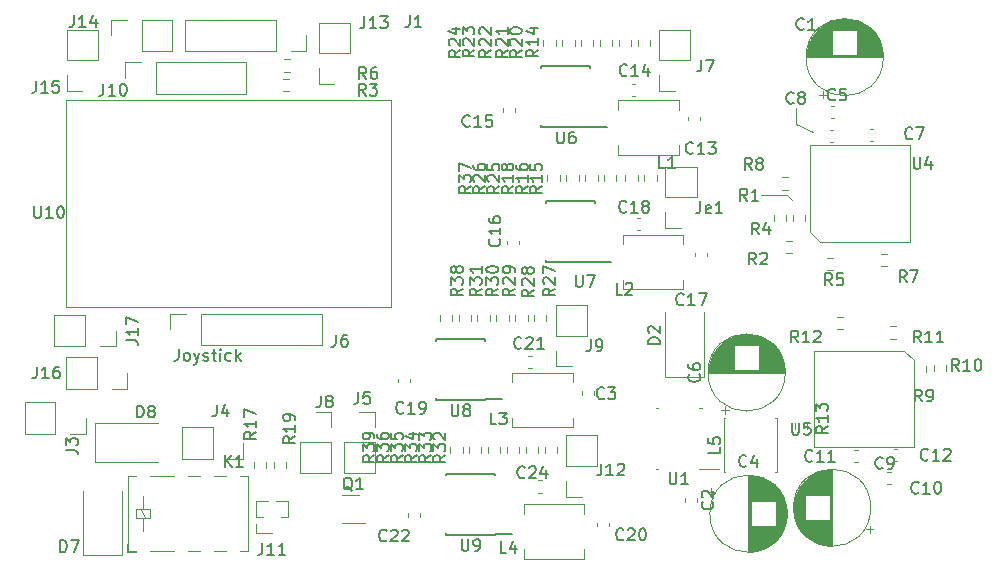
<source format=gbr>
%TF.GenerationSoftware,KiCad,Pcbnew,7.0.9*%
%TF.CreationDate,2024-04-29T07:26:28+03:00*%
%TF.ProjectId,Pistol_Camera_Driver,50697374-6f6c-45f4-9361-6d6572615f44,rev?*%
%TF.SameCoordinates,Original*%
%TF.FileFunction,Legend,Top*%
%TF.FilePolarity,Positive*%
%FSLAX46Y46*%
G04 Gerber Fmt 4.6, Leading zero omitted, Abs format (unit mm)*
G04 Created by KiCad (PCBNEW 7.0.9) date 2024-04-29 07:26:28*
%MOMM*%
%LPD*%
G01*
G04 APERTURE LIST*
%ADD10C,0.120000*%
%ADD11C,0.150000*%
G04 APERTURE END LIST*
D10*
X106300000Y-40950000D02*
X107700000Y-41550000D01*
X106300000Y-39550000D02*
X106300000Y-40950000D01*
X105500000Y-46950000D02*
X103300000Y-46950000D01*
X105900000Y-47350000D02*
X105500000Y-46950000D01*
D11*
X50461905Y-65754819D02*
X50461905Y-64754819D01*
X50461905Y-64754819D02*
X50700000Y-64754819D01*
X50700000Y-64754819D02*
X50842857Y-64802438D01*
X50842857Y-64802438D02*
X50938095Y-64897676D01*
X50938095Y-64897676D02*
X50985714Y-64992914D01*
X50985714Y-64992914D02*
X51033333Y-65183390D01*
X51033333Y-65183390D02*
X51033333Y-65326247D01*
X51033333Y-65326247D02*
X50985714Y-65516723D01*
X50985714Y-65516723D02*
X50938095Y-65611961D01*
X50938095Y-65611961D02*
X50842857Y-65707200D01*
X50842857Y-65707200D02*
X50700000Y-65754819D01*
X50700000Y-65754819D02*
X50461905Y-65754819D01*
X51604762Y-65183390D02*
X51509524Y-65135771D01*
X51509524Y-65135771D02*
X51461905Y-65088152D01*
X51461905Y-65088152D02*
X51414286Y-64992914D01*
X51414286Y-64992914D02*
X51414286Y-64945295D01*
X51414286Y-64945295D02*
X51461905Y-64850057D01*
X51461905Y-64850057D02*
X51509524Y-64802438D01*
X51509524Y-64802438D02*
X51604762Y-64754819D01*
X51604762Y-64754819D02*
X51795238Y-64754819D01*
X51795238Y-64754819D02*
X51890476Y-64802438D01*
X51890476Y-64802438D02*
X51938095Y-64850057D01*
X51938095Y-64850057D02*
X51985714Y-64945295D01*
X51985714Y-64945295D02*
X51985714Y-64992914D01*
X51985714Y-64992914D02*
X51938095Y-65088152D01*
X51938095Y-65088152D02*
X51890476Y-65135771D01*
X51890476Y-65135771D02*
X51795238Y-65183390D01*
X51795238Y-65183390D02*
X51604762Y-65183390D01*
X51604762Y-65183390D02*
X51509524Y-65231009D01*
X51509524Y-65231009D02*
X51461905Y-65278628D01*
X51461905Y-65278628D02*
X51414286Y-65373866D01*
X51414286Y-65373866D02*
X51414286Y-65564342D01*
X51414286Y-65564342D02*
X51461905Y-65659580D01*
X51461905Y-65659580D02*
X51509524Y-65707200D01*
X51509524Y-65707200D02*
X51604762Y-65754819D01*
X51604762Y-65754819D02*
X51795238Y-65754819D01*
X51795238Y-65754819D02*
X51890476Y-65707200D01*
X51890476Y-65707200D02*
X51938095Y-65659580D01*
X51938095Y-65659580D02*
X51985714Y-65564342D01*
X51985714Y-65564342D02*
X51985714Y-65373866D01*
X51985714Y-65373866D02*
X51938095Y-65278628D01*
X51938095Y-65278628D02*
X51890476Y-65231009D01*
X51890476Y-65231009D02*
X51795238Y-65183390D01*
X69883333Y-37104819D02*
X69550000Y-36628628D01*
X69311905Y-37104819D02*
X69311905Y-36104819D01*
X69311905Y-36104819D02*
X69692857Y-36104819D01*
X69692857Y-36104819D02*
X69788095Y-36152438D01*
X69788095Y-36152438D02*
X69835714Y-36200057D01*
X69835714Y-36200057D02*
X69883333Y-36295295D01*
X69883333Y-36295295D02*
X69883333Y-36438152D01*
X69883333Y-36438152D02*
X69835714Y-36533390D01*
X69835714Y-36533390D02*
X69788095Y-36581009D01*
X69788095Y-36581009D02*
X69692857Y-36628628D01*
X69692857Y-36628628D02*
X69311905Y-36628628D01*
X70740476Y-36104819D02*
X70550000Y-36104819D01*
X70550000Y-36104819D02*
X70454762Y-36152438D01*
X70454762Y-36152438D02*
X70407143Y-36200057D01*
X70407143Y-36200057D02*
X70311905Y-36342914D01*
X70311905Y-36342914D02*
X70264286Y-36533390D01*
X70264286Y-36533390D02*
X70264286Y-36914342D01*
X70264286Y-36914342D02*
X70311905Y-37009580D01*
X70311905Y-37009580D02*
X70359524Y-37057200D01*
X70359524Y-37057200D02*
X70454762Y-37104819D01*
X70454762Y-37104819D02*
X70645238Y-37104819D01*
X70645238Y-37104819D02*
X70740476Y-37057200D01*
X70740476Y-37057200D02*
X70788095Y-37009580D01*
X70788095Y-37009580D02*
X70835714Y-36914342D01*
X70835714Y-36914342D02*
X70835714Y-36676247D01*
X70835714Y-36676247D02*
X70788095Y-36581009D01*
X70788095Y-36581009D02*
X70740476Y-36533390D01*
X70740476Y-36533390D02*
X70645238Y-36485771D01*
X70645238Y-36485771D02*
X70454762Y-36485771D01*
X70454762Y-36485771D02*
X70359524Y-36533390D01*
X70359524Y-36533390D02*
X70311905Y-36581009D01*
X70311905Y-36581009D02*
X70264286Y-36676247D01*
X69833333Y-38504819D02*
X69500000Y-38028628D01*
X69261905Y-38504819D02*
X69261905Y-37504819D01*
X69261905Y-37504819D02*
X69642857Y-37504819D01*
X69642857Y-37504819D02*
X69738095Y-37552438D01*
X69738095Y-37552438D02*
X69785714Y-37600057D01*
X69785714Y-37600057D02*
X69833333Y-37695295D01*
X69833333Y-37695295D02*
X69833333Y-37838152D01*
X69833333Y-37838152D02*
X69785714Y-37933390D01*
X69785714Y-37933390D02*
X69738095Y-37981009D01*
X69738095Y-37981009D02*
X69642857Y-38028628D01*
X69642857Y-38028628D02*
X69261905Y-38028628D01*
X70166667Y-37504819D02*
X70785714Y-37504819D01*
X70785714Y-37504819D02*
X70452381Y-37885771D01*
X70452381Y-37885771D02*
X70595238Y-37885771D01*
X70595238Y-37885771D02*
X70690476Y-37933390D01*
X70690476Y-37933390D02*
X70738095Y-37981009D01*
X70738095Y-37981009D02*
X70785714Y-38076247D01*
X70785714Y-38076247D02*
X70785714Y-38314342D01*
X70785714Y-38314342D02*
X70738095Y-38409580D01*
X70738095Y-38409580D02*
X70690476Y-38457200D01*
X70690476Y-38457200D02*
X70595238Y-38504819D01*
X70595238Y-38504819D02*
X70309524Y-38504819D01*
X70309524Y-38504819D02*
X70214286Y-38457200D01*
X70214286Y-38457200D02*
X70166667Y-38409580D01*
X61090476Y-76389819D02*
X61090476Y-77104104D01*
X61090476Y-77104104D02*
X61042857Y-77246961D01*
X61042857Y-77246961D02*
X60947619Y-77342200D01*
X60947619Y-77342200D02*
X60804762Y-77389819D01*
X60804762Y-77389819D02*
X60709524Y-77389819D01*
X62090476Y-77389819D02*
X61519048Y-77389819D01*
X61804762Y-77389819D02*
X61804762Y-76389819D01*
X61804762Y-76389819D02*
X61709524Y-76532676D01*
X61709524Y-76532676D02*
X61614286Y-76627914D01*
X61614286Y-76627914D02*
X61519048Y-76675533D01*
X63042857Y-77389819D02*
X62471429Y-77389819D01*
X62757143Y-77389819D02*
X62757143Y-76389819D01*
X62757143Y-76389819D02*
X62661905Y-76532676D01*
X62661905Y-76532676D02*
X62566667Y-76627914D01*
X62566667Y-76627914D02*
X62471429Y-76675533D01*
X41761905Y-47854819D02*
X41761905Y-48664342D01*
X41761905Y-48664342D02*
X41809524Y-48759580D01*
X41809524Y-48759580D02*
X41857143Y-48807200D01*
X41857143Y-48807200D02*
X41952381Y-48854819D01*
X41952381Y-48854819D02*
X42142857Y-48854819D01*
X42142857Y-48854819D02*
X42238095Y-48807200D01*
X42238095Y-48807200D02*
X42285714Y-48759580D01*
X42285714Y-48759580D02*
X42333333Y-48664342D01*
X42333333Y-48664342D02*
X42333333Y-47854819D01*
X43333333Y-48854819D02*
X42761905Y-48854819D01*
X43047619Y-48854819D02*
X43047619Y-47854819D01*
X43047619Y-47854819D02*
X42952381Y-47997676D01*
X42952381Y-47997676D02*
X42857143Y-48092914D01*
X42857143Y-48092914D02*
X42761905Y-48140533D01*
X43952381Y-47854819D02*
X44047619Y-47854819D01*
X44047619Y-47854819D02*
X44142857Y-47902438D01*
X44142857Y-47902438D02*
X44190476Y-47950057D01*
X44190476Y-47950057D02*
X44238095Y-48045295D01*
X44238095Y-48045295D02*
X44285714Y-48235771D01*
X44285714Y-48235771D02*
X44285714Y-48473866D01*
X44285714Y-48473866D02*
X44238095Y-48664342D01*
X44238095Y-48664342D02*
X44190476Y-48759580D01*
X44190476Y-48759580D02*
X44142857Y-48807200D01*
X44142857Y-48807200D02*
X44047619Y-48854819D01*
X44047619Y-48854819D02*
X43952381Y-48854819D01*
X43952381Y-48854819D02*
X43857143Y-48807200D01*
X43857143Y-48807200D02*
X43809524Y-48759580D01*
X43809524Y-48759580D02*
X43761905Y-48664342D01*
X43761905Y-48664342D02*
X43714286Y-48473866D01*
X43714286Y-48473866D02*
X43714286Y-48235771D01*
X43714286Y-48235771D02*
X43761905Y-48045295D01*
X43761905Y-48045295D02*
X43809524Y-47950057D01*
X43809524Y-47950057D02*
X43857143Y-47902438D01*
X43857143Y-47902438D02*
X43952381Y-47854819D01*
X105938095Y-66204819D02*
X105938095Y-67014342D01*
X105938095Y-67014342D02*
X105985714Y-67109580D01*
X105985714Y-67109580D02*
X106033333Y-67157200D01*
X106033333Y-67157200D02*
X106128571Y-67204819D01*
X106128571Y-67204819D02*
X106319047Y-67204819D01*
X106319047Y-67204819D02*
X106414285Y-67157200D01*
X106414285Y-67157200D02*
X106461904Y-67109580D01*
X106461904Y-67109580D02*
X106509523Y-67014342D01*
X106509523Y-67014342D02*
X106509523Y-66204819D01*
X107461904Y-66204819D02*
X106985714Y-66204819D01*
X106985714Y-66204819D02*
X106938095Y-66681009D01*
X106938095Y-66681009D02*
X106985714Y-66633390D01*
X106985714Y-66633390D02*
X107080952Y-66585771D01*
X107080952Y-66585771D02*
X107319047Y-66585771D01*
X107319047Y-66585771D02*
X107414285Y-66633390D01*
X107414285Y-66633390D02*
X107461904Y-66681009D01*
X107461904Y-66681009D02*
X107509523Y-66776247D01*
X107509523Y-66776247D02*
X107509523Y-67014342D01*
X107509523Y-67014342D02*
X107461904Y-67109580D01*
X107461904Y-67109580D02*
X107414285Y-67157200D01*
X107414285Y-67157200D02*
X107319047Y-67204819D01*
X107319047Y-67204819D02*
X107080952Y-67204819D01*
X107080952Y-67204819D02*
X106985714Y-67157200D01*
X106985714Y-67157200D02*
X106938095Y-67109580D01*
X116238095Y-43704819D02*
X116238095Y-44514342D01*
X116238095Y-44514342D02*
X116285714Y-44609580D01*
X116285714Y-44609580D02*
X116333333Y-44657200D01*
X116333333Y-44657200D02*
X116428571Y-44704819D01*
X116428571Y-44704819D02*
X116619047Y-44704819D01*
X116619047Y-44704819D02*
X116714285Y-44657200D01*
X116714285Y-44657200D02*
X116761904Y-44609580D01*
X116761904Y-44609580D02*
X116809523Y-44514342D01*
X116809523Y-44514342D02*
X116809523Y-43704819D01*
X117714285Y-44038152D02*
X117714285Y-44704819D01*
X117476190Y-43657200D02*
X117238095Y-44371485D01*
X117238095Y-44371485D02*
X117857142Y-44371485D01*
X95575595Y-70404819D02*
X95575595Y-71214342D01*
X95575595Y-71214342D02*
X95623214Y-71309580D01*
X95623214Y-71309580D02*
X95670833Y-71357200D01*
X95670833Y-71357200D02*
X95766071Y-71404819D01*
X95766071Y-71404819D02*
X95956547Y-71404819D01*
X95956547Y-71404819D02*
X96051785Y-71357200D01*
X96051785Y-71357200D02*
X96099404Y-71309580D01*
X96099404Y-71309580D02*
X96147023Y-71214342D01*
X96147023Y-71214342D02*
X96147023Y-70404819D01*
X97147023Y-71404819D02*
X96575595Y-71404819D01*
X96861309Y-71404819D02*
X96861309Y-70404819D01*
X96861309Y-70404819D02*
X96766071Y-70547676D01*
X96766071Y-70547676D02*
X96670833Y-70642914D01*
X96670833Y-70642914D02*
X96575595Y-70690533D01*
X66041666Y-63904819D02*
X66041666Y-64619104D01*
X66041666Y-64619104D02*
X65994047Y-64761961D01*
X65994047Y-64761961D02*
X65898809Y-64857200D01*
X65898809Y-64857200D02*
X65755952Y-64904819D01*
X65755952Y-64904819D02*
X65660714Y-64904819D01*
X66660714Y-64333390D02*
X66565476Y-64285771D01*
X66565476Y-64285771D02*
X66517857Y-64238152D01*
X66517857Y-64238152D02*
X66470238Y-64142914D01*
X66470238Y-64142914D02*
X66470238Y-64095295D01*
X66470238Y-64095295D02*
X66517857Y-64000057D01*
X66517857Y-64000057D02*
X66565476Y-63952438D01*
X66565476Y-63952438D02*
X66660714Y-63904819D01*
X66660714Y-63904819D02*
X66851190Y-63904819D01*
X66851190Y-63904819D02*
X66946428Y-63952438D01*
X66946428Y-63952438D02*
X66994047Y-64000057D01*
X66994047Y-64000057D02*
X67041666Y-64095295D01*
X67041666Y-64095295D02*
X67041666Y-64142914D01*
X67041666Y-64142914D02*
X66994047Y-64238152D01*
X66994047Y-64238152D02*
X66946428Y-64285771D01*
X66946428Y-64285771D02*
X66851190Y-64333390D01*
X66851190Y-64333390D02*
X66660714Y-64333390D01*
X66660714Y-64333390D02*
X66565476Y-64381009D01*
X66565476Y-64381009D02*
X66517857Y-64428628D01*
X66517857Y-64428628D02*
X66470238Y-64523866D01*
X66470238Y-64523866D02*
X66470238Y-64714342D01*
X66470238Y-64714342D02*
X66517857Y-64809580D01*
X66517857Y-64809580D02*
X66565476Y-64857200D01*
X66565476Y-64857200D02*
X66660714Y-64904819D01*
X66660714Y-64904819D02*
X66851190Y-64904819D01*
X66851190Y-64904819D02*
X66946428Y-64857200D01*
X66946428Y-64857200D02*
X66994047Y-64809580D01*
X66994047Y-64809580D02*
X67041666Y-64714342D01*
X67041666Y-64714342D02*
X67041666Y-64523866D01*
X67041666Y-64523866D02*
X66994047Y-64428628D01*
X66994047Y-64428628D02*
X66946428Y-64381009D01*
X66946428Y-64381009D02*
X66851190Y-64333390D01*
X79054819Y-34617857D02*
X78578628Y-34951190D01*
X79054819Y-35189285D02*
X78054819Y-35189285D01*
X78054819Y-35189285D02*
X78054819Y-34808333D01*
X78054819Y-34808333D02*
X78102438Y-34713095D01*
X78102438Y-34713095D02*
X78150057Y-34665476D01*
X78150057Y-34665476D02*
X78245295Y-34617857D01*
X78245295Y-34617857D02*
X78388152Y-34617857D01*
X78388152Y-34617857D02*
X78483390Y-34665476D01*
X78483390Y-34665476D02*
X78531009Y-34713095D01*
X78531009Y-34713095D02*
X78578628Y-34808333D01*
X78578628Y-34808333D02*
X78578628Y-35189285D01*
X78150057Y-34236904D02*
X78102438Y-34189285D01*
X78102438Y-34189285D02*
X78054819Y-34094047D01*
X78054819Y-34094047D02*
X78054819Y-33855952D01*
X78054819Y-33855952D02*
X78102438Y-33760714D01*
X78102438Y-33760714D02*
X78150057Y-33713095D01*
X78150057Y-33713095D02*
X78245295Y-33665476D01*
X78245295Y-33665476D02*
X78340533Y-33665476D01*
X78340533Y-33665476D02*
X78483390Y-33713095D01*
X78483390Y-33713095D02*
X79054819Y-34284523D01*
X79054819Y-34284523D02*
X79054819Y-33665476D01*
X78054819Y-33332142D02*
X78054819Y-32713095D01*
X78054819Y-32713095D02*
X78435771Y-33046428D01*
X78435771Y-33046428D02*
X78435771Y-32903571D01*
X78435771Y-32903571D02*
X78483390Y-32808333D01*
X78483390Y-32808333D02*
X78531009Y-32760714D01*
X78531009Y-32760714D02*
X78626247Y-32713095D01*
X78626247Y-32713095D02*
X78864342Y-32713095D01*
X78864342Y-32713095D02*
X78959580Y-32760714D01*
X78959580Y-32760714D02*
X79007200Y-32808333D01*
X79007200Y-32808333D02*
X79054819Y-32903571D01*
X79054819Y-32903571D02*
X79054819Y-33189285D01*
X79054819Y-33189285D02*
X79007200Y-33284523D01*
X79007200Y-33284523D02*
X78959580Y-33332142D01*
X117457142Y-69309580D02*
X117409523Y-69357200D01*
X117409523Y-69357200D02*
X117266666Y-69404819D01*
X117266666Y-69404819D02*
X117171428Y-69404819D01*
X117171428Y-69404819D02*
X117028571Y-69357200D01*
X117028571Y-69357200D02*
X116933333Y-69261961D01*
X116933333Y-69261961D02*
X116885714Y-69166723D01*
X116885714Y-69166723D02*
X116838095Y-68976247D01*
X116838095Y-68976247D02*
X116838095Y-68833390D01*
X116838095Y-68833390D02*
X116885714Y-68642914D01*
X116885714Y-68642914D02*
X116933333Y-68547676D01*
X116933333Y-68547676D02*
X117028571Y-68452438D01*
X117028571Y-68452438D02*
X117171428Y-68404819D01*
X117171428Y-68404819D02*
X117266666Y-68404819D01*
X117266666Y-68404819D02*
X117409523Y-68452438D01*
X117409523Y-68452438D02*
X117457142Y-68500057D01*
X118409523Y-69404819D02*
X117838095Y-69404819D01*
X118123809Y-69404819D02*
X118123809Y-68404819D01*
X118123809Y-68404819D02*
X118028571Y-68547676D01*
X118028571Y-68547676D02*
X117933333Y-68642914D01*
X117933333Y-68642914D02*
X117838095Y-68690533D01*
X118790476Y-68500057D02*
X118838095Y-68452438D01*
X118838095Y-68452438D02*
X118933333Y-68404819D01*
X118933333Y-68404819D02*
X119171428Y-68404819D01*
X119171428Y-68404819D02*
X119266666Y-68452438D01*
X119266666Y-68452438D02*
X119314285Y-68500057D01*
X119314285Y-68500057D02*
X119361904Y-68595295D01*
X119361904Y-68595295D02*
X119361904Y-68690533D01*
X119361904Y-68690533D02*
X119314285Y-68833390D01*
X119314285Y-68833390D02*
X118742857Y-69404819D01*
X118742857Y-69404819D02*
X119361904Y-69404819D01*
X91558333Y-55349819D02*
X91082143Y-55349819D01*
X91082143Y-55349819D02*
X91082143Y-54349819D01*
X91844048Y-54445057D02*
X91891667Y-54397438D01*
X91891667Y-54397438D02*
X91986905Y-54349819D01*
X91986905Y-54349819D02*
X92225000Y-54349819D01*
X92225000Y-54349819D02*
X92320238Y-54397438D01*
X92320238Y-54397438D02*
X92367857Y-54445057D01*
X92367857Y-54445057D02*
X92415476Y-54540295D01*
X92415476Y-54540295D02*
X92415476Y-54635533D01*
X92415476Y-54635533D02*
X92367857Y-54778390D01*
X92367857Y-54778390D02*
X91796429Y-55349819D01*
X91796429Y-55349819D02*
X92415476Y-55349819D01*
X68704761Y-71950057D02*
X68609523Y-71902438D01*
X68609523Y-71902438D02*
X68514285Y-71807200D01*
X68514285Y-71807200D02*
X68371428Y-71664342D01*
X68371428Y-71664342D02*
X68276190Y-71616723D01*
X68276190Y-71616723D02*
X68180952Y-71616723D01*
X68228571Y-71854819D02*
X68133333Y-71807200D01*
X68133333Y-71807200D02*
X68038095Y-71711961D01*
X68038095Y-71711961D02*
X67990476Y-71521485D01*
X67990476Y-71521485D02*
X67990476Y-71188152D01*
X67990476Y-71188152D02*
X68038095Y-70997676D01*
X68038095Y-70997676D02*
X68133333Y-70902438D01*
X68133333Y-70902438D02*
X68228571Y-70854819D01*
X68228571Y-70854819D02*
X68419047Y-70854819D01*
X68419047Y-70854819D02*
X68514285Y-70902438D01*
X68514285Y-70902438D02*
X68609523Y-70997676D01*
X68609523Y-70997676D02*
X68657142Y-71188152D01*
X68657142Y-71188152D02*
X68657142Y-71521485D01*
X68657142Y-71521485D02*
X68609523Y-71711961D01*
X68609523Y-71711961D02*
X68514285Y-71807200D01*
X68514285Y-71807200D02*
X68419047Y-71854819D01*
X68419047Y-71854819D02*
X68228571Y-71854819D01*
X69609523Y-71854819D02*
X69038095Y-71854819D01*
X69323809Y-71854819D02*
X69323809Y-70854819D01*
X69323809Y-70854819D02*
X69228571Y-70997676D01*
X69228571Y-70997676D02*
X69133333Y-71092914D01*
X69133333Y-71092914D02*
X69038095Y-71140533D01*
X96757142Y-56159580D02*
X96709523Y-56207200D01*
X96709523Y-56207200D02*
X96566666Y-56254819D01*
X96566666Y-56254819D02*
X96471428Y-56254819D01*
X96471428Y-56254819D02*
X96328571Y-56207200D01*
X96328571Y-56207200D02*
X96233333Y-56111961D01*
X96233333Y-56111961D02*
X96185714Y-56016723D01*
X96185714Y-56016723D02*
X96138095Y-55826247D01*
X96138095Y-55826247D02*
X96138095Y-55683390D01*
X96138095Y-55683390D02*
X96185714Y-55492914D01*
X96185714Y-55492914D02*
X96233333Y-55397676D01*
X96233333Y-55397676D02*
X96328571Y-55302438D01*
X96328571Y-55302438D02*
X96471428Y-55254819D01*
X96471428Y-55254819D02*
X96566666Y-55254819D01*
X96566666Y-55254819D02*
X96709523Y-55302438D01*
X96709523Y-55302438D02*
X96757142Y-55350057D01*
X97709523Y-56254819D02*
X97138095Y-56254819D01*
X97423809Y-56254819D02*
X97423809Y-55254819D01*
X97423809Y-55254819D02*
X97328571Y-55397676D01*
X97328571Y-55397676D02*
X97233333Y-55492914D01*
X97233333Y-55492914D02*
X97138095Y-55540533D01*
X98042857Y-55254819D02*
X98709523Y-55254819D01*
X98709523Y-55254819D02*
X98280952Y-56254819D01*
X90033333Y-64109580D02*
X89985714Y-64157200D01*
X89985714Y-64157200D02*
X89842857Y-64204819D01*
X89842857Y-64204819D02*
X89747619Y-64204819D01*
X89747619Y-64204819D02*
X89604762Y-64157200D01*
X89604762Y-64157200D02*
X89509524Y-64061961D01*
X89509524Y-64061961D02*
X89461905Y-63966723D01*
X89461905Y-63966723D02*
X89414286Y-63776247D01*
X89414286Y-63776247D02*
X89414286Y-63633390D01*
X89414286Y-63633390D02*
X89461905Y-63442914D01*
X89461905Y-63442914D02*
X89509524Y-63347676D01*
X89509524Y-63347676D02*
X89604762Y-63252438D01*
X89604762Y-63252438D02*
X89747619Y-63204819D01*
X89747619Y-63204819D02*
X89842857Y-63204819D01*
X89842857Y-63204819D02*
X89985714Y-63252438D01*
X89985714Y-63252438D02*
X90033333Y-63300057D01*
X90366667Y-63204819D02*
X90985714Y-63204819D01*
X90985714Y-63204819D02*
X90652381Y-63585771D01*
X90652381Y-63585771D02*
X90795238Y-63585771D01*
X90795238Y-63585771D02*
X90890476Y-63633390D01*
X90890476Y-63633390D02*
X90938095Y-63681009D01*
X90938095Y-63681009D02*
X90985714Y-63776247D01*
X90985714Y-63776247D02*
X90985714Y-64014342D01*
X90985714Y-64014342D02*
X90938095Y-64109580D01*
X90938095Y-64109580D02*
X90890476Y-64157200D01*
X90890476Y-64157200D02*
X90795238Y-64204819D01*
X90795238Y-64204819D02*
X90509524Y-64204819D01*
X90509524Y-64204819D02*
X90414286Y-64157200D01*
X90414286Y-64157200D02*
X90366667Y-64109580D01*
X73566666Y-31704819D02*
X73566666Y-32419104D01*
X73566666Y-32419104D02*
X73519047Y-32561961D01*
X73519047Y-32561961D02*
X73423809Y-32657200D01*
X73423809Y-32657200D02*
X73280952Y-32704819D01*
X73280952Y-32704819D02*
X73185714Y-32704819D01*
X74566666Y-32704819D02*
X73995238Y-32704819D01*
X74280952Y-32704819D02*
X74280952Y-31704819D01*
X74280952Y-31704819D02*
X74185714Y-31847676D01*
X74185714Y-31847676D02*
X74090476Y-31942914D01*
X74090476Y-31942914D02*
X73995238Y-31990533D01*
X81054819Y-54842857D02*
X80578628Y-55176190D01*
X81054819Y-55414285D02*
X80054819Y-55414285D01*
X80054819Y-55414285D02*
X80054819Y-55033333D01*
X80054819Y-55033333D02*
X80102438Y-54938095D01*
X80102438Y-54938095D02*
X80150057Y-54890476D01*
X80150057Y-54890476D02*
X80245295Y-54842857D01*
X80245295Y-54842857D02*
X80388152Y-54842857D01*
X80388152Y-54842857D02*
X80483390Y-54890476D01*
X80483390Y-54890476D02*
X80531009Y-54938095D01*
X80531009Y-54938095D02*
X80578628Y-55033333D01*
X80578628Y-55033333D02*
X80578628Y-55414285D01*
X80054819Y-54509523D02*
X80054819Y-53890476D01*
X80054819Y-53890476D02*
X80435771Y-54223809D01*
X80435771Y-54223809D02*
X80435771Y-54080952D01*
X80435771Y-54080952D02*
X80483390Y-53985714D01*
X80483390Y-53985714D02*
X80531009Y-53938095D01*
X80531009Y-53938095D02*
X80626247Y-53890476D01*
X80626247Y-53890476D02*
X80864342Y-53890476D01*
X80864342Y-53890476D02*
X80959580Y-53938095D01*
X80959580Y-53938095D02*
X81007200Y-53985714D01*
X81007200Y-53985714D02*
X81054819Y-54080952D01*
X81054819Y-54080952D02*
X81054819Y-54366666D01*
X81054819Y-54366666D02*
X81007200Y-54461904D01*
X81007200Y-54461904D02*
X80959580Y-54509523D01*
X80054819Y-53271428D02*
X80054819Y-53176190D01*
X80054819Y-53176190D02*
X80102438Y-53080952D01*
X80102438Y-53080952D02*
X80150057Y-53033333D01*
X80150057Y-53033333D02*
X80245295Y-52985714D01*
X80245295Y-52985714D02*
X80435771Y-52938095D01*
X80435771Y-52938095D02*
X80673866Y-52938095D01*
X80673866Y-52938095D02*
X80864342Y-52985714D01*
X80864342Y-52985714D02*
X80959580Y-53033333D01*
X80959580Y-53033333D02*
X81007200Y-53080952D01*
X81007200Y-53080952D02*
X81054819Y-53176190D01*
X81054819Y-53176190D02*
X81054819Y-53271428D01*
X81054819Y-53271428D02*
X81007200Y-53366666D01*
X81007200Y-53366666D02*
X80959580Y-53414285D01*
X80959580Y-53414285D02*
X80864342Y-53461904D01*
X80864342Y-53461904D02*
X80673866Y-53509523D01*
X80673866Y-53509523D02*
X80435771Y-53509523D01*
X80435771Y-53509523D02*
X80245295Y-53461904D01*
X80245295Y-53461904D02*
X80150057Y-53414285D01*
X80150057Y-53414285D02*
X80102438Y-53366666D01*
X80102438Y-53366666D02*
X80054819Y-53271428D01*
X57911905Y-69954819D02*
X57911905Y-68954819D01*
X58483333Y-69954819D02*
X58054762Y-69383390D01*
X58483333Y-68954819D02*
X57911905Y-69526247D01*
X59435714Y-69954819D02*
X58864286Y-69954819D01*
X59150000Y-69954819D02*
X59150000Y-68954819D01*
X59150000Y-68954819D02*
X59054762Y-69097676D01*
X59054762Y-69097676D02*
X58959524Y-69192914D01*
X58959524Y-69192914D02*
X58864286Y-69240533D01*
X69226666Y-63594819D02*
X69226666Y-64309104D01*
X69226666Y-64309104D02*
X69179047Y-64451961D01*
X69179047Y-64451961D02*
X69083809Y-64547200D01*
X69083809Y-64547200D02*
X68940952Y-64594819D01*
X68940952Y-64594819D02*
X68845714Y-64594819D01*
X70179047Y-63594819D02*
X69702857Y-63594819D01*
X69702857Y-63594819D02*
X69655238Y-64071009D01*
X69655238Y-64071009D02*
X69702857Y-64023390D01*
X69702857Y-64023390D02*
X69798095Y-63975771D01*
X69798095Y-63975771D02*
X70036190Y-63975771D01*
X70036190Y-63975771D02*
X70131428Y-64023390D01*
X70131428Y-64023390D02*
X70179047Y-64071009D01*
X70179047Y-64071009D02*
X70226666Y-64166247D01*
X70226666Y-64166247D02*
X70226666Y-64404342D01*
X70226666Y-64404342D02*
X70179047Y-64499580D01*
X70179047Y-64499580D02*
X70131428Y-64547200D01*
X70131428Y-64547200D02*
X70036190Y-64594819D01*
X70036190Y-64594819D02*
X69798095Y-64594819D01*
X69798095Y-64594819D02*
X69702857Y-64547200D01*
X69702857Y-64547200D02*
X69655238Y-64499580D01*
X115633333Y-54304819D02*
X115300000Y-53828628D01*
X115061905Y-54304819D02*
X115061905Y-53304819D01*
X115061905Y-53304819D02*
X115442857Y-53304819D01*
X115442857Y-53304819D02*
X115538095Y-53352438D01*
X115538095Y-53352438D02*
X115585714Y-53400057D01*
X115585714Y-53400057D02*
X115633333Y-53495295D01*
X115633333Y-53495295D02*
X115633333Y-53638152D01*
X115633333Y-53638152D02*
X115585714Y-53733390D01*
X115585714Y-53733390D02*
X115538095Y-53781009D01*
X115538095Y-53781009D02*
X115442857Y-53828628D01*
X115442857Y-53828628D02*
X115061905Y-53828628D01*
X115966667Y-53304819D02*
X116633333Y-53304819D01*
X116633333Y-53304819D02*
X116204762Y-54304819D01*
X75379819Y-68937857D02*
X74903628Y-69271190D01*
X75379819Y-69509285D02*
X74379819Y-69509285D01*
X74379819Y-69509285D02*
X74379819Y-69128333D01*
X74379819Y-69128333D02*
X74427438Y-69033095D01*
X74427438Y-69033095D02*
X74475057Y-68985476D01*
X74475057Y-68985476D02*
X74570295Y-68937857D01*
X74570295Y-68937857D02*
X74713152Y-68937857D01*
X74713152Y-68937857D02*
X74808390Y-68985476D01*
X74808390Y-68985476D02*
X74856009Y-69033095D01*
X74856009Y-69033095D02*
X74903628Y-69128333D01*
X74903628Y-69128333D02*
X74903628Y-69509285D01*
X74379819Y-68604523D02*
X74379819Y-67985476D01*
X74379819Y-67985476D02*
X74760771Y-68318809D01*
X74760771Y-68318809D02*
X74760771Y-68175952D01*
X74760771Y-68175952D02*
X74808390Y-68080714D01*
X74808390Y-68080714D02*
X74856009Y-68033095D01*
X74856009Y-68033095D02*
X74951247Y-67985476D01*
X74951247Y-67985476D02*
X75189342Y-67985476D01*
X75189342Y-67985476D02*
X75284580Y-68033095D01*
X75284580Y-68033095D02*
X75332200Y-68080714D01*
X75332200Y-68080714D02*
X75379819Y-68175952D01*
X75379819Y-68175952D02*
X75379819Y-68461666D01*
X75379819Y-68461666D02*
X75332200Y-68556904D01*
X75332200Y-68556904D02*
X75284580Y-68604523D01*
X74379819Y-67652142D02*
X74379819Y-67033095D01*
X74379819Y-67033095D02*
X74760771Y-67366428D01*
X74760771Y-67366428D02*
X74760771Y-67223571D01*
X74760771Y-67223571D02*
X74808390Y-67128333D01*
X74808390Y-67128333D02*
X74856009Y-67080714D01*
X74856009Y-67080714D02*
X74951247Y-67033095D01*
X74951247Y-67033095D02*
X75189342Y-67033095D01*
X75189342Y-67033095D02*
X75284580Y-67080714D01*
X75284580Y-67080714D02*
X75332200Y-67128333D01*
X75332200Y-67128333D02*
X75379819Y-67223571D01*
X75379819Y-67223571D02*
X75379819Y-67509285D01*
X75379819Y-67509285D02*
X75332200Y-67604523D01*
X75332200Y-67604523D02*
X75284580Y-67652142D01*
X45140476Y-31704819D02*
X45140476Y-32419104D01*
X45140476Y-32419104D02*
X45092857Y-32561961D01*
X45092857Y-32561961D02*
X44997619Y-32657200D01*
X44997619Y-32657200D02*
X44854762Y-32704819D01*
X44854762Y-32704819D02*
X44759524Y-32704819D01*
X46140476Y-32704819D02*
X45569048Y-32704819D01*
X45854762Y-32704819D02*
X45854762Y-31704819D01*
X45854762Y-31704819D02*
X45759524Y-31847676D01*
X45759524Y-31847676D02*
X45664286Y-31942914D01*
X45664286Y-31942914D02*
X45569048Y-31990533D01*
X46997619Y-32038152D02*
X46997619Y-32704819D01*
X46759524Y-31657200D02*
X46521429Y-32371485D01*
X46521429Y-32371485D02*
X47140476Y-32371485D01*
X79954819Y-46172857D02*
X79478628Y-46506190D01*
X79954819Y-46744285D02*
X78954819Y-46744285D01*
X78954819Y-46744285D02*
X78954819Y-46363333D01*
X78954819Y-46363333D02*
X79002438Y-46268095D01*
X79002438Y-46268095D02*
X79050057Y-46220476D01*
X79050057Y-46220476D02*
X79145295Y-46172857D01*
X79145295Y-46172857D02*
X79288152Y-46172857D01*
X79288152Y-46172857D02*
X79383390Y-46220476D01*
X79383390Y-46220476D02*
X79431009Y-46268095D01*
X79431009Y-46268095D02*
X79478628Y-46363333D01*
X79478628Y-46363333D02*
X79478628Y-46744285D01*
X79050057Y-45791904D02*
X79002438Y-45744285D01*
X79002438Y-45744285D02*
X78954819Y-45649047D01*
X78954819Y-45649047D02*
X78954819Y-45410952D01*
X78954819Y-45410952D02*
X79002438Y-45315714D01*
X79002438Y-45315714D02*
X79050057Y-45268095D01*
X79050057Y-45268095D02*
X79145295Y-45220476D01*
X79145295Y-45220476D02*
X79240533Y-45220476D01*
X79240533Y-45220476D02*
X79383390Y-45268095D01*
X79383390Y-45268095D02*
X79954819Y-45839523D01*
X79954819Y-45839523D02*
X79954819Y-45220476D01*
X78954819Y-44363333D02*
X78954819Y-44553809D01*
X78954819Y-44553809D02*
X79002438Y-44649047D01*
X79002438Y-44649047D02*
X79050057Y-44696666D01*
X79050057Y-44696666D02*
X79192914Y-44791904D01*
X79192914Y-44791904D02*
X79383390Y-44839523D01*
X79383390Y-44839523D02*
X79764342Y-44839523D01*
X79764342Y-44839523D02*
X79859580Y-44791904D01*
X79859580Y-44791904D02*
X79907200Y-44744285D01*
X79907200Y-44744285D02*
X79954819Y-44649047D01*
X79954819Y-44649047D02*
X79954819Y-44458571D01*
X79954819Y-44458571D02*
X79907200Y-44363333D01*
X79907200Y-44363333D02*
X79859580Y-44315714D01*
X79859580Y-44315714D02*
X79764342Y-44268095D01*
X79764342Y-44268095D02*
X79526247Y-44268095D01*
X79526247Y-44268095D02*
X79431009Y-44315714D01*
X79431009Y-44315714D02*
X79383390Y-44363333D01*
X79383390Y-44363333D02*
X79335771Y-44458571D01*
X79335771Y-44458571D02*
X79335771Y-44649047D01*
X79335771Y-44649047D02*
X79383390Y-44744285D01*
X79383390Y-44744285D02*
X79431009Y-44791904D01*
X79431009Y-44791904D02*
X79526247Y-44839523D01*
X120057142Y-61804819D02*
X119723809Y-61328628D01*
X119485714Y-61804819D02*
X119485714Y-60804819D01*
X119485714Y-60804819D02*
X119866666Y-60804819D01*
X119866666Y-60804819D02*
X119961904Y-60852438D01*
X119961904Y-60852438D02*
X120009523Y-60900057D01*
X120009523Y-60900057D02*
X120057142Y-60995295D01*
X120057142Y-60995295D02*
X120057142Y-61138152D01*
X120057142Y-61138152D02*
X120009523Y-61233390D01*
X120009523Y-61233390D02*
X119961904Y-61281009D01*
X119961904Y-61281009D02*
X119866666Y-61328628D01*
X119866666Y-61328628D02*
X119485714Y-61328628D01*
X121009523Y-61804819D02*
X120438095Y-61804819D01*
X120723809Y-61804819D02*
X120723809Y-60804819D01*
X120723809Y-60804819D02*
X120628571Y-60947676D01*
X120628571Y-60947676D02*
X120533333Y-61042914D01*
X120533333Y-61042914D02*
X120438095Y-61090533D01*
X121628571Y-60804819D02*
X121723809Y-60804819D01*
X121723809Y-60804819D02*
X121819047Y-60852438D01*
X121819047Y-60852438D02*
X121866666Y-60900057D01*
X121866666Y-60900057D02*
X121914285Y-60995295D01*
X121914285Y-60995295D02*
X121961904Y-61185771D01*
X121961904Y-61185771D02*
X121961904Y-61423866D01*
X121961904Y-61423866D02*
X121914285Y-61614342D01*
X121914285Y-61614342D02*
X121866666Y-61709580D01*
X121866666Y-61709580D02*
X121819047Y-61757200D01*
X121819047Y-61757200D02*
X121723809Y-61804819D01*
X121723809Y-61804819D02*
X121628571Y-61804819D01*
X121628571Y-61804819D02*
X121533333Y-61757200D01*
X121533333Y-61757200D02*
X121485714Y-61709580D01*
X121485714Y-61709580D02*
X121438095Y-61614342D01*
X121438095Y-61614342D02*
X121390476Y-61423866D01*
X121390476Y-61423866D02*
X121390476Y-61185771D01*
X121390476Y-61185771D02*
X121438095Y-60995295D01*
X121438095Y-60995295D02*
X121485714Y-60900057D01*
X121485714Y-60900057D02*
X121533333Y-60852438D01*
X121533333Y-60852438D02*
X121628571Y-60804819D01*
X78754819Y-46172857D02*
X78278628Y-46506190D01*
X78754819Y-46744285D02*
X77754819Y-46744285D01*
X77754819Y-46744285D02*
X77754819Y-46363333D01*
X77754819Y-46363333D02*
X77802438Y-46268095D01*
X77802438Y-46268095D02*
X77850057Y-46220476D01*
X77850057Y-46220476D02*
X77945295Y-46172857D01*
X77945295Y-46172857D02*
X78088152Y-46172857D01*
X78088152Y-46172857D02*
X78183390Y-46220476D01*
X78183390Y-46220476D02*
X78231009Y-46268095D01*
X78231009Y-46268095D02*
X78278628Y-46363333D01*
X78278628Y-46363333D02*
X78278628Y-46744285D01*
X77754819Y-45839523D02*
X77754819Y-45220476D01*
X77754819Y-45220476D02*
X78135771Y-45553809D01*
X78135771Y-45553809D02*
X78135771Y-45410952D01*
X78135771Y-45410952D02*
X78183390Y-45315714D01*
X78183390Y-45315714D02*
X78231009Y-45268095D01*
X78231009Y-45268095D02*
X78326247Y-45220476D01*
X78326247Y-45220476D02*
X78564342Y-45220476D01*
X78564342Y-45220476D02*
X78659580Y-45268095D01*
X78659580Y-45268095D02*
X78707200Y-45315714D01*
X78707200Y-45315714D02*
X78754819Y-45410952D01*
X78754819Y-45410952D02*
X78754819Y-45696666D01*
X78754819Y-45696666D02*
X78707200Y-45791904D01*
X78707200Y-45791904D02*
X78659580Y-45839523D01*
X77754819Y-44887142D02*
X77754819Y-44220476D01*
X77754819Y-44220476D02*
X78754819Y-44649047D01*
X72979819Y-68937857D02*
X72503628Y-69271190D01*
X72979819Y-69509285D02*
X71979819Y-69509285D01*
X71979819Y-69509285D02*
X71979819Y-69128333D01*
X71979819Y-69128333D02*
X72027438Y-69033095D01*
X72027438Y-69033095D02*
X72075057Y-68985476D01*
X72075057Y-68985476D02*
X72170295Y-68937857D01*
X72170295Y-68937857D02*
X72313152Y-68937857D01*
X72313152Y-68937857D02*
X72408390Y-68985476D01*
X72408390Y-68985476D02*
X72456009Y-69033095D01*
X72456009Y-69033095D02*
X72503628Y-69128333D01*
X72503628Y-69128333D02*
X72503628Y-69509285D01*
X71979819Y-68604523D02*
X71979819Y-67985476D01*
X71979819Y-67985476D02*
X72360771Y-68318809D01*
X72360771Y-68318809D02*
X72360771Y-68175952D01*
X72360771Y-68175952D02*
X72408390Y-68080714D01*
X72408390Y-68080714D02*
X72456009Y-68033095D01*
X72456009Y-68033095D02*
X72551247Y-67985476D01*
X72551247Y-67985476D02*
X72789342Y-67985476D01*
X72789342Y-67985476D02*
X72884580Y-68033095D01*
X72884580Y-68033095D02*
X72932200Y-68080714D01*
X72932200Y-68080714D02*
X72979819Y-68175952D01*
X72979819Y-68175952D02*
X72979819Y-68461666D01*
X72979819Y-68461666D02*
X72932200Y-68556904D01*
X72932200Y-68556904D02*
X72884580Y-68604523D01*
X71979819Y-67080714D02*
X71979819Y-67556904D01*
X71979819Y-67556904D02*
X72456009Y-67604523D01*
X72456009Y-67604523D02*
X72408390Y-67556904D01*
X72408390Y-67556904D02*
X72360771Y-67461666D01*
X72360771Y-67461666D02*
X72360771Y-67223571D01*
X72360771Y-67223571D02*
X72408390Y-67128333D01*
X72408390Y-67128333D02*
X72456009Y-67080714D01*
X72456009Y-67080714D02*
X72551247Y-67033095D01*
X72551247Y-67033095D02*
X72789342Y-67033095D01*
X72789342Y-67033095D02*
X72884580Y-67080714D01*
X72884580Y-67080714D02*
X72932200Y-67128333D01*
X72932200Y-67128333D02*
X72979819Y-67223571D01*
X72979819Y-67223571D02*
X72979819Y-67461666D01*
X72979819Y-67461666D02*
X72932200Y-67556904D01*
X72932200Y-67556904D02*
X72884580Y-67604523D01*
X83032142Y-59854580D02*
X82984523Y-59902200D01*
X82984523Y-59902200D02*
X82841666Y-59949819D01*
X82841666Y-59949819D02*
X82746428Y-59949819D01*
X82746428Y-59949819D02*
X82603571Y-59902200D01*
X82603571Y-59902200D02*
X82508333Y-59806961D01*
X82508333Y-59806961D02*
X82460714Y-59711723D01*
X82460714Y-59711723D02*
X82413095Y-59521247D01*
X82413095Y-59521247D02*
X82413095Y-59378390D01*
X82413095Y-59378390D02*
X82460714Y-59187914D01*
X82460714Y-59187914D02*
X82508333Y-59092676D01*
X82508333Y-59092676D02*
X82603571Y-58997438D01*
X82603571Y-58997438D02*
X82746428Y-58949819D01*
X82746428Y-58949819D02*
X82841666Y-58949819D01*
X82841666Y-58949819D02*
X82984523Y-58997438D01*
X82984523Y-58997438D02*
X83032142Y-59045057D01*
X83413095Y-59045057D02*
X83460714Y-58997438D01*
X83460714Y-58997438D02*
X83555952Y-58949819D01*
X83555952Y-58949819D02*
X83794047Y-58949819D01*
X83794047Y-58949819D02*
X83889285Y-58997438D01*
X83889285Y-58997438D02*
X83936904Y-59045057D01*
X83936904Y-59045057D02*
X83984523Y-59140295D01*
X83984523Y-59140295D02*
X83984523Y-59235533D01*
X83984523Y-59235533D02*
X83936904Y-59378390D01*
X83936904Y-59378390D02*
X83365476Y-59949819D01*
X83365476Y-59949819D02*
X83984523Y-59949819D01*
X84936904Y-59949819D02*
X84365476Y-59949819D01*
X84651190Y-59949819D02*
X84651190Y-58949819D01*
X84651190Y-58949819D02*
X84555952Y-59092676D01*
X84555952Y-59092676D02*
X84460714Y-59187914D01*
X84460714Y-59187914D02*
X84365476Y-59235533D01*
X106933333Y-32859580D02*
X106885714Y-32907200D01*
X106885714Y-32907200D02*
X106742857Y-32954819D01*
X106742857Y-32954819D02*
X106647619Y-32954819D01*
X106647619Y-32954819D02*
X106504762Y-32907200D01*
X106504762Y-32907200D02*
X106409524Y-32811961D01*
X106409524Y-32811961D02*
X106361905Y-32716723D01*
X106361905Y-32716723D02*
X106314286Y-32526247D01*
X106314286Y-32526247D02*
X106314286Y-32383390D01*
X106314286Y-32383390D02*
X106361905Y-32192914D01*
X106361905Y-32192914D02*
X106409524Y-32097676D01*
X106409524Y-32097676D02*
X106504762Y-32002438D01*
X106504762Y-32002438D02*
X106647619Y-31954819D01*
X106647619Y-31954819D02*
X106742857Y-31954819D01*
X106742857Y-31954819D02*
X106885714Y-32002438D01*
X106885714Y-32002438D02*
X106933333Y-32050057D01*
X107885714Y-32954819D02*
X107314286Y-32954819D01*
X107600000Y-32954819D02*
X107600000Y-31954819D01*
X107600000Y-31954819D02*
X107504762Y-32097676D01*
X107504762Y-32097676D02*
X107409524Y-32192914D01*
X107409524Y-32192914D02*
X107314286Y-32240533D01*
X113615713Y-70009580D02*
X113568094Y-70057200D01*
X113568094Y-70057200D02*
X113425237Y-70104819D01*
X113425237Y-70104819D02*
X113329999Y-70104819D01*
X113329999Y-70104819D02*
X113187142Y-70057200D01*
X113187142Y-70057200D02*
X113091904Y-69961961D01*
X113091904Y-69961961D02*
X113044285Y-69866723D01*
X113044285Y-69866723D02*
X112996666Y-69676247D01*
X112996666Y-69676247D02*
X112996666Y-69533390D01*
X112996666Y-69533390D02*
X113044285Y-69342914D01*
X113044285Y-69342914D02*
X113091904Y-69247676D01*
X113091904Y-69247676D02*
X113187142Y-69152438D01*
X113187142Y-69152438D02*
X113329999Y-69104819D01*
X113329999Y-69104819D02*
X113425237Y-69104819D01*
X113425237Y-69104819D02*
X113568094Y-69152438D01*
X113568094Y-69152438D02*
X113615713Y-69200057D01*
X114091904Y-70104819D02*
X114282380Y-70104819D01*
X114282380Y-70104819D02*
X114377618Y-70057200D01*
X114377618Y-70057200D02*
X114425237Y-70009580D01*
X114425237Y-70009580D02*
X114520475Y-69866723D01*
X114520475Y-69866723D02*
X114568094Y-69676247D01*
X114568094Y-69676247D02*
X114568094Y-69295295D01*
X114568094Y-69295295D02*
X114520475Y-69200057D01*
X114520475Y-69200057D02*
X114472856Y-69152438D01*
X114472856Y-69152438D02*
X114377618Y-69104819D01*
X114377618Y-69104819D02*
X114187142Y-69104819D01*
X114187142Y-69104819D02*
X114091904Y-69152438D01*
X114091904Y-69152438D02*
X114044285Y-69200057D01*
X114044285Y-69200057D02*
X113996666Y-69295295D01*
X113996666Y-69295295D02*
X113996666Y-69533390D01*
X113996666Y-69533390D02*
X114044285Y-69628628D01*
X114044285Y-69628628D02*
X114091904Y-69676247D01*
X114091904Y-69676247D02*
X114187142Y-69723866D01*
X114187142Y-69723866D02*
X114377618Y-69723866D01*
X114377618Y-69723866D02*
X114472856Y-69676247D01*
X114472856Y-69676247D02*
X114520475Y-69628628D01*
X114520475Y-69628628D02*
X114568094Y-69533390D01*
X99854819Y-68266666D02*
X99854819Y-68742856D01*
X99854819Y-68742856D02*
X98854819Y-68742856D01*
X98854819Y-67457142D02*
X98854819Y-67933332D01*
X98854819Y-67933332D02*
X99331009Y-67980951D01*
X99331009Y-67980951D02*
X99283390Y-67933332D01*
X99283390Y-67933332D02*
X99235771Y-67838094D01*
X99235771Y-67838094D02*
X99235771Y-67599999D01*
X99235771Y-67599999D02*
X99283390Y-67504761D01*
X99283390Y-67504761D02*
X99331009Y-67457142D01*
X99331009Y-67457142D02*
X99426247Y-67409523D01*
X99426247Y-67409523D02*
X99664342Y-67409523D01*
X99664342Y-67409523D02*
X99759580Y-67457142D01*
X99759580Y-67457142D02*
X99807200Y-67504761D01*
X99807200Y-67504761D02*
X99854819Y-67599999D01*
X99854819Y-67599999D02*
X99854819Y-67838094D01*
X99854819Y-67838094D02*
X99807200Y-67933332D01*
X99807200Y-67933332D02*
X99759580Y-67980951D01*
X81154819Y-46172857D02*
X80678628Y-46506190D01*
X81154819Y-46744285D02*
X80154819Y-46744285D01*
X80154819Y-46744285D02*
X80154819Y-46363333D01*
X80154819Y-46363333D02*
X80202438Y-46268095D01*
X80202438Y-46268095D02*
X80250057Y-46220476D01*
X80250057Y-46220476D02*
X80345295Y-46172857D01*
X80345295Y-46172857D02*
X80488152Y-46172857D01*
X80488152Y-46172857D02*
X80583390Y-46220476D01*
X80583390Y-46220476D02*
X80631009Y-46268095D01*
X80631009Y-46268095D02*
X80678628Y-46363333D01*
X80678628Y-46363333D02*
X80678628Y-46744285D01*
X80250057Y-45791904D02*
X80202438Y-45744285D01*
X80202438Y-45744285D02*
X80154819Y-45649047D01*
X80154819Y-45649047D02*
X80154819Y-45410952D01*
X80154819Y-45410952D02*
X80202438Y-45315714D01*
X80202438Y-45315714D02*
X80250057Y-45268095D01*
X80250057Y-45268095D02*
X80345295Y-45220476D01*
X80345295Y-45220476D02*
X80440533Y-45220476D01*
X80440533Y-45220476D02*
X80583390Y-45268095D01*
X80583390Y-45268095D02*
X81154819Y-45839523D01*
X81154819Y-45839523D02*
X81154819Y-45220476D01*
X80154819Y-44315714D02*
X80154819Y-44791904D01*
X80154819Y-44791904D02*
X80631009Y-44839523D01*
X80631009Y-44839523D02*
X80583390Y-44791904D01*
X80583390Y-44791904D02*
X80535771Y-44696666D01*
X80535771Y-44696666D02*
X80535771Y-44458571D01*
X80535771Y-44458571D02*
X80583390Y-44363333D01*
X80583390Y-44363333D02*
X80631009Y-44315714D01*
X80631009Y-44315714D02*
X80726247Y-44268095D01*
X80726247Y-44268095D02*
X80964342Y-44268095D01*
X80964342Y-44268095D02*
X81059580Y-44315714D01*
X81059580Y-44315714D02*
X81107200Y-44363333D01*
X81107200Y-44363333D02*
X81154819Y-44458571D01*
X81154819Y-44458571D02*
X81154819Y-44696666D01*
X81154819Y-44696666D02*
X81107200Y-44791904D01*
X81107200Y-44791904D02*
X81059580Y-44839523D01*
X116133333Y-42109580D02*
X116085714Y-42157200D01*
X116085714Y-42157200D02*
X115942857Y-42204819D01*
X115942857Y-42204819D02*
X115847619Y-42204819D01*
X115847619Y-42204819D02*
X115704762Y-42157200D01*
X115704762Y-42157200D02*
X115609524Y-42061961D01*
X115609524Y-42061961D02*
X115561905Y-41966723D01*
X115561905Y-41966723D02*
X115514286Y-41776247D01*
X115514286Y-41776247D02*
X115514286Y-41633390D01*
X115514286Y-41633390D02*
X115561905Y-41442914D01*
X115561905Y-41442914D02*
X115609524Y-41347676D01*
X115609524Y-41347676D02*
X115704762Y-41252438D01*
X115704762Y-41252438D02*
X115847619Y-41204819D01*
X115847619Y-41204819D02*
X115942857Y-41204819D01*
X115942857Y-41204819D02*
X116085714Y-41252438D01*
X116085714Y-41252438D02*
X116133333Y-41300057D01*
X116466667Y-41204819D02*
X117133333Y-41204819D01*
X117133333Y-41204819D02*
X116704762Y-42204819D01*
X74179819Y-68937857D02*
X73703628Y-69271190D01*
X74179819Y-69509285D02*
X73179819Y-69509285D01*
X73179819Y-69509285D02*
X73179819Y-69128333D01*
X73179819Y-69128333D02*
X73227438Y-69033095D01*
X73227438Y-69033095D02*
X73275057Y-68985476D01*
X73275057Y-68985476D02*
X73370295Y-68937857D01*
X73370295Y-68937857D02*
X73513152Y-68937857D01*
X73513152Y-68937857D02*
X73608390Y-68985476D01*
X73608390Y-68985476D02*
X73656009Y-69033095D01*
X73656009Y-69033095D02*
X73703628Y-69128333D01*
X73703628Y-69128333D02*
X73703628Y-69509285D01*
X73179819Y-68604523D02*
X73179819Y-67985476D01*
X73179819Y-67985476D02*
X73560771Y-68318809D01*
X73560771Y-68318809D02*
X73560771Y-68175952D01*
X73560771Y-68175952D02*
X73608390Y-68080714D01*
X73608390Y-68080714D02*
X73656009Y-68033095D01*
X73656009Y-68033095D02*
X73751247Y-67985476D01*
X73751247Y-67985476D02*
X73989342Y-67985476D01*
X73989342Y-67985476D02*
X74084580Y-68033095D01*
X74084580Y-68033095D02*
X74132200Y-68080714D01*
X74132200Y-68080714D02*
X74179819Y-68175952D01*
X74179819Y-68175952D02*
X74179819Y-68461666D01*
X74179819Y-68461666D02*
X74132200Y-68556904D01*
X74132200Y-68556904D02*
X74084580Y-68604523D01*
X73513152Y-67128333D02*
X74179819Y-67128333D01*
X73132200Y-67366428D02*
X73846485Y-67604523D01*
X73846485Y-67604523D02*
X73846485Y-66985476D01*
X63854819Y-67367857D02*
X63378628Y-67701190D01*
X63854819Y-67939285D02*
X62854819Y-67939285D01*
X62854819Y-67939285D02*
X62854819Y-67558333D01*
X62854819Y-67558333D02*
X62902438Y-67463095D01*
X62902438Y-67463095D02*
X62950057Y-67415476D01*
X62950057Y-67415476D02*
X63045295Y-67367857D01*
X63045295Y-67367857D02*
X63188152Y-67367857D01*
X63188152Y-67367857D02*
X63283390Y-67415476D01*
X63283390Y-67415476D02*
X63331009Y-67463095D01*
X63331009Y-67463095D02*
X63378628Y-67558333D01*
X63378628Y-67558333D02*
X63378628Y-67939285D01*
X63854819Y-66415476D02*
X63854819Y-66986904D01*
X63854819Y-66701190D02*
X62854819Y-66701190D01*
X62854819Y-66701190D02*
X62997676Y-66796428D01*
X62997676Y-66796428D02*
X63092914Y-66891666D01*
X63092914Y-66891666D02*
X63140533Y-66986904D01*
X63854819Y-65939285D02*
X63854819Y-65748809D01*
X63854819Y-65748809D02*
X63807200Y-65653571D01*
X63807200Y-65653571D02*
X63759580Y-65605952D01*
X63759580Y-65605952D02*
X63616723Y-65510714D01*
X63616723Y-65510714D02*
X63426247Y-65463095D01*
X63426247Y-65463095D02*
X63045295Y-65463095D01*
X63045295Y-65463095D02*
X62950057Y-65510714D01*
X62950057Y-65510714D02*
X62902438Y-65558333D01*
X62902438Y-65558333D02*
X62854819Y-65653571D01*
X62854819Y-65653571D02*
X62854819Y-65844047D01*
X62854819Y-65844047D02*
X62902438Y-65939285D01*
X62902438Y-65939285D02*
X62950057Y-65986904D01*
X62950057Y-65986904D02*
X63045295Y-66034523D01*
X63045295Y-66034523D02*
X63283390Y-66034523D01*
X63283390Y-66034523D02*
X63378628Y-65986904D01*
X63378628Y-65986904D02*
X63426247Y-65939285D01*
X63426247Y-65939285D02*
X63473866Y-65844047D01*
X63473866Y-65844047D02*
X63473866Y-65653571D01*
X63473866Y-65653571D02*
X63426247Y-65558333D01*
X63426247Y-65558333D02*
X63378628Y-65510714D01*
X63378628Y-65510714D02*
X63283390Y-65463095D01*
X73032142Y-65329580D02*
X72984523Y-65377200D01*
X72984523Y-65377200D02*
X72841666Y-65424819D01*
X72841666Y-65424819D02*
X72746428Y-65424819D01*
X72746428Y-65424819D02*
X72603571Y-65377200D01*
X72603571Y-65377200D02*
X72508333Y-65281961D01*
X72508333Y-65281961D02*
X72460714Y-65186723D01*
X72460714Y-65186723D02*
X72413095Y-64996247D01*
X72413095Y-64996247D02*
X72413095Y-64853390D01*
X72413095Y-64853390D02*
X72460714Y-64662914D01*
X72460714Y-64662914D02*
X72508333Y-64567676D01*
X72508333Y-64567676D02*
X72603571Y-64472438D01*
X72603571Y-64472438D02*
X72746428Y-64424819D01*
X72746428Y-64424819D02*
X72841666Y-64424819D01*
X72841666Y-64424819D02*
X72984523Y-64472438D01*
X72984523Y-64472438D02*
X73032142Y-64520057D01*
X73984523Y-65424819D02*
X73413095Y-65424819D01*
X73698809Y-65424819D02*
X73698809Y-64424819D01*
X73698809Y-64424819D02*
X73603571Y-64567676D01*
X73603571Y-64567676D02*
X73508333Y-64662914D01*
X73508333Y-64662914D02*
X73413095Y-64710533D01*
X74460714Y-65424819D02*
X74651190Y-65424819D01*
X74651190Y-65424819D02*
X74746428Y-65377200D01*
X74746428Y-65377200D02*
X74794047Y-65329580D01*
X74794047Y-65329580D02*
X74889285Y-65186723D01*
X74889285Y-65186723D02*
X74936904Y-64996247D01*
X74936904Y-64996247D02*
X74936904Y-64615295D01*
X74936904Y-64615295D02*
X74889285Y-64520057D01*
X74889285Y-64520057D02*
X74841666Y-64472438D01*
X74841666Y-64472438D02*
X74746428Y-64424819D01*
X74746428Y-64424819D02*
X74555952Y-64424819D01*
X74555952Y-64424819D02*
X74460714Y-64472438D01*
X74460714Y-64472438D02*
X74413095Y-64520057D01*
X74413095Y-64520057D02*
X74365476Y-64615295D01*
X74365476Y-64615295D02*
X74365476Y-64853390D01*
X74365476Y-64853390D02*
X74413095Y-64948628D01*
X74413095Y-64948628D02*
X74460714Y-64996247D01*
X74460714Y-64996247D02*
X74555952Y-65043866D01*
X74555952Y-65043866D02*
X74746428Y-65043866D01*
X74746428Y-65043866D02*
X74841666Y-64996247D01*
X74841666Y-64996247D02*
X74889285Y-64948628D01*
X74889285Y-64948628D02*
X74936904Y-64853390D01*
X91657142Y-76059580D02*
X91609523Y-76107200D01*
X91609523Y-76107200D02*
X91466666Y-76154819D01*
X91466666Y-76154819D02*
X91371428Y-76154819D01*
X91371428Y-76154819D02*
X91228571Y-76107200D01*
X91228571Y-76107200D02*
X91133333Y-76011961D01*
X91133333Y-76011961D02*
X91085714Y-75916723D01*
X91085714Y-75916723D02*
X91038095Y-75726247D01*
X91038095Y-75726247D02*
X91038095Y-75583390D01*
X91038095Y-75583390D02*
X91085714Y-75392914D01*
X91085714Y-75392914D02*
X91133333Y-75297676D01*
X91133333Y-75297676D02*
X91228571Y-75202438D01*
X91228571Y-75202438D02*
X91371428Y-75154819D01*
X91371428Y-75154819D02*
X91466666Y-75154819D01*
X91466666Y-75154819D02*
X91609523Y-75202438D01*
X91609523Y-75202438D02*
X91657142Y-75250057D01*
X92038095Y-75250057D02*
X92085714Y-75202438D01*
X92085714Y-75202438D02*
X92180952Y-75154819D01*
X92180952Y-75154819D02*
X92419047Y-75154819D01*
X92419047Y-75154819D02*
X92514285Y-75202438D01*
X92514285Y-75202438D02*
X92561904Y-75250057D01*
X92561904Y-75250057D02*
X92609523Y-75345295D01*
X92609523Y-75345295D02*
X92609523Y-75440533D01*
X92609523Y-75440533D02*
X92561904Y-75583390D01*
X92561904Y-75583390D02*
X91990476Y-76154819D01*
X91990476Y-76154819D02*
X92609523Y-76154819D01*
X93228571Y-75154819D02*
X93323809Y-75154819D01*
X93323809Y-75154819D02*
X93419047Y-75202438D01*
X93419047Y-75202438D02*
X93466666Y-75250057D01*
X93466666Y-75250057D02*
X93514285Y-75345295D01*
X93514285Y-75345295D02*
X93561904Y-75535771D01*
X93561904Y-75535771D02*
X93561904Y-75773866D01*
X93561904Y-75773866D02*
X93514285Y-75964342D01*
X93514285Y-75964342D02*
X93466666Y-76059580D01*
X93466666Y-76059580D02*
X93419047Y-76107200D01*
X93419047Y-76107200D02*
X93323809Y-76154819D01*
X93323809Y-76154819D02*
X93228571Y-76154819D01*
X93228571Y-76154819D02*
X93133333Y-76107200D01*
X93133333Y-76107200D02*
X93085714Y-76059580D01*
X93085714Y-76059580D02*
X93038095Y-75964342D01*
X93038095Y-75964342D02*
X92990476Y-75773866D01*
X92990476Y-75773866D02*
X92990476Y-75535771D01*
X92990476Y-75535771D02*
X93038095Y-75345295D01*
X93038095Y-75345295D02*
X93085714Y-75250057D01*
X93085714Y-75250057D02*
X93133333Y-75202438D01*
X93133333Y-75202438D02*
X93228571Y-75154819D01*
X79654819Y-54842857D02*
X79178628Y-55176190D01*
X79654819Y-55414285D02*
X78654819Y-55414285D01*
X78654819Y-55414285D02*
X78654819Y-55033333D01*
X78654819Y-55033333D02*
X78702438Y-54938095D01*
X78702438Y-54938095D02*
X78750057Y-54890476D01*
X78750057Y-54890476D02*
X78845295Y-54842857D01*
X78845295Y-54842857D02*
X78988152Y-54842857D01*
X78988152Y-54842857D02*
X79083390Y-54890476D01*
X79083390Y-54890476D02*
X79131009Y-54938095D01*
X79131009Y-54938095D02*
X79178628Y-55033333D01*
X79178628Y-55033333D02*
X79178628Y-55414285D01*
X78654819Y-54509523D02*
X78654819Y-53890476D01*
X78654819Y-53890476D02*
X79035771Y-54223809D01*
X79035771Y-54223809D02*
X79035771Y-54080952D01*
X79035771Y-54080952D02*
X79083390Y-53985714D01*
X79083390Y-53985714D02*
X79131009Y-53938095D01*
X79131009Y-53938095D02*
X79226247Y-53890476D01*
X79226247Y-53890476D02*
X79464342Y-53890476D01*
X79464342Y-53890476D02*
X79559580Y-53938095D01*
X79559580Y-53938095D02*
X79607200Y-53985714D01*
X79607200Y-53985714D02*
X79654819Y-54080952D01*
X79654819Y-54080952D02*
X79654819Y-54366666D01*
X79654819Y-54366666D02*
X79607200Y-54461904D01*
X79607200Y-54461904D02*
X79559580Y-54509523D01*
X79654819Y-52938095D02*
X79654819Y-53509523D01*
X79654819Y-53223809D02*
X78654819Y-53223809D01*
X78654819Y-53223809D02*
X78797676Y-53319047D01*
X78797676Y-53319047D02*
X78892914Y-53414285D01*
X78892914Y-53414285D02*
X78940533Y-53509523D01*
X81159580Y-50642857D02*
X81207200Y-50690476D01*
X81207200Y-50690476D02*
X81254819Y-50833333D01*
X81254819Y-50833333D02*
X81254819Y-50928571D01*
X81254819Y-50928571D02*
X81207200Y-51071428D01*
X81207200Y-51071428D02*
X81111961Y-51166666D01*
X81111961Y-51166666D02*
X81016723Y-51214285D01*
X81016723Y-51214285D02*
X80826247Y-51261904D01*
X80826247Y-51261904D02*
X80683390Y-51261904D01*
X80683390Y-51261904D02*
X80492914Y-51214285D01*
X80492914Y-51214285D02*
X80397676Y-51166666D01*
X80397676Y-51166666D02*
X80302438Y-51071428D01*
X80302438Y-51071428D02*
X80254819Y-50928571D01*
X80254819Y-50928571D02*
X80254819Y-50833333D01*
X80254819Y-50833333D02*
X80302438Y-50690476D01*
X80302438Y-50690476D02*
X80350057Y-50642857D01*
X81254819Y-49690476D02*
X81254819Y-50261904D01*
X81254819Y-49976190D02*
X80254819Y-49976190D01*
X80254819Y-49976190D02*
X80397676Y-50071428D01*
X80397676Y-50071428D02*
X80492914Y-50166666D01*
X80492914Y-50166666D02*
X80540533Y-50261904D01*
X80254819Y-48833333D02*
X80254819Y-49023809D01*
X80254819Y-49023809D02*
X80302438Y-49119047D01*
X80302438Y-49119047D02*
X80350057Y-49166666D01*
X80350057Y-49166666D02*
X80492914Y-49261904D01*
X80492914Y-49261904D02*
X80683390Y-49309523D01*
X80683390Y-49309523D02*
X81064342Y-49309523D01*
X81064342Y-49309523D02*
X81159580Y-49261904D01*
X81159580Y-49261904D02*
X81207200Y-49214285D01*
X81207200Y-49214285D02*
X81254819Y-49119047D01*
X81254819Y-49119047D02*
X81254819Y-48928571D01*
X81254819Y-48928571D02*
X81207200Y-48833333D01*
X81207200Y-48833333D02*
X81159580Y-48785714D01*
X81159580Y-48785714D02*
X81064342Y-48738095D01*
X81064342Y-48738095D02*
X80826247Y-48738095D01*
X80826247Y-48738095D02*
X80731009Y-48785714D01*
X80731009Y-48785714D02*
X80683390Y-48833333D01*
X80683390Y-48833333D02*
X80635771Y-48928571D01*
X80635771Y-48928571D02*
X80635771Y-49119047D01*
X80635771Y-49119047D02*
X80683390Y-49214285D01*
X80683390Y-49214285D02*
X80731009Y-49261904D01*
X80731009Y-49261904D02*
X80826247Y-49309523D01*
X116933333Y-64404819D02*
X116600000Y-63928628D01*
X116361905Y-64404819D02*
X116361905Y-63404819D01*
X116361905Y-63404819D02*
X116742857Y-63404819D01*
X116742857Y-63404819D02*
X116838095Y-63452438D01*
X116838095Y-63452438D02*
X116885714Y-63500057D01*
X116885714Y-63500057D02*
X116933333Y-63595295D01*
X116933333Y-63595295D02*
X116933333Y-63738152D01*
X116933333Y-63738152D02*
X116885714Y-63833390D01*
X116885714Y-63833390D02*
X116838095Y-63881009D01*
X116838095Y-63881009D02*
X116742857Y-63928628D01*
X116742857Y-63928628D02*
X116361905Y-63928628D01*
X117409524Y-64404819D02*
X117600000Y-64404819D01*
X117600000Y-64404819D02*
X117695238Y-64357200D01*
X117695238Y-64357200D02*
X117742857Y-64309580D01*
X117742857Y-64309580D02*
X117838095Y-64166723D01*
X117838095Y-64166723D02*
X117885714Y-63976247D01*
X117885714Y-63976247D02*
X117885714Y-63595295D01*
X117885714Y-63595295D02*
X117838095Y-63500057D01*
X117838095Y-63500057D02*
X117790476Y-63452438D01*
X117790476Y-63452438D02*
X117695238Y-63404819D01*
X117695238Y-63404819D02*
X117504762Y-63404819D01*
X117504762Y-63404819D02*
X117409524Y-63452438D01*
X117409524Y-63452438D02*
X117361905Y-63500057D01*
X117361905Y-63500057D02*
X117314286Y-63595295D01*
X117314286Y-63595295D02*
X117314286Y-63833390D01*
X117314286Y-63833390D02*
X117361905Y-63928628D01*
X117361905Y-63928628D02*
X117409524Y-63976247D01*
X117409524Y-63976247D02*
X117504762Y-64023866D01*
X117504762Y-64023866D02*
X117695238Y-64023866D01*
X117695238Y-64023866D02*
X117790476Y-63976247D01*
X117790476Y-63976247D02*
X117838095Y-63928628D01*
X117838095Y-63928628D02*
X117885714Y-63833390D01*
X102133333Y-47404819D02*
X101800000Y-46928628D01*
X101561905Y-47404819D02*
X101561905Y-46404819D01*
X101561905Y-46404819D02*
X101942857Y-46404819D01*
X101942857Y-46404819D02*
X102038095Y-46452438D01*
X102038095Y-46452438D02*
X102085714Y-46500057D01*
X102085714Y-46500057D02*
X102133333Y-46595295D01*
X102133333Y-46595295D02*
X102133333Y-46738152D01*
X102133333Y-46738152D02*
X102085714Y-46833390D01*
X102085714Y-46833390D02*
X102038095Y-46881009D01*
X102038095Y-46881009D02*
X101942857Y-46928628D01*
X101942857Y-46928628D02*
X101561905Y-46928628D01*
X103085714Y-47404819D02*
X102514286Y-47404819D01*
X102800000Y-47404819D02*
X102800000Y-46404819D01*
X102800000Y-46404819D02*
X102704762Y-46547676D01*
X102704762Y-46547676D02*
X102609524Y-46642914D01*
X102609524Y-46642914D02*
X102514286Y-46690533D01*
X103133333Y-50254819D02*
X102800000Y-49778628D01*
X102561905Y-50254819D02*
X102561905Y-49254819D01*
X102561905Y-49254819D02*
X102942857Y-49254819D01*
X102942857Y-49254819D02*
X103038095Y-49302438D01*
X103038095Y-49302438D02*
X103085714Y-49350057D01*
X103085714Y-49350057D02*
X103133333Y-49445295D01*
X103133333Y-49445295D02*
X103133333Y-49588152D01*
X103133333Y-49588152D02*
X103085714Y-49683390D01*
X103085714Y-49683390D02*
X103038095Y-49731009D01*
X103038095Y-49731009D02*
X102942857Y-49778628D01*
X102942857Y-49778628D02*
X102561905Y-49778628D01*
X103990476Y-49588152D02*
X103990476Y-50254819D01*
X103752381Y-49207200D02*
X103514286Y-49921485D01*
X103514286Y-49921485D02*
X104133333Y-49921485D01*
X44444819Y-68508333D02*
X45159104Y-68508333D01*
X45159104Y-68508333D02*
X45301961Y-68555952D01*
X45301961Y-68555952D02*
X45397200Y-68651190D01*
X45397200Y-68651190D02*
X45444819Y-68794047D01*
X45444819Y-68794047D02*
X45444819Y-68889285D01*
X44444819Y-68127380D02*
X44444819Y-67508333D01*
X44444819Y-67508333D02*
X44825771Y-67841666D01*
X44825771Y-67841666D02*
X44825771Y-67698809D01*
X44825771Y-67698809D02*
X44873390Y-67603571D01*
X44873390Y-67603571D02*
X44921009Y-67555952D01*
X44921009Y-67555952D02*
X45016247Y-67508333D01*
X45016247Y-67508333D02*
X45254342Y-67508333D01*
X45254342Y-67508333D02*
X45349580Y-67555952D01*
X45349580Y-67555952D02*
X45397200Y-67603571D01*
X45397200Y-67603571D02*
X45444819Y-67698809D01*
X45444819Y-67698809D02*
X45444819Y-67984523D01*
X45444819Y-67984523D02*
X45397200Y-68079761D01*
X45397200Y-68079761D02*
X45349580Y-68127380D01*
X102883333Y-52804819D02*
X102550000Y-52328628D01*
X102311905Y-52804819D02*
X102311905Y-51804819D01*
X102311905Y-51804819D02*
X102692857Y-51804819D01*
X102692857Y-51804819D02*
X102788095Y-51852438D01*
X102788095Y-51852438D02*
X102835714Y-51900057D01*
X102835714Y-51900057D02*
X102883333Y-51995295D01*
X102883333Y-51995295D02*
X102883333Y-52138152D01*
X102883333Y-52138152D02*
X102835714Y-52233390D01*
X102835714Y-52233390D02*
X102788095Y-52281009D01*
X102788095Y-52281009D02*
X102692857Y-52328628D01*
X102692857Y-52328628D02*
X102311905Y-52328628D01*
X103264286Y-51900057D02*
X103311905Y-51852438D01*
X103311905Y-51852438D02*
X103407143Y-51804819D01*
X103407143Y-51804819D02*
X103645238Y-51804819D01*
X103645238Y-51804819D02*
X103740476Y-51852438D01*
X103740476Y-51852438D02*
X103788095Y-51900057D01*
X103788095Y-51900057D02*
X103835714Y-51995295D01*
X103835714Y-51995295D02*
X103835714Y-52090533D01*
X103835714Y-52090533D02*
X103788095Y-52233390D01*
X103788095Y-52233390D02*
X103216667Y-52804819D01*
X103216667Y-52804819D02*
X103835714Y-52804819D01*
X49564819Y-59209523D02*
X50279104Y-59209523D01*
X50279104Y-59209523D02*
X50421961Y-59257142D01*
X50421961Y-59257142D02*
X50517200Y-59352380D01*
X50517200Y-59352380D02*
X50564819Y-59495237D01*
X50564819Y-59495237D02*
X50564819Y-59590475D01*
X50564819Y-58209523D02*
X50564819Y-58780951D01*
X50564819Y-58495237D02*
X49564819Y-58495237D01*
X49564819Y-58495237D02*
X49707676Y-58590475D01*
X49707676Y-58590475D02*
X49802914Y-58685713D01*
X49802914Y-58685713D02*
X49850533Y-58780951D01*
X49564819Y-57876189D02*
X49564819Y-57209523D01*
X49564819Y-57209523D02*
X50564819Y-57638094D01*
X109583333Y-38809580D02*
X109535714Y-38857200D01*
X109535714Y-38857200D02*
X109392857Y-38904819D01*
X109392857Y-38904819D02*
X109297619Y-38904819D01*
X109297619Y-38904819D02*
X109154762Y-38857200D01*
X109154762Y-38857200D02*
X109059524Y-38761961D01*
X109059524Y-38761961D02*
X109011905Y-38666723D01*
X109011905Y-38666723D02*
X108964286Y-38476247D01*
X108964286Y-38476247D02*
X108964286Y-38333390D01*
X108964286Y-38333390D02*
X109011905Y-38142914D01*
X109011905Y-38142914D02*
X109059524Y-38047676D01*
X109059524Y-38047676D02*
X109154762Y-37952438D01*
X109154762Y-37952438D02*
X109297619Y-37904819D01*
X109297619Y-37904819D02*
X109392857Y-37904819D01*
X109392857Y-37904819D02*
X109535714Y-37952438D01*
X109535714Y-37952438D02*
X109583333Y-38000057D01*
X110488095Y-37904819D02*
X110011905Y-37904819D01*
X110011905Y-37904819D02*
X109964286Y-38381009D01*
X109964286Y-38381009D02*
X110011905Y-38333390D01*
X110011905Y-38333390D02*
X110107143Y-38285771D01*
X110107143Y-38285771D02*
X110345238Y-38285771D01*
X110345238Y-38285771D02*
X110440476Y-38333390D01*
X110440476Y-38333390D02*
X110488095Y-38381009D01*
X110488095Y-38381009D02*
X110535714Y-38476247D01*
X110535714Y-38476247D02*
X110535714Y-38714342D01*
X110535714Y-38714342D02*
X110488095Y-38809580D01*
X110488095Y-38809580D02*
X110440476Y-38857200D01*
X110440476Y-38857200D02*
X110345238Y-38904819D01*
X110345238Y-38904819D02*
X110107143Y-38904819D01*
X110107143Y-38904819D02*
X110011905Y-38857200D01*
X110011905Y-38857200D02*
X109964286Y-38809580D01*
X107657142Y-69409580D02*
X107609523Y-69457200D01*
X107609523Y-69457200D02*
X107466666Y-69504819D01*
X107466666Y-69504819D02*
X107371428Y-69504819D01*
X107371428Y-69504819D02*
X107228571Y-69457200D01*
X107228571Y-69457200D02*
X107133333Y-69361961D01*
X107133333Y-69361961D02*
X107085714Y-69266723D01*
X107085714Y-69266723D02*
X107038095Y-69076247D01*
X107038095Y-69076247D02*
X107038095Y-68933390D01*
X107038095Y-68933390D02*
X107085714Y-68742914D01*
X107085714Y-68742914D02*
X107133333Y-68647676D01*
X107133333Y-68647676D02*
X107228571Y-68552438D01*
X107228571Y-68552438D02*
X107371428Y-68504819D01*
X107371428Y-68504819D02*
X107466666Y-68504819D01*
X107466666Y-68504819D02*
X107609523Y-68552438D01*
X107609523Y-68552438D02*
X107657142Y-68600057D01*
X108609523Y-69504819D02*
X108038095Y-69504819D01*
X108323809Y-69504819D02*
X108323809Y-68504819D01*
X108323809Y-68504819D02*
X108228571Y-68647676D01*
X108228571Y-68647676D02*
X108133333Y-68742914D01*
X108133333Y-68742914D02*
X108038095Y-68790533D01*
X109561904Y-69504819D02*
X108990476Y-69504819D01*
X109276190Y-69504819D02*
X109276190Y-68504819D01*
X109276190Y-68504819D02*
X109180952Y-68647676D01*
X109180952Y-68647676D02*
X109085714Y-68742914D01*
X109085714Y-68742914D02*
X108990476Y-68790533D01*
X71607142Y-76159580D02*
X71559523Y-76207200D01*
X71559523Y-76207200D02*
X71416666Y-76254819D01*
X71416666Y-76254819D02*
X71321428Y-76254819D01*
X71321428Y-76254819D02*
X71178571Y-76207200D01*
X71178571Y-76207200D02*
X71083333Y-76111961D01*
X71083333Y-76111961D02*
X71035714Y-76016723D01*
X71035714Y-76016723D02*
X70988095Y-75826247D01*
X70988095Y-75826247D02*
X70988095Y-75683390D01*
X70988095Y-75683390D02*
X71035714Y-75492914D01*
X71035714Y-75492914D02*
X71083333Y-75397676D01*
X71083333Y-75397676D02*
X71178571Y-75302438D01*
X71178571Y-75302438D02*
X71321428Y-75254819D01*
X71321428Y-75254819D02*
X71416666Y-75254819D01*
X71416666Y-75254819D02*
X71559523Y-75302438D01*
X71559523Y-75302438D02*
X71607142Y-75350057D01*
X71988095Y-75350057D02*
X72035714Y-75302438D01*
X72035714Y-75302438D02*
X72130952Y-75254819D01*
X72130952Y-75254819D02*
X72369047Y-75254819D01*
X72369047Y-75254819D02*
X72464285Y-75302438D01*
X72464285Y-75302438D02*
X72511904Y-75350057D01*
X72511904Y-75350057D02*
X72559523Y-75445295D01*
X72559523Y-75445295D02*
X72559523Y-75540533D01*
X72559523Y-75540533D02*
X72511904Y-75683390D01*
X72511904Y-75683390D02*
X71940476Y-76254819D01*
X71940476Y-76254819D02*
X72559523Y-76254819D01*
X72940476Y-75350057D02*
X72988095Y-75302438D01*
X72988095Y-75302438D02*
X73083333Y-75254819D01*
X73083333Y-75254819D02*
X73321428Y-75254819D01*
X73321428Y-75254819D02*
X73416666Y-75302438D01*
X73416666Y-75302438D02*
X73464285Y-75350057D01*
X73464285Y-75350057D02*
X73511904Y-75445295D01*
X73511904Y-75445295D02*
X73511904Y-75540533D01*
X73511904Y-75540533D02*
X73464285Y-75683390D01*
X73464285Y-75683390D02*
X72892857Y-76254819D01*
X72892857Y-76254819D02*
X73511904Y-76254819D01*
X81854819Y-34642857D02*
X81378628Y-34976190D01*
X81854819Y-35214285D02*
X80854819Y-35214285D01*
X80854819Y-35214285D02*
X80854819Y-34833333D01*
X80854819Y-34833333D02*
X80902438Y-34738095D01*
X80902438Y-34738095D02*
X80950057Y-34690476D01*
X80950057Y-34690476D02*
X81045295Y-34642857D01*
X81045295Y-34642857D02*
X81188152Y-34642857D01*
X81188152Y-34642857D02*
X81283390Y-34690476D01*
X81283390Y-34690476D02*
X81331009Y-34738095D01*
X81331009Y-34738095D02*
X81378628Y-34833333D01*
X81378628Y-34833333D02*
X81378628Y-35214285D01*
X80950057Y-34261904D02*
X80902438Y-34214285D01*
X80902438Y-34214285D02*
X80854819Y-34119047D01*
X80854819Y-34119047D02*
X80854819Y-33880952D01*
X80854819Y-33880952D02*
X80902438Y-33785714D01*
X80902438Y-33785714D02*
X80950057Y-33738095D01*
X80950057Y-33738095D02*
X81045295Y-33690476D01*
X81045295Y-33690476D02*
X81140533Y-33690476D01*
X81140533Y-33690476D02*
X81283390Y-33738095D01*
X81283390Y-33738095D02*
X81854819Y-34309523D01*
X81854819Y-34309523D02*
X81854819Y-33690476D01*
X81854819Y-32738095D02*
X81854819Y-33309523D01*
X81854819Y-33023809D02*
X80854819Y-33023809D01*
X80854819Y-33023809D02*
X80997676Y-33119047D01*
X80997676Y-33119047D02*
X81092914Y-33214285D01*
X81092914Y-33214285D02*
X81140533Y-33309523D01*
X106457142Y-59404819D02*
X106123809Y-58928628D01*
X105885714Y-59404819D02*
X105885714Y-58404819D01*
X105885714Y-58404819D02*
X106266666Y-58404819D01*
X106266666Y-58404819D02*
X106361904Y-58452438D01*
X106361904Y-58452438D02*
X106409523Y-58500057D01*
X106409523Y-58500057D02*
X106457142Y-58595295D01*
X106457142Y-58595295D02*
X106457142Y-58738152D01*
X106457142Y-58738152D02*
X106409523Y-58833390D01*
X106409523Y-58833390D02*
X106361904Y-58881009D01*
X106361904Y-58881009D02*
X106266666Y-58928628D01*
X106266666Y-58928628D02*
X105885714Y-58928628D01*
X107409523Y-59404819D02*
X106838095Y-59404819D01*
X107123809Y-59404819D02*
X107123809Y-58404819D01*
X107123809Y-58404819D02*
X107028571Y-58547676D01*
X107028571Y-58547676D02*
X106933333Y-58642914D01*
X106933333Y-58642914D02*
X106838095Y-58690533D01*
X107790476Y-58500057D02*
X107838095Y-58452438D01*
X107838095Y-58452438D02*
X107933333Y-58404819D01*
X107933333Y-58404819D02*
X108171428Y-58404819D01*
X108171428Y-58404819D02*
X108266666Y-58452438D01*
X108266666Y-58452438D02*
X108314285Y-58500057D01*
X108314285Y-58500057D02*
X108361904Y-58595295D01*
X108361904Y-58595295D02*
X108361904Y-58690533D01*
X108361904Y-58690533D02*
X108314285Y-58833390D01*
X108314285Y-58833390D02*
X107742857Y-59404819D01*
X107742857Y-59404819D02*
X108361904Y-59404819D01*
X83307142Y-70809580D02*
X83259523Y-70857200D01*
X83259523Y-70857200D02*
X83116666Y-70904819D01*
X83116666Y-70904819D02*
X83021428Y-70904819D01*
X83021428Y-70904819D02*
X82878571Y-70857200D01*
X82878571Y-70857200D02*
X82783333Y-70761961D01*
X82783333Y-70761961D02*
X82735714Y-70666723D01*
X82735714Y-70666723D02*
X82688095Y-70476247D01*
X82688095Y-70476247D02*
X82688095Y-70333390D01*
X82688095Y-70333390D02*
X82735714Y-70142914D01*
X82735714Y-70142914D02*
X82783333Y-70047676D01*
X82783333Y-70047676D02*
X82878571Y-69952438D01*
X82878571Y-69952438D02*
X83021428Y-69904819D01*
X83021428Y-69904819D02*
X83116666Y-69904819D01*
X83116666Y-69904819D02*
X83259523Y-69952438D01*
X83259523Y-69952438D02*
X83307142Y-70000057D01*
X83688095Y-70000057D02*
X83735714Y-69952438D01*
X83735714Y-69952438D02*
X83830952Y-69904819D01*
X83830952Y-69904819D02*
X84069047Y-69904819D01*
X84069047Y-69904819D02*
X84164285Y-69952438D01*
X84164285Y-69952438D02*
X84211904Y-70000057D01*
X84211904Y-70000057D02*
X84259523Y-70095295D01*
X84259523Y-70095295D02*
X84259523Y-70190533D01*
X84259523Y-70190533D02*
X84211904Y-70333390D01*
X84211904Y-70333390D02*
X83640476Y-70904819D01*
X83640476Y-70904819D02*
X84259523Y-70904819D01*
X85116666Y-70238152D02*
X85116666Y-70904819D01*
X84878571Y-69857200D02*
X84640476Y-70571485D01*
X84640476Y-70571485D02*
X85259523Y-70571485D01*
X43961905Y-77154819D02*
X43961905Y-76154819D01*
X43961905Y-76154819D02*
X44200000Y-76154819D01*
X44200000Y-76154819D02*
X44342857Y-76202438D01*
X44342857Y-76202438D02*
X44438095Y-76297676D01*
X44438095Y-76297676D02*
X44485714Y-76392914D01*
X44485714Y-76392914D02*
X44533333Y-76583390D01*
X44533333Y-76583390D02*
X44533333Y-76726247D01*
X44533333Y-76726247D02*
X44485714Y-76916723D01*
X44485714Y-76916723D02*
X44438095Y-77011961D01*
X44438095Y-77011961D02*
X44342857Y-77107200D01*
X44342857Y-77107200D02*
X44200000Y-77154819D01*
X44200000Y-77154819D02*
X43961905Y-77154819D01*
X44866667Y-76154819D02*
X45533333Y-76154819D01*
X45533333Y-76154819D02*
X45104762Y-77154819D01*
X102533333Y-44804819D02*
X102200000Y-44328628D01*
X101961905Y-44804819D02*
X101961905Y-43804819D01*
X101961905Y-43804819D02*
X102342857Y-43804819D01*
X102342857Y-43804819D02*
X102438095Y-43852438D01*
X102438095Y-43852438D02*
X102485714Y-43900057D01*
X102485714Y-43900057D02*
X102533333Y-43995295D01*
X102533333Y-43995295D02*
X102533333Y-44138152D01*
X102533333Y-44138152D02*
X102485714Y-44233390D01*
X102485714Y-44233390D02*
X102438095Y-44281009D01*
X102438095Y-44281009D02*
X102342857Y-44328628D01*
X102342857Y-44328628D02*
X101961905Y-44328628D01*
X103104762Y-44233390D02*
X103009524Y-44185771D01*
X103009524Y-44185771D02*
X102961905Y-44138152D01*
X102961905Y-44138152D02*
X102914286Y-44042914D01*
X102914286Y-44042914D02*
X102914286Y-43995295D01*
X102914286Y-43995295D02*
X102961905Y-43900057D01*
X102961905Y-43900057D02*
X103009524Y-43852438D01*
X103009524Y-43852438D02*
X103104762Y-43804819D01*
X103104762Y-43804819D02*
X103295238Y-43804819D01*
X103295238Y-43804819D02*
X103390476Y-43852438D01*
X103390476Y-43852438D02*
X103438095Y-43900057D01*
X103438095Y-43900057D02*
X103485714Y-43995295D01*
X103485714Y-43995295D02*
X103485714Y-44042914D01*
X103485714Y-44042914D02*
X103438095Y-44138152D01*
X103438095Y-44138152D02*
X103390476Y-44185771D01*
X103390476Y-44185771D02*
X103295238Y-44233390D01*
X103295238Y-44233390D02*
X103104762Y-44233390D01*
X103104762Y-44233390D02*
X103009524Y-44281009D01*
X103009524Y-44281009D02*
X102961905Y-44328628D01*
X102961905Y-44328628D02*
X102914286Y-44423866D01*
X102914286Y-44423866D02*
X102914286Y-44614342D01*
X102914286Y-44614342D02*
X102961905Y-44709580D01*
X102961905Y-44709580D02*
X103009524Y-44757200D01*
X103009524Y-44757200D02*
X103104762Y-44804819D01*
X103104762Y-44804819D02*
X103295238Y-44804819D01*
X103295238Y-44804819D02*
X103390476Y-44757200D01*
X103390476Y-44757200D02*
X103438095Y-44709580D01*
X103438095Y-44709580D02*
X103485714Y-44614342D01*
X103485714Y-44614342D02*
X103485714Y-44423866D01*
X103485714Y-44423866D02*
X103438095Y-44328628D01*
X103438095Y-44328628D02*
X103390476Y-44281009D01*
X103390476Y-44281009D02*
X103295238Y-44233390D01*
X109333333Y-54554819D02*
X109000000Y-54078628D01*
X108761905Y-54554819D02*
X108761905Y-53554819D01*
X108761905Y-53554819D02*
X109142857Y-53554819D01*
X109142857Y-53554819D02*
X109238095Y-53602438D01*
X109238095Y-53602438D02*
X109285714Y-53650057D01*
X109285714Y-53650057D02*
X109333333Y-53745295D01*
X109333333Y-53745295D02*
X109333333Y-53888152D01*
X109333333Y-53888152D02*
X109285714Y-53983390D01*
X109285714Y-53983390D02*
X109238095Y-54031009D01*
X109238095Y-54031009D02*
X109142857Y-54078628D01*
X109142857Y-54078628D02*
X108761905Y-54078628D01*
X110238095Y-53554819D02*
X109761905Y-53554819D01*
X109761905Y-53554819D02*
X109714286Y-54031009D01*
X109714286Y-54031009D02*
X109761905Y-53983390D01*
X109761905Y-53983390D02*
X109857143Y-53935771D01*
X109857143Y-53935771D02*
X110095238Y-53935771D01*
X110095238Y-53935771D02*
X110190476Y-53983390D01*
X110190476Y-53983390D02*
X110238095Y-54031009D01*
X110238095Y-54031009D02*
X110285714Y-54126247D01*
X110285714Y-54126247D02*
X110285714Y-54364342D01*
X110285714Y-54364342D02*
X110238095Y-54459580D01*
X110238095Y-54459580D02*
X110190476Y-54507200D01*
X110190476Y-54507200D02*
X110095238Y-54554819D01*
X110095238Y-54554819D02*
X109857143Y-54554819D01*
X109857143Y-54554819D02*
X109761905Y-54507200D01*
X109761905Y-54507200D02*
X109714286Y-54459580D01*
X84054819Y-54937857D02*
X83578628Y-55271190D01*
X84054819Y-55509285D02*
X83054819Y-55509285D01*
X83054819Y-55509285D02*
X83054819Y-55128333D01*
X83054819Y-55128333D02*
X83102438Y-55033095D01*
X83102438Y-55033095D02*
X83150057Y-54985476D01*
X83150057Y-54985476D02*
X83245295Y-54937857D01*
X83245295Y-54937857D02*
X83388152Y-54937857D01*
X83388152Y-54937857D02*
X83483390Y-54985476D01*
X83483390Y-54985476D02*
X83531009Y-55033095D01*
X83531009Y-55033095D02*
X83578628Y-55128333D01*
X83578628Y-55128333D02*
X83578628Y-55509285D01*
X83150057Y-54556904D02*
X83102438Y-54509285D01*
X83102438Y-54509285D02*
X83054819Y-54414047D01*
X83054819Y-54414047D02*
X83054819Y-54175952D01*
X83054819Y-54175952D02*
X83102438Y-54080714D01*
X83102438Y-54080714D02*
X83150057Y-54033095D01*
X83150057Y-54033095D02*
X83245295Y-53985476D01*
X83245295Y-53985476D02*
X83340533Y-53985476D01*
X83340533Y-53985476D02*
X83483390Y-54033095D01*
X83483390Y-54033095D02*
X84054819Y-54604523D01*
X84054819Y-54604523D02*
X84054819Y-53985476D01*
X83483390Y-53414047D02*
X83435771Y-53509285D01*
X83435771Y-53509285D02*
X83388152Y-53556904D01*
X83388152Y-53556904D02*
X83292914Y-53604523D01*
X83292914Y-53604523D02*
X83245295Y-53604523D01*
X83245295Y-53604523D02*
X83150057Y-53556904D01*
X83150057Y-53556904D02*
X83102438Y-53509285D01*
X83102438Y-53509285D02*
X83054819Y-53414047D01*
X83054819Y-53414047D02*
X83054819Y-53223571D01*
X83054819Y-53223571D02*
X83102438Y-53128333D01*
X83102438Y-53128333D02*
X83150057Y-53080714D01*
X83150057Y-53080714D02*
X83245295Y-53033095D01*
X83245295Y-53033095D02*
X83292914Y-53033095D01*
X83292914Y-53033095D02*
X83388152Y-53080714D01*
X83388152Y-53080714D02*
X83435771Y-53128333D01*
X83435771Y-53128333D02*
X83483390Y-53223571D01*
X83483390Y-53223571D02*
X83483390Y-53414047D01*
X83483390Y-53414047D02*
X83531009Y-53509285D01*
X83531009Y-53509285D02*
X83578628Y-53556904D01*
X83578628Y-53556904D02*
X83673866Y-53604523D01*
X83673866Y-53604523D02*
X83864342Y-53604523D01*
X83864342Y-53604523D02*
X83959580Y-53556904D01*
X83959580Y-53556904D02*
X84007200Y-53509285D01*
X84007200Y-53509285D02*
X84054819Y-53414047D01*
X84054819Y-53414047D02*
X84054819Y-53223571D01*
X84054819Y-53223571D02*
X84007200Y-53128333D01*
X84007200Y-53128333D02*
X83959580Y-53080714D01*
X83959580Y-53080714D02*
X83864342Y-53033095D01*
X83864342Y-53033095D02*
X83673866Y-53033095D01*
X83673866Y-53033095D02*
X83578628Y-53080714D01*
X83578628Y-53080714D02*
X83531009Y-53128333D01*
X83531009Y-53128333D02*
X83483390Y-53223571D01*
X77113095Y-64649819D02*
X77113095Y-65459342D01*
X77113095Y-65459342D02*
X77160714Y-65554580D01*
X77160714Y-65554580D02*
X77208333Y-65602200D01*
X77208333Y-65602200D02*
X77303571Y-65649819D01*
X77303571Y-65649819D02*
X77494047Y-65649819D01*
X77494047Y-65649819D02*
X77589285Y-65602200D01*
X77589285Y-65602200D02*
X77636904Y-65554580D01*
X77636904Y-65554580D02*
X77684523Y-65459342D01*
X77684523Y-65459342D02*
X77684523Y-64649819D01*
X78303571Y-65078390D02*
X78208333Y-65030771D01*
X78208333Y-65030771D02*
X78160714Y-64983152D01*
X78160714Y-64983152D02*
X78113095Y-64887914D01*
X78113095Y-64887914D02*
X78113095Y-64840295D01*
X78113095Y-64840295D02*
X78160714Y-64745057D01*
X78160714Y-64745057D02*
X78208333Y-64697438D01*
X78208333Y-64697438D02*
X78303571Y-64649819D01*
X78303571Y-64649819D02*
X78494047Y-64649819D01*
X78494047Y-64649819D02*
X78589285Y-64697438D01*
X78589285Y-64697438D02*
X78636904Y-64745057D01*
X78636904Y-64745057D02*
X78684523Y-64840295D01*
X78684523Y-64840295D02*
X78684523Y-64887914D01*
X78684523Y-64887914D02*
X78636904Y-64983152D01*
X78636904Y-64983152D02*
X78589285Y-65030771D01*
X78589285Y-65030771D02*
X78494047Y-65078390D01*
X78494047Y-65078390D02*
X78303571Y-65078390D01*
X78303571Y-65078390D02*
X78208333Y-65126009D01*
X78208333Y-65126009D02*
X78160714Y-65173628D01*
X78160714Y-65173628D02*
X78113095Y-65268866D01*
X78113095Y-65268866D02*
X78113095Y-65459342D01*
X78113095Y-65459342D02*
X78160714Y-65554580D01*
X78160714Y-65554580D02*
X78208333Y-65602200D01*
X78208333Y-65602200D02*
X78303571Y-65649819D01*
X78303571Y-65649819D02*
X78494047Y-65649819D01*
X78494047Y-65649819D02*
X78589285Y-65602200D01*
X78589285Y-65602200D02*
X78636904Y-65554580D01*
X78636904Y-65554580D02*
X78684523Y-65459342D01*
X78684523Y-65459342D02*
X78684523Y-65268866D01*
X78684523Y-65268866D02*
X78636904Y-65173628D01*
X78636904Y-65173628D02*
X78589285Y-65126009D01*
X78589285Y-65126009D02*
X78494047Y-65078390D01*
X76579819Y-68937857D02*
X76103628Y-69271190D01*
X76579819Y-69509285D02*
X75579819Y-69509285D01*
X75579819Y-69509285D02*
X75579819Y-69128333D01*
X75579819Y-69128333D02*
X75627438Y-69033095D01*
X75627438Y-69033095D02*
X75675057Y-68985476D01*
X75675057Y-68985476D02*
X75770295Y-68937857D01*
X75770295Y-68937857D02*
X75913152Y-68937857D01*
X75913152Y-68937857D02*
X76008390Y-68985476D01*
X76008390Y-68985476D02*
X76056009Y-69033095D01*
X76056009Y-69033095D02*
X76103628Y-69128333D01*
X76103628Y-69128333D02*
X76103628Y-69509285D01*
X75579819Y-68604523D02*
X75579819Y-67985476D01*
X75579819Y-67985476D02*
X75960771Y-68318809D01*
X75960771Y-68318809D02*
X75960771Y-68175952D01*
X75960771Y-68175952D02*
X76008390Y-68080714D01*
X76008390Y-68080714D02*
X76056009Y-68033095D01*
X76056009Y-68033095D02*
X76151247Y-67985476D01*
X76151247Y-67985476D02*
X76389342Y-67985476D01*
X76389342Y-67985476D02*
X76484580Y-68033095D01*
X76484580Y-68033095D02*
X76532200Y-68080714D01*
X76532200Y-68080714D02*
X76579819Y-68175952D01*
X76579819Y-68175952D02*
X76579819Y-68461666D01*
X76579819Y-68461666D02*
X76532200Y-68556904D01*
X76532200Y-68556904D02*
X76484580Y-68604523D01*
X75675057Y-67604523D02*
X75627438Y-67556904D01*
X75627438Y-67556904D02*
X75579819Y-67461666D01*
X75579819Y-67461666D02*
X75579819Y-67223571D01*
X75579819Y-67223571D02*
X75627438Y-67128333D01*
X75627438Y-67128333D02*
X75675057Y-67080714D01*
X75675057Y-67080714D02*
X75770295Y-67033095D01*
X75770295Y-67033095D02*
X75865533Y-67033095D01*
X75865533Y-67033095D02*
X76008390Y-67080714D01*
X76008390Y-67080714D02*
X76579819Y-67652142D01*
X76579819Y-67652142D02*
X76579819Y-67033095D01*
X77854819Y-34642857D02*
X77378628Y-34976190D01*
X77854819Y-35214285D02*
X76854819Y-35214285D01*
X76854819Y-35214285D02*
X76854819Y-34833333D01*
X76854819Y-34833333D02*
X76902438Y-34738095D01*
X76902438Y-34738095D02*
X76950057Y-34690476D01*
X76950057Y-34690476D02*
X77045295Y-34642857D01*
X77045295Y-34642857D02*
X77188152Y-34642857D01*
X77188152Y-34642857D02*
X77283390Y-34690476D01*
X77283390Y-34690476D02*
X77331009Y-34738095D01*
X77331009Y-34738095D02*
X77378628Y-34833333D01*
X77378628Y-34833333D02*
X77378628Y-35214285D01*
X76950057Y-34261904D02*
X76902438Y-34214285D01*
X76902438Y-34214285D02*
X76854819Y-34119047D01*
X76854819Y-34119047D02*
X76854819Y-33880952D01*
X76854819Y-33880952D02*
X76902438Y-33785714D01*
X76902438Y-33785714D02*
X76950057Y-33738095D01*
X76950057Y-33738095D02*
X77045295Y-33690476D01*
X77045295Y-33690476D02*
X77140533Y-33690476D01*
X77140533Y-33690476D02*
X77283390Y-33738095D01*
X77283390Y-33738095D02*
X77854819Y-34309523D01*
X77854819Y-34309523D02*
X77854819Y-33690476D01*
X77188152Y-32833333D02*
X77854819Y-32833333D01*
X76807200Y-33071428D02*
X77521485Y-33309523D01*
X77521485Y-33309523D02*
X77521485Y-32690476D01*
X116657142Y-72109580D02*
X116609523Y-72157200D01*
X116609523Y-72157200D02*
X116466666Y-72204819D01*
X116466666Y-72204819D02*
X116371428Y-72204819D01*
X116371428Y-72204819D02*
X116228571Y-72157200D01*
X116228571Y-72157200D02*
X116133333Y-72061961D01*
X116133333Y-72061961D02*
X116085714Y-71966723D01*
X116085714Y-71966723D02*
X116038095Y-71776247D01*
X116038095Y-71776247D02*
X116038095Y-71633390D01*
X116038095Y-71633390D02*
X116085714Y-71442914D01*
X116085714Y-71442914D02*
X116133333Y-71347676D01*
X116133333Y-71347676D02*
X116228571Y-71252438D01*
X116228571Y-71252438D02*
X116371428Y-71204819D01*
X116371428Y-71204819D02*
X116466666Y-71204819D01*
X116466666Y-71204819D02*
X116609523Y-71252438D01*
X116609523Y-71252438D02*
X116657142Y-71300057D01*
X117609523Y-72204819D02*
X117038095Y-72204819D01*
X117323809Y-72204819D02*
X117323809Y-71204819D01*
X117323809Y-71204819D02*
X117228571Y-71347676D01*
X117228571Y-71347676D02*
X117133333Y-71442914D01*
X117133333Y-71442914D02*
X117038095Y-71490533D01*
X118228571Y-71204819D02*
X118323809Y-71204819D01*
X118323809Y-71204819D02*
X118419047Y-71252438D01*
X118419047Y-71252438D02*
X118466666Y-71300057D01*
X118466666Y-71300057D02*
X118514285Y-71395295D01*
X118514285Y-71395295D02*
X118561904Y-71585771D01*
X118561904Y-71585771D02*
X118561904Y-71823866D01*
X118561904Y-71823866D02*
X118514285Y-72014342D01*
X118514285Y-72014342D02*
X118466666Y-72109580D01*
X118466666Y-72109580D02*
X118419047Y-72157200D01*
X118419047Y-72157200D02*
X118323809Y-72204819D01*
X118323809Y-72204819D02*
X118228571Y-72204819D01*
X118228571Y-72204819D02*
X118133333Y-72157200D01*
X118133333Y-72157200D02*
X118085714Y-72109580D01*
X118085714Y-72109580D02*
X118038095Y-72014342D01*
X118038095Y-72014342D02*
X117990476Y-71823866D01*
X117990476Y-71823866D02*
X117990476Y-71585771D01*
X117990476Y-71585771D02*
X118038095Y-71395295D01*
X118038095Y-71395295D02*
X118085714Y-71300057D01*
X118085714Y-71300057D02*
X118133333Y-71252438D01*
X118133333Y-71252438D02*
X118228571Y-71204819D01*
X91957142Y-36759580D02*
X91909523Y-36807200D01*
X91909523Y-36807200D02*
X91766666Y-36854819D01*
X91766666Y-36854819D02*
X91671428Y-36854819D01*
X91671428Y-36854819D02*
X91528571Y-36807200D01*
X91528571Y-36807200D02*
X91433333Y-36711961D01*
X91433333Y-36711961D02*
X91385714Y-36616723D01*
X91385714Y-36616723D02*
X91338095Y-36426247D01*
X91338095Y-36426247D02*
X91338095Y-36283390D01*
X91338095Y-36283390D02*
X91385714Y-36092914D01*
X91385714Y-36092914D02*
X91433333Y-35997676D01*
X91433333Y-35997676D02*
X91528571Y-35902438D01*
X91528571Y-35902438D02*
X91671428Y-35854819D01*
X91671428Y-35854819D02*
X91766666Y-35854819D01*
X91766666Y-35854819D02*
X91909523Y-35902438D01*
X91909523Y-35902438D02*
X91957142Y-35950057D01*
X92909523Y-36854819D02*
X92338095Y-36854819D01*
X92623809Y-36854819D02*
X92623809Y-35854819D01*
X92623809Y-35854819D02*
X92528571Y-35997676D01*
X92528571Y-35997676D02*
X92433333Y-36092914D01*
X92433333Y-36092914D02*
X92338095Y-36140533D01*
X93766666Y-36188152D02*
X93766666Y-36854819D01*
X93528571Y-35807200D02*
X93290476Y-36521485D01*
X93290476Y-36521485D02*
X93909523Y-36521485D01*
X98059580Y-62116666D02*
X98107200Y-62164285D01*
X98107200Y-62164285D02*
X98154819Y-62307142D01*
X98154819Y-62307142D02*
X98154819Y-62402380D01*
X98154819Y-62402380D02*
X98107200Y-62545237D01*
X98107200Y-62545237D02*
X98011961Y-62640475D01*
X98011961Y-62640475D02*
X97916723Y-62688094D01*
X97916723Y-62688094D02*
X97726247Y-62735713D01*
X97726247Y-62735713D02*
X97583390Y-62735713D01*
X97583390Y-62735713D02*
X97392914Y-62688094D01*
X97392914Y-62688094D02*
X97297676Y-62640475D01*
X97297676Y-62640475D02*
X97202438Y-62545237D01*
X97202438Y-62545237D02*
X97154819Y-62402380D01*
X97154819Y-62402380D02*
X97154819Y-62307142D01*
X97154819Y-62307142D02*
X97202438Y-62164285D01*
X97202438Y-62164285D02*
X97250057Y-62116666D01*
X97154819Y-61259523D02*
X97154819Y-61449999D01*
X97154819Y-61449999D02*
X97202438Y-61545237D01*
X97202438Y-61545237D02*
X97250057Y-61592856D01*
X97250057Y-61592856D02*
X97392914Y-61688094D01*
X97392914Y-61688094D02*
X97583390Y-61735713D01*
X97583390Y-61735713D02*
X97964342Y-61735713D01*
X97964342Y-61735713D02*
X98059580Y-61688094D01*
X98059580Y-61688094D02*
X98107200Y-61640475D01*
X98107200Y-61640475D02*
X98154819Y-61545237D01*
X98154819Y-61545237D02*
X98154819Y-61354761D01*
X98154819Y-61354761D02*
X98107200Y-61259523D01*
X98107200Y-61259523D02*
X98059580Y-61211904D01*
X98059580Y-61211904D02*
X97964342Y-61164285D01*
X97964342Y-61164285D02*
X97726247Y-61164285D01*
X97726247Y-61164285D02*
X97631009Y-61211904D01*
X97631009Y-61211904D02*
X97583390Y-61259523D01*
X97583390Y-61259523D02*
X97535771Y-61354761D01*
X97535771Y-61354761D02*
X97535771Y-61545237D01*
X97535771Y-61545237D02*
X97583390Y-61640475D01*
X97583390Y-61640475D02*
X97631009Y-61688094D01*
X97631009Y-61688094D02*
X97726247Y-61735713D01*
X57236666Y-64669819D02*
X57236666Y-65384104D01*
X57236666Y-65384104D02*
X57189047Y-65526961D01*
X57189047Y-65526961D02*
X57093809Y-65622200D01*
X57093809Y-65622200D02*
X56950952Y-65669819D01*
X56950952Y-65669819D02*
X56855714Y-65669819D01*
X58141428Y-65003152D02*
X58141428Y-65669819D01*
X57903333Y-64622200D02*
X57665238Y-65336485D01*
X57665238Y-65336485D02*
X58284285Y-65336485D01*
X41940476Y-37244819D02*
X41940476Y-37959104D01*
X41940476Y-37959104D02*
X41892857Y-38101961D01*
X41892857Y-38101961D02*
X41797619Y-38197200D01*
X41797619Y-38197200D02*
X41654762Y-38244819D01*
X41654762Y-38244819D02*
X41559524Y-38244819D01*
X42940476Y-38244819D02*
X42369048Y-38244819D01*
X42654762Y-38244819D02*
X42654762Y-37244819D01*
X42654762Y-37244819D02*
X42559524Y-37387676D01*
X42559524Y-37387676D02*
X42464286Y-37482914D01*
X42464286Y-37482914D02*
X42369048Y-37530533D01*
X43845238Y-37244819D02*
X43369048Y-37244819D01*
X43369048Y-37244819D02*
X43321429Y-37721009D01*
X43321429Y-37721009D02*
X43369048Y-37673390D01*
X43369048Y-37673390D02*
X43464286Y-37625771D01*
X43464286Y-37625771D02*
X43702381Y-37625771D01*
X43702381Y-37625771D02*
X43797619Y-37673390D01*
X43797619Y-37673390D02*
X43845238Y-37721009D01*
X43845238Y-37721009D02*
X43892857Y-37816247D01*
X43892857Y-37816247D02*
X43892857Y-38054342D01*
X43892857Y-38054342D02*
X43845238Y-38149580D01*
X43845238Y-38149580D02*
X43797619Y-38197200D01*
X43797619Y-38197200D02*
X43702381Y-38244819D01*
X43702381Y-38244819D02*
X43464286Y-38244819D01*
X43464286Y-38244819D02*
X43369048Y-38197200D01*
X43369048Y-38197200D02*
X43321429Y-38149580D01*
X91907142Y-48309580D02*
X91859523Y-48357200D01*
X91859523Y-48357200D02*
X91716666Y-48404819D01*
X91716666Y-48404819D02*
X91621428Y-48404819D01*
X91621428Y-48404819D02*
X91478571Y-48357200D01*
X91478571Y-48357200D02*
X91383333Y-48261961D01*
X91383333Y-48261961D02*
X91335714Y-48166723D01*
X91335714Y-48166723D02*
X91288095Y-47976247D01*
X91288095Y-47976247D02*
X91288095Y-47833390D01*
X91288095Y-47833390D02*
X91335714Y-47642914D01*
X91335714Y-47642914D02*
X91383333Y-47547676D01*
X91383333Y-47547676D02*
X91478571Y-47452438D01*
X91478571Y-47452438D02*
X91621428Y-47404819D01*
X91621428Y-47404819D02*
X91716666Y-47404819D01*
X91716666Y-47404819D02*
X91859523Y-47452438D01*
X91859523Y-47452438D02*
X91907142Y-47500057D01*
X92859523Y-48404819D02*
X92288095Y-48404819D01*
X92573809Y-48404819D02*
X92573809Y-47404819D01*
X92573809Y-47404819D02*
X92478571Y-47547676D01*
X92478571Y-47547676D02*
X92383333Y-47642914D01*
X92383333Y-47642914D02*
X92288095Y-47690533D01*
X93430952Y-47833390D02*
X93335714Y-47785771D01*
X93335714Y-47785771D02*
X93288095Y-47738152D01*
X93288095Y-47738152D02*
X93240476Y-47642914D01*
X93240476Y-47642914D02*
X93240476Y-47595295D01*
X93240476Y-47595295D02*
X93288095Y-47500057D01*
X93288095Y-47500057D02*
X93335714Y-47452438D01*
X93335714Y-47452438D02*
X93430952Y-47404819D01*
X93430952Y-47404819D02*
X93621428Y-47404819D01*
X93621428Y-47404819D02*
X93716666Y-47452438D01*
X93716666Y-47452438D02*
X93764285Y-47500057D01*
X93764285Y-47500057D02*
X93811904Y-47595295D01*
X93811904Y-47595295D02*
X93811904Y-47642914D01*
X93811904Y-47642914D02*
X93764285Y-47738152D01*
X93764285Y-47738152D02*
X93716666Y-47785771D01*
X93716666Y-47785771D02*
X93621428Y-47833390D01*
X93621428Y-47833390D02*
X93430952Y-47833390D01*
X93430952Y-47833390D02*
X93335714Y-47881009D01*
X93335714Y-47881009D02*
X93288095Y-47928628D01*
X93288095Y-47928628D02*
X93240476Y-48023866D01*
X93240476Y-48023866D02*
X93240476Y-48214342D01*
X93240476Y-48214342D02*
X93288095Y-48309580D01*
X93288095Y-48309580D02*
X93335714Y-48357200D01*
X93335714Y-48357200D02*
X93430952Y-48404819D01*
X93430952Y-48404819D02*
X93621428Y-48404819D01*
X93621428Y-48404819D02*
X93716666Y-48357200D01*
X93716666Y-48357200D02*
X93764285Y-48309580D01*
X93764285Y-48309580D02*
X93811904Y-48214342D01*
X93811904Y-48214342D02*
X93811904Y-48023866D01*
X93811904Y-48023866D02*
X93764285Y-47928628D01*
X93764285Y-47928628D02*
X93716666Y-47881009D01*
X93716666Y-47881009D02*
X93621428Y-47833390D01*
X71779819Y-68937857D02*
X71303628Y-69271190D01*
X71779819Y-69509285D02*
X70779819Y-69509285D01*
X70779819Y-69509285D02*
X70779819Y-69128333D01*
X70779819Y-69128333D02*
X70827438Y-69033095D01*
X70827438Y-69033095D02*
X70875057Y-68985476D01*
X70875057Y-68985476D02*
X70970295Y-68937857D01*
X70970295Y-68937857D02*
X71113152Y-68937857D01*
X71113152Y-68937857D02*
X71208390Y-68985476D01*
X71208390Y-68985476D02*
X71256009Y-69033095D01*
X71256009Y-69033095D02*
X71303628Y-69128333D01*
X71303628Y-69128333D02*
X71303628Y-69509285D01*
X70779819Y-68604523D02*
X70779819Y-67985476D01*
X70779819Y-67985476D02*
X71160771Y-68318809D01*
X71160771Y-68318809D02*
X71160771Y-68175952D01*
X71160771Y-68175952D02*
X71208390Y-68080714D01*
X71208390Y-68080714D02*
X71256009Y-68033095D01*
X71256009Y-68033095D02*
X71351247Y-67985476D01*
X71351247Y-67985476D02*
X71589342Y-67985476D01*
X71589342Y-67985476D02*
X71684580Y-68033095D01*
X71684580Y-68033095D02*
X71732200Y-68080714D01*
X71732200Y-68080714D02*
X71779819Y-68175952D01*
X71779819Y-68175952D02*
X71779819Y-68461666D01*
X71779819Y-68461666D02*
X71732200Y-68556904D01*
X71732200Y-68556904D02*
X71684580Y-68604523D01*
X70779819Y-67128333D02*
X70779819Y-67318809D01*
X70779819Y-67318809D02*
X70827438Y-67414047D01*
X70827438Y-67414047D02*
X70875057Y-67461666D01*
X70875057Y-67461666D02*
X71017914Y-67556904D01*
X71017914Y-67556904D02*
X71208390Y-67604523D01*
X71208390Y-67604523D02*
X71589342Y-67604523D01*
X71589342Y-67604523D02*
X71684580Y-67556904D01*
X71684580Y-67556904D02*
X71732200Y-67509285D01*
X71732200Y-67509285D02*
X71779819Y-67414047D01*
X71779819Y-67414047D02*
X71779819Y-67223571D01*
X71779819Y-67223571D02*
X71732200Y-67128333D01*
X71732200Y-67128333D02*
X71684580Y-67080714D01*
X71684580Y-67080714D02*
X71589342Y-67033095D01*
X71589342Y-67033095D02*
X71351247Y-67033095D01*
X71351247Y-67033095D02*
X71256009Y-67080714D01*
X71256009Y-67080714D02*
X71208390Y-67128333D01*
X71208390Y-67128333D02*
X71160771Y-67223571D01*
X71160771Y-67223571D02*
X71160771Y-67414047D01*
X71160771Y-67414047D02*
X71208390Y-67509285D01*
X71208390Y-67509285D02*
X71256009Y-67556904D01*
X71256009Y-67556904D02*
X71351247Y-67604523D01*
X85854819Y-54842857D02*
X85378628Y-55176190D01*
X85854819Y-55414285D02*
X84854819Y-55414285D01*
X84854819Y-55414285D02*
X84854819Y-55033333D01*
X84854819Y-55033333D02*
X84902438Y-54938095D01*
X84902438Y-54938095D02*
X84950057Y-54890476D01*
X84950057Y-54890476D02*
X85045295Y-54842857D01*
X85045295Y-54842857D02*
X85188152Y-54842857D01*
X85188152Y-54842857D02*
X85283390Y-54890476D01*
X85283390Y-54890476D02*
X85331009Y-54938095D01*
X85331009Y-54938095D02*
X85378628Y-55033333D01*
X85378628Y-55033333D02*
X85378628Y-55414285D01*
X84950057Y-54461904D02*
X84902438Y-54414285D01*
X84902438Y-54414285D02*
X84854819Y-54319047D01*
X84854819Y-54319047D02*
X84854819Y-54080952D01*
X84854819Y-54080952D02*
X84902438Y-53985714D01*
X84902438Y-53985714D02*
X84950057Y-53938095D01*
X84950057Y-53938095D02*
X85045295Y-53890476D01*
X85045295Y-53890476D02*
X85140533Y-53890476D01*
X85140533Y-53890476D02*
X85283390Y-53938095D01*
X85283390Y-53938095D02*
X85854819Y-54509523D01*
X85854819Y-54509523D02*
X85854819Y-53890476D01*
X84854819Y-53557142D02*
X84854819Y-52890476D01*
X84854819Y-52890476D02*
X85854819Y-53319047D01*
X97557142Y-43359580D02*
X97509523Y-43407200D01*
X97509523Y-43407200D02*
X97366666Y-43454819D01*
X97366666Y-43454819D02*
X97271428Y-43454819D01*
X97271428Y-43454819D02*
X97128571Y-43407200D01*
X97128571Y-43407200D02*
X97033333Y-43311961D01*
X97033333Y-43311961D02*
X96985714Y-43216723D01*
X96985714Y-43216723D02*
X96938095Y-43026247D01*
X96938095Y-43026247D02*
X96938095Y-42883390D01*
X96938095Y-42883390D02*
X96985714Y-42692914D01*
X96985714Y-42692914D02*
X97033333Y-42597676D01*
X97033333Y-42597676D02*
X97128571Y-42502438D01*
X97128571Y-42502438D02*
X97271428Y-42454819D01*
X97271428Y-42454819D02*
X97366666Y-42454819D01*
X97366666Y-42454819D02*
X97509523Y-42502438D01*
X97509523Y-42502438D02*
X97557142Y-42550057D01*
X98509523Y-43454819D02*
X97938095Y-43454819D01*
X98223809Y-43454819D02*
X98223809Y-42454819D01*
X98223809Y-42454819D02*
X98128571Y-42597676D01*
X98128571Y-42597676D02*
X98033333Y-42692914D01*
X98033333Y-42692914D02*
X97938095Y-42740533D01*
X98842857Y-42454819D02*
X99461904Y-42454819D01*
X99461904Y-42454819D02*
X99128571Y-42835771D01*
X99128571Y-42835771D02*
X99271428Y-42835771D01*
X99271428Y-42835771D02*
X99366666Y-42883390D01*
X99366666Y-42883390D02*
X99414285Y-42931009D01*
X99414285Y-42931009D02*
X99461904Y-43026247D01*
X99461904Y-43026247D02*
X99461904Y-43264342D01*
X99461904Y-43264342D02*
X99414285Y-43359580D01*
X99414285Y-43359580D02*
X99366666Y-43407200D01*
X99366666Y-43407200D02*
X99271428Y-43454819D01*
X99271428Y-43454819D02*
X98985714Y-43454819D01*
X98985714Y-43454819D02*
X98890476Y-43407200D01*
X98890476Y-43407200D02*
X98842857Y-43359580D01*
X80908333Y-66349819D02*
X80432143Y-66349819D01*
X80432143Y-66349819D02*
X80432143Y-65349819D01*
X81146429Y-65349819D02*
X81765476Y-65349819D01*
X81765476Y-65349819D02*
X81432143Y-65730771D01*
X81432143Y-65730771D02*
X81575000Y-65730771D01*
X81575000Y-65730771D02*
X81670238Y-65778390D01*
X81670238Y-65778390D02*
X81717857Y-65826009D01*
X81717857Y-65826009D02*
X81765476Y-65921247D01*
X81765476Y-65921247D02*
X81765476Y-66159342D01*
X81765476Y-66159342D02*
X81717857Y-66254580D01*
X81717857Y-66254580D02*
X81670238Y-66302200D01*
X81670238Y-66302200D02*
X81575000Y-66349819D01*
X81575000Y-66349819D02*
X81289286Y-66349819D01*
X81289286Y-66349819D02*
X81194048Y-66302200D01*
X81194048Y-66302200D02*
X81146429Y-66254580D01*
X69740476Y-31804819D02*
X69740476Y-32519104D01*
X69740476Y-32519104D02*
X69692857Y-32661961D01*
X69692857Y-32661961D02*
X69597619Y-32757200D01*
X69597619Y-32757200D02*
X69454762Y-32804819D01*
X69454762Y-32804819D02*
X69359524Y-32804819D01*
X70740476Y-32804819D02*
X70169048Y-32804819D01*
X70454762Y-32804819D02*
X70454762Y-31804819D01*
X70454762Y-31804819D02*
X70359524Y-31947676D01*
X70359524Y-31947676D02*
X70264286Y-32042914D01*
X70264286Y-32042914D02*
X70169048Y-32090533D01*
X71073810Y-31804819D02*
X71692857Y-31804819D01*
X71692857Y-31804819D02*
X71359524Y-32185771D01*
X71359524Y-32185771D02*
X71502381Y-32185771D01*
X71502381Y-32185771D02*
X71597619Y-32233390D01*
X71597619Y-32233390D02*
X71645238Y-32281009D01*
X71645238Y-32281009D02*
X71692857Y-32376247D01*
X71692857Y-32376247D02*
X71692857Y-32614342D01*
X71692857Y-32614342D02*
X71645238Y-32709580D01*
X71645238Y-32709580D02*
X71597619Y-32757200D01*
X71597619Y-32757200D02*
X71502381Y-32804819D01*
X71502381Y-32804819D02*
X71216667Y-32804819D01*
X71216667Y-32804819D02*
X71121429Y-32757200D01*
X71121429Y-32757200D02*
X71073810Y-32709580D01*
X86038095Y-41554819D02*
X86038095Y-42364342D01*
X86038095Y-42364342D02*
X86085714Y-42459580D01*
X86085714Y-42459580D02*
X86133333Y-42507200D01*
X86133333Y-42507200D02*
X86228571Y-42554819D01*
X86228571Y-42554819D02*
X86419047Y-42554819D01*
X86419047Y-42554819D02*
X86514285Y-42507200D01*
X86514285Y-42507200D02*
X86561904Y-42459580D01*
X86561904Y-42459580D02*
X86609523Y-42364342D01*
X86609523Y-42364342D02*
X86609523Y-41554819D01*
X87514285Y-41554819D02*
X87323809Y-41554819D01*
X87323809Y-41554819D02*
X87228571Y-41602438D01*
X87228571Y-41602438D02*
X87180952Y-41650057D01*
X87180952Y-41650057D02*
X87085714Y-41792914D01*
X87085714Y-41792914D02*
X87038095Y-41983390D01*
X87038095Y-41983390D02*
X87038095Y-42364342D01*
X87038095Y-42364342D02*
X87085714Y-42459580D01*
X87085714Y-42459580D02*
X87133333Y-42507200D01*
X87133333Y-42507200D02*
X87228571Y-42554819D01*
X87228571Y-42554819D02*
X87419047Y-42554819D01*
X87419047Y-42554819D02*
X87514285Y-42507200D01*
X87514285Y-42507200D02*
X87561904Y-42459580D01*
X87561904Y-42459580D02*
X87609523Y-42364342D01*
X87609523Y-42364342D02*
X87609523Y-42126247D01*
X87609523Y-42126247D02*
X87561904Y-42031009D01*
X87561904Y-42031009D02*
X87514285Y-41983390D01*
X87514285Y-41983390D02*
X87419047Y-41935771D01*
X87419047Y-41935771D02*
X87228571Y-41935771D01*
X87228571Y-41935771D02*
X87133333Y-41983390D01*
X87133333Y-41983390D02*
X87085714Y-42031009D01*
X87085714Y-42031009D02*
X87038095Y-42126247D01*
X116857142Y-59404819D02*
X116523809Y-58928628D01*
X116285714Y-59404819D02*
X116285714Y-58404819D01*
X116285714Y-58404819D02*
X116666666Y-58404819D01*
X116666666Y-58404819D02*
X116761904Y-58452438D01*
X116761904Y-58452438D02*
X116809523Y-58500057D01*
X116809523Y-58500057D02*
X116857142Y-58595295D01*
X116857142Y-58595295D02*
X116857142Y-58738152D01*
X116857142Y-58738152D02*
X116809523Y-58833390D01*
X116809523Y-58833390D02*
X116761904Y-58881009D01*
X116761904Y-58881009D02*
X116666666Y-58928628D01*
X116666666Y-58928628D02*
X116285714Y-58928628D01*
X117809523Y-59404819D02*
X117238095Y-59404819D01*
X117523809Y-59404819D02*
X117523809Y-58404819D01*
X117523809Y-58404819D02*
X117428571Y-58547676D01*
X117428571Y-58547676D02*
X117333333Y-58642914D01*
X117333333Y-58642914D02*
X117238095Y-58690533D01*
X118761904Y-59404819D02*
X118190476Y-59404819D01*
X118476190Y-59404819D02*
X118476190Y-58404819D01*
X118476190Y-58404819D02*
X118380952Y-58547676D01*
X118380952Y-58547676D02*
X118285714Y-58642914D01*
X118285714Y-58642914D02*
X118190476Y-58690533D01*
X77963095Y-76049819D02*
X77963095Y-76859342D01*
X77963095Y-76859342D02*
X78010714Y-76954580D01*
X78010714Y-76954580D02*
X78058333Y-77002200D01*
X78058333Y-77002200D02*
X78153571Y-77049819D01*
X78153571Y-77049819D02*
X78344047Y-77049819D01*
X78344047Y-77049819D02*
X78439285Y-77002200D01*
X78439285Y-77002200D02*
X78486904Y-76954580D01*
X78486904Y-76954580D02*
X78534523Y-76859342D01*
X78534523Y-76859342D02*
X78534523Y-76049819D01*
X79058333Y-77049819D02*
X79248809Y-77049819D01*
X79248809Y-77049819D02*
X79344047Y-77002200D01*
X79344047Y-77002200D02*
X79391666Y-76954580D01*
X79391666Y-76954580D02*
X79486904Y-76811723D01*
X79486904Y-76811723D02*
X79534523Y-76621247D01*
X79534523Y-76621247D02*
X79534523Y-76240295D01*
X79534523Y-76240295D02*
X79486904Y-76145057D01*
X79486904Y-76145057D02*
X79439285Y-76097438D01*
X79439285Y-76097438D02*
X79344047Y-76049819D01*
X79344047Y-76049819D02*
X79153571Y-76049819D01*
X79153571Y-76049819D02*
X79058333Y-76097438D01*
X79058333Y-76097438D02*
X79010714Y-76145057D01*
X79010714Y-76145057D02*
X78963095Y-76240295D01*
X78963095Y-76240295D02*
X78963095Y-76478390D01*
X78963095Y-76478390D02*
X79010714Y-76573628D01*
X79010714Y-76573628D02*
X79058333Y-76621247D01*
X79058333Y-76621247D02*
X79153571Y-76668866D01*
X79153571Y-76668866D02*
X79344047Y-76668866D01*
X79344047Y-76668866D02*
X79439285Y-76621247D01*
X79439285Y-76621247D02*
X79486904Y-76573628D01*
X79486904Y-76573628D02*
X79534523Y-76478390D01*
X70579819Y-68937857D02*
X70103628Y-69271190D01*
X70579819Y-69509285D02*
X69579819Y-69509285D01*
X69579819Y-69509285D02*
X69579819Y-69128333D01*
X69579819Y-69128333D02*
X69627438Y-69033095D01*
X69627438Y-69033095D02*
X69675057Y-68985476D01*
X69675057Y-68985476D02*
X69770295Y-68937857D01*
X69770295Y-68937857D02*
X69913152Y-68937857D01*
X69913152Y-68937857D02*
X70008390Y-68985476D01*
X70008390Y-68985476D02*
X70056009Y-69033095D01*
X70056009Y-69033095D02*
X70103628Y-69128333D01*
X70103628Y-69128333D02*
X70103628Y-69509285D01*
X69579819Y-68604523D02*
X69579819Y-67985476D01*
X69579819Y-67985476D02*
X69960771Y-68318809D01*
X69960771Y-68318809D02*
X69960771Y-68175952D01*
X69960771Y-68175952D02*
X70008390Y-68080714D01*
X70008390Y-68080714D02*
X70056009Y-68033095D01*
X70056009Y-68033095D02*
X70151247Y-67985476D01*
X70151247Y-67985476D02*
X70389342Y-67985476D01*
X70389342Y-67985476D02*
X70484580Y-68033095D01*
X70484580Y-68033095D02*
X70532200Y-68080714D01*
X70532200Y-68080714D02*
X70579819Y-68175952D01*
X70579819Y-68175952D02*
X70579819Y-68461666D01*
X70579819Y-68461666D02*
X70532200Y-68556904D01*
X70532200Y-68556904D02*
X70484580Y-68604523D01*
X70579819Y-67509285D02*
X70579819Y-67318809D01*
X70579819Y-67318809D02*
X70532200Y-67223571D01*
X70532200Y-67223571D02*
X70484580Y-67175952D01*
X70484580Y-67175952D02*
X70341723Y-67080714D01*
X70341723Y-67080714D02*
X70151247Y-67033095D01*
X70151247Y-67033095D02*
X69770295Y-67033095D01*
X69770295Y-67033095D02*
X69675057Y-67080714D01*
X69675057Y-67080714D02*
X69627438Y-67128333D01*
X69627438Y-67128333D02*
X69579819Y-67223571D01*
X69579819Y-67223571D02*
X69579819Y-67414047D01*
X69579819Y-67414047D02*
X69627438Y-67509285D01*
X69627438Y-67509285D02*
X69675057Y-67556904D01*
X69675057Y-67556904D02*
X69770295Y-67604523D01*
X69770295Y-67604523D02*
X70008390Y-67604523D01*
X70008390Y-67604523D02*
X70103628Y-67556904D01*
X70103628Y-67556904D02*
X70151247Y-67509285D01*
X70151247Y-67509285D02*
X70198866Y-67414047D01*
X70198866Y-67414047D02*
X70198866Y-67223571D01*
X70198866Y-67223571D02*
X70151247Y-67128333D01*
X70151247Y-67128333D02*
X70103628Y-67080714D01*
X70103628Y-67080714D02*
X70008390Y-67033095D01*
X94754819Y-59538094D02*
X93754819Y-59538094D01*
X93754819Y-59538094D02*
X93754819Y-59299999D01*
X93754819Y-59299999D02*
X93802438Y-59157142D01*
X93802438Y-59157142D02*
X93897676Y-59061904D01*
X93897676Y-59061904D02*
X93992914Y-59014285D01*
X93992914Y-59014285D02*
X94183390Y-58966666D01*
X94183390Y-58966666D02*
X94326247Y-58966666D01*
X94326247Y-58966666D02*
X94516723Y-59014285D01*
X94516723Y-59014285D02*
X94611961Y-59061904D01*
X94611961Y-59061904D02*
X94707200Y-59157142D01*
X94707200Y-59157142D02*
X94754819Y-59299999D01*
X94754819Y-59299999D02*
X94754819Y-59538094D01*
X93850057Y-58585713D02*
X93802438Y-58538094D01*
X93802438Y-58538094D02*
X93754819Y-58442856D01*
X93754819Y-58442856D02*
X93754819Y-58204761D01*
X93754819Y-58204761D02*
X93802438Y-58109523D01*
X93802438Y-58109523D02*
X93850057Y-58061904D01*
X93850057Y-58061904D02*
X93945295Y-58014285D01*
X93945295Y-58014285D02*
X94040533Y-58014285D01*
X94040533Y-58014285D02*
X94183390Y-58061904D01*
X94183390Y-58061904D02*
X94754819Y-58633332D01*
X94754819Y-58633332D02*
X94754819Y-58014285D01*
X87638095Y-53684819D02*
X87638095Y-54494342D01*
X87638095Y-54494342D02*
X87685714Y-54589580D01*
X87685714Y-54589580D02*
X87733333Y-54637200D01*
X87733333Y-54637200D02*
X87828571Y-54684819D01*
X87828571Y-54684819D02*
X88019047Y-54684819D01*
X88019047Y-54684819D02*
X88114285Y-54637200D01*
X88114285Y-54637200D02*
X88161904Y-54589580D01*
X88161904Y-54589580D02*
X88209523Y-54494342D01*
X88209523Y-54494342D02*
X88209523Y-53684819D01*
X88590476Y-53684819D02*
X89257142Y-53684819D01*
X89257142Y-53684819D02*
X88828571Y-54684819D01*
X80454819Y-34642857D02*
X79978628Y-34976190D01*
X80454819Y-35214285D02*
X79454819Y-35214285D01*
X79454819Y-35214285D02*
X79454819Y-34833333D01*
X79454819Y-34833333D02*
X79502438Y-34738095D01*
X79502438Y-34738095D02*
X79550057Y-34690476D01*
X79550057Y-34690476D02*
X79645295Y-34642857D01*
X79645295Y-34642857D02*
X79788152Y-34642857D01*
X79788152Y-34642857D02*
X79883390Y-34690476D01*
X79883390Y-34690476D02*
X79931009Y-34738095D01*
X79931009Y-34738095D02*
X79978628Y-34833333D01*
X79978628Y-34833333D02*
X79978628Y-35214285D01*
X79550057Y-34261904D02*
X79502438Y-34214285D01*
X79502438Y-34214285D02*
X79454819Y-34119047D01*
X79454819Y-34119047D02*
X79454819Y-33880952D01*
X79454819Y-33880952D02*
X79502438Y-33785714D01*
X79502438Y-33785714D02*
X79550057Y-33738095D01*
X79550057Y-33738095D02*
X79645295Y-33690476D01*
X79645295Y-33690476D02*
X79740533Y-33690476D01*
X79740533Y-33690476D02*
X79883390Y-33738095D01*
X79883390Y-33738095D02*
X80454819Y-34309523D01*
X80454819Y-34309523D02*
X80454819Y-33690476D01*
X79550057Y-33309523D02*
X79502438Y-33261904D01*
X79502438Y-33261904D02*
X79454819Y-33166666D01*
X79454819Y-33166666D02*
X79454819Y-32928571D01*
X79454819Y-32928571D02*
X79502438Y-32833333D01*
X79502438Y-32833333D02*
X79550057Y-32785714D01*
X79550057Y-32785714D02*
X79645295Y-32738095D01*
X79645295Y-32738095D02*
X79740533Y-32738095D01*
X79740533Y-32738095D02*
X79883390Y-32785714D01*
X79883390Y-32785714D02*
X80454819Y-33357142D01*
X80454819Y-33357142D02*
X80454819Y-32738095D01*
X78657142Y-41059580D02*
X78609523Y-41107200D01*
X78609523Y-41107200D02*
X78466666Y-41154819D01*
X78466666Y-41154819D02*
X78371428Y-41154819D01*
X78371428Y-41154819D02*
X78228571Y-41107200D01*
X78228571Y-41107200D02*
X78133333Y-41011961D01*
X78133333Y-41011961D02*
X78085714Y-40916723D01*
X78085714Y-40916723D02*
X78038095Y-40726247D01*
X78038095Y-40726247D02*
X78038095Y-40583390D01*
X78038095Y-40583390D02*
X78085714Y-40392914D01*
X78085714Y-40392914D02*
X78133333Y-40297676D01*
X78133333Y-40297676D02*
X78228571Y-40202438D01*
X78228571Y-40202438D02*
X78371428Y-40154819D01*
X78371428Y-40154819D02*
X78466666Y-40154819D01*
X78466666Y-40154819D02*
X78609523Y-40202438D01*
X78609523Y-40202438D02*
X78657142Y-40250057D01*
X79609523Y-41154819D02*
X79038095Y-41154819D01*
X79323809Y-41154819D02*
X79323809Y-40154819D01*
X79323809Y-40154819D02*
X79228571Y-40297676D01*
X79228571Y-40297676D02*
X79133333Y-40392914D01*
X79133333Y-40392914D02*
X79038095Y-40440533D01*
X80514285Y-40154819D02*
X80038095Y-40154819D01*
X80038095Y-40154819D02*
X79990476Y-40631009D01*
X79990476Y-40631009D02*
X80038095Y-40583390D01*
X80038095Y-40583390D02*
X80133333Y-40535771D01*
X80133333Y-40535771D02*
X80371428Y-40535771D01*
X80371428Y-40535771D02*
X80466666Y-40583390D01*
X80466666Y-40583390D02*
X80514285Y-40631009D01*
X80514285Y-40631009D02*
X80561904Y-40726247D01*
X80561904Y-40726247D02*
X80561904Y-40964342D01*
X80561904Y-40964342D02*
X80514285Y-41059580D01*
X80514285Y-41059580D02*
X80466666Y-41107200D01*
X80466666Y-41107200D02*
X80371428Y-41154819D01*
X80371428Y-41154819D02*
X80133333Y-41154819D01*
X80133333Y-41154819D02*
X80038095Y-41107200D01*
X80038095Y-41107200D02*
X79990476Y-41059580D01*
X82454819Y-54842857D02*
X81978628Y-55176190D01*
X82454819Y-55414285D02*
X81454819Y-55414285D01*
X81454819Y-55414285D02*
X81454819Y-55033333D01*
X81454819Y-55033333D02*
X81502438Y-54938095D01*
X81502438Y-54938095D02*
X81550057Y-54890476D01*
X81550057Y-54890476D02*
X81645295Y-54842857D01*
X81645295Y-54842857D02*
X81788152Y-54842857D01*
X81788152Y-54842857D02*
X81883390Y-54890476D01*
X81883390Y-54890476D02*
X81931009Y-54938095D01*
X81931009Y-54938095D02*
X81978628Y-55033333D01*
X81978628Y-55033333D02*
X81978628Y-55414285D01*
X81550057Y-54461904D02*
X81502438Y-54414285D01*
X81502438Y-54414285D02*
X81454819Y-54319047D01*
X81454819Y-54319047D02*
X81454819Y-54080952D01*
X81454819Y-54080952D02*
X81502438Y-53985714D01*
X81502438Y-53985714D02*
X81550057Y-53938095D01*
X81550057Y-53938095D02*
X81645295Y-53890476D01*
X81645295Y-53890476D02*
X81740533Y-53890476D01*
X81740533Y-53890476D02*
X81883390Y-53938095D01*
X81883390Y-53938095D02*
X82454819Y-54509523D01*
X82454819Y-54509523D02*
X82454819Y-53890476D01*
X82454819Y-53414285D02*
X82454819Y-53223809D01*
X82454819Y-53223809D02*
X82407200Y-53128571D01*
X82407200Y-53128571D02*
X82359580Y-53080952D01*
X82359580Y-53080952D02*
X82216723Y-52985714D01*
X82216723Y-52985714D02*
X82026247Y-52938095D01*
X82026247Y-52938095D02*
X81645295Y-52938095D01*
X81645295Y-52938095D02*
X81550057Y-52985714D01*
X81550057Y-52985714D02*
X81502438Y-53033333D01*
X81502438Y-53033333D02*
X81454819Y-53128571D01*
X81454819Y-53128571D02*
X81454819Y-53319047D01*
X81454819Y-53319047D02*
X81502438Y-53414285D01*
X81502438Y-53414285D02*
X81550057Y-53461904D01*
X81550057Y-53461904D02*
X81645295Y-53509523D01*
X81645295Y-53509523D02*
X81883390Y-53509523D01*
X81883390Y-53509523D02*
X81978628Y-53461904D01*
X81978628Y-53461904D02*
X82026247Y-53414285D01*
X82026247Y-53414285D02*
X82073866Y-53319047D01*
X82073866Y-53319047D02*
X82073866Y-53128571D01*
X82073866Y-53128571D02*
X82026247Y-53033333D01*
X82026247Y-53033333D02*
X81978628Y-52985714D01*
X81978628Y-52985714D02*
X81883390Y-52938095D01*
X108954819Y-66492857D02*
X108478628Y-66826190D01*
X108954819Y-67064285D02*
X107954819Y-67064285D01*
X107954819Y-67064285D02*
X107954819Y-66683333D01*
X107954819Y-66683333D02*
X108002438Y-66588095D01*
X108002438Y-66588095D02*
X108050057Y-66540476D01*
X108050057Y-66540476D02*
X108145295Y-66492857D01*
X108145295Y-66492857D02*
X108288152Y-66492857D01*
X108288152Y-66492857D02*
X108383390Y-66540476D01*
X108383390Y-66540476D02*
X108431009Y-66588095D01*
X108431009Y-66588095D02*
X108478628Y-66683333D01*
X108478628Y-66683333D02*
X108478628Y-67064285D01*
X108954819Y-65540476D02*
X108954819Y-66111904D01*
X108954819Y-65826190D02*
X107954819Y-65826190D01*
X107954819Y-65826190D02*
X108097676Y-65921428D01*
X108097676Y-65921428D02*
X108192914Y-66016666D01*
X108192914Y-66016666D02*
X108240533Y-66111904D01*
X107954819Y-65207142D02*
X107954819Y-64588095D01*
X107954819Y-64588095D02*
X108335771Y-64921428D01*
X108335771Y-64921428D02*
X108335771Y-64778571D01*
X108335771Y-64778571D02*
X108383390Y-64683333D01*
X108383390Y-64683333D02*
X108431009Y-64635714D01*
X108431009Y-64635714D02*
X108526247Y-64588095D01*
X108526247Y-64588095D02*
X108764342Y-64588095D01*
X108764342Y-64588095D02*
X108859580Y-64635714D01*
X108859580Y-64635714D02*
X108907200Y-64683333D01*
X108907200Y-64683333D02*
X108954819Y-64778571D01*
X108954819Y-64778571D02*
X108954819Y-65064285D01*
X108954819Y-65064285D02*
X108907200Y-65159523D01*
X108907200Y-65159523D02*
X108859580Y-65207142D01*
X95183333Y-44654819D02*
X94707143Y-44654819D01*
X94707143Y-44654819D02*
X94707143Y-43654819D01*
X96040476Y-44654819D02*
X95469048Y-44654819D01*
X95754762Y-44654819D02*
X95754762Y-43654819D01*
X95754762Y-43654819D02*
X95659524Y-43797676D01*
X95659524Y-43797676D02*
X95564286Y-43892914D01*
X95564286Y-43892914D02*
X95469048Y-43940533D01*
X41990476Y-61454819D02*
X41990476Y-62169104D01*
X41990476Y-62169104D02*
X41942857Y-62311961D01*
X41942857Y-62311961D02*
X41847619Y-62407200D01*
X41847619Y-62407200D02*
X41704762Y-62454819D01*
X41704762Y-62454819D02*
X41609524Y-62454819D01*
X42990476Y-62454819D02*
X42419048Y-62454819D01*
X42704762Y-62454819D02*
X42704762Y-61454819D01*
X42704762Y-61454819D02*
X42609524Y-61597676D01*
X42609524Y-61597676D02*
X42514286Y-61692914D01*
X42514286Y-61692914D02*
X42419048Y-61740533D01*
X43847619Y-61454819D02*
X43657143Y-61454819D01*
X43657143Y-61454819D02*
X43561905Y-61502438D01*
X43561905Y-61502438D02*
X43514286Y-61550057D01*
X43514286Y-61550057D02*
X43419048Y-61692914D01*
X43419048Y-61692914D02*
X43371429Y-61883390D01*
X43371429Y-61883390D02*
X43371429Y-62264342D01*
X43371429Y-62264342D02*
X43419048Y-62359580D01*
X43419048Y-62359580D02*
X43466667Y-62407200D01*
X43466667Y-62407200D02*
X43561905Y-62454819D01*
X43561905Y-62454819D02*
X43752381Y-62454819D01*
X43752381Y-62454819D02*
X43847619Y-62407200D01*
X43847619Y-62407200D02*
X43895238Y-62359580D01*
X43895238Y-62359580D02*
X43942857Y-62264342D01*
X43942857Y-62264342D02*
X43942857Y-62026247D01*
X43942857Y-62026247D02*
X43895238Y-61931009D01*
X43895238Y-61931009D02*
X43847619Y-61883390D01*
X43847619Y-61883390D02*
X43752381Y-61835771D01*
X43752381Y-61835771D02*
X43561905Y-61835771D01*
X43561905Y-61835771D02*
X43466667Y-61883390D01*
X43466667Y-61883390D02*
X43419048Y-61931009D01*
X43419048Y-61931009D02*
X43371429Y-62026247D01*
X106083333Y-39109580D02*
X106035714Y-39157200D01*
X106035714Y-39157200D02*
X105892857Y-39204819D01*
X105892857Y-39204819D02*
X105797619Y-39204819D01*
X105797619Y-39204819D02*
X105654762Y-39157200D01*
X105654762Y-39157200D02*
X105559524Y-39061961D01*
X105559524Y-39061961D02*
X105511905Y-38966723D01*
X105511905Y-38966723D02*
X105464286Y-38776247D01*
X105464286Y-38776247D02*
X105464286Y-38633390D01*
X105464286Y-38633390D02*
X105511905Y-38442914D01*
X105511905Y-38442914D02*
X105559524Y-38347676D01*
X105559524Y-38347676D02*
X105654762Y-38252438D01*
X105654762Y-38252438D02*
X105797619Y-38204819D01*
X105797619Y-38204819D02*
X105892857Y-38204819D01*
X105892857Y-38204819D02*
X106035714Y-38252438D01*
X106035714Y-38252438D02*
X106083333Y-38300057D01*
X106654762Y-38633390D02*
X106559524Y-38585771D01*
X106559524Y-38585771D02*
X106511905Y-38538152D01*
X106511905Y-38538152D02*
X106464286Y-38442914D01*
X106464286Y-38442914D02*
X106464286Y-38395295D01*
X106464286Y-38395295D02*
X106511905Y-38300057D01*
X106511905Y-38300057D02*
X106559524Y-38252438D01*
X106559524Y-38252438D02*
X106654762Y-38204819D01*
X106654762Y-38204819D02*
X106845238Y-38204819D01*
X106845238Y-38204819D02*
X106940476Y-38252438D01*
X106940476Y-38252438D02*
X106988095Y-38300057D01*
X106988095Y-38300057D02*
X107035714Y-38395295D01*
X107035714Y-38395295D02*
X107035714Y-38442914D01*
X107035714Y-38442914D02*
X106988095Y-38538152D01*
X106988095Y-38538152D02*
X106940476Y-38585771D01*
X106940476Y-38585771D02*
X106845238Y-38633390D01*
X106845238Y-38633390D02*
X106654762Y-38633390D01*
X106654762Y-38633390D02*
X106559524Y-38681009D01*
X106559524Y-38681009D02*
X106511905Y-38728628D01*
X106511905Y-38728628D02*
X106464286Y-38823866D01*
X106464286Y-38823866D02*
X106464286Y-39014342D01*
X106464286Y-39014342D02*
X106511905Y-39109580D01*
X106511905Y-39109580D02*
X106559524Y-39157200D01*
X106559524Y-39157200D02*
X106654762Y-39204819D01*
X106654762Y-39204819D02*
X106845238Y-39204819D01*
X106845238Y-39204819D02*
X106940476Y-39157200D01*
X106940476Y-39157200D02*
X106988095Y-39109580D01*
X106988095Y-39109580D02*
X107035714Y-39014342D01*
X107035714Y-39014342D02*
X107035714Y-38823866D01*
X107035714Y-38823866D02*
X106988095Y-38728628D01*
X106988095Y-38728628D02*
X106940476Y-38681009D01*
X106940476Y-38681009D02*
X106845238Y-38633390D01*
X81758333Y-77254819D02*
X81282143Y-77254819D01*
X81282143Y-77254819D02*
X81282143Y-76254819D01*
X82520238Y-76588152D02*
X82520238Y-77254819D01*
X82282143Y-76207200D02*
X82044048Y-76921485D01*
X82044048Y-76921485D02*
X82663095Y-76921485D01*
X83054819Y-34642857D02*
X82578628Y-34976190D01*
X83054819Y-35214285D02*
X82054819Y-35214285D01*
X82054819Y-35214285D02*
X82054819Y-34833333D01*
X82054819Y-34833333D02*
X82102438Y-34738095D01*
X82102438Y-34738095D02*
X82150057Y-34690476D01*
X82150057Y-34690476D02*
X82245295Y-34642857D01*
X82245295Y-34642857D02*
X82388152Y-34642857D01*
X82388152Y-34642857D02*
X82483390Y-34690476D01*
X82483390Y-34690476D02*
X82531009Y-34738095D01*
X82531009Y-34738095D02*
X82578628Y-34833333D01*
X82578628Y-34833333D02*
X82578628Y-35214285D01*
X82150057Y-34261904D02*
X82102438Y-34214285D01*
X82102438Y-34214285D02*
X82054819Y-34119047D01*
X82054819Y-34119047D02*
X82054819Y-33880952D01*
X82054819Y-33880952D02*
X82102438Y-33785714D01*
X82102438Y-33785714D02*
X82150057Y-33738095D01*
X82150057Y-33738095D02*
X82245295Y-33690476D01*
X82245295Y-33690476D02*
X82340533Y-33690476D01*
X82340533Y-33690476D02*
X82483390Y-33738095D01*
X82483390Y-33738095D02*
X83054819Y-34309523D01*
X83054819Y-34309523D02*
X83054819Y-33690476D01*
X82054819Y-33071428D02*
X82054819Y-32976190D01*
X82054819Y-32976190D02*
X82102438Y-32880952D01*
X82102438Y-32880952D02*
X82150057Y-32833333D01*
X82150057Y-32833333D02*
X82245295Y-32785714D01*
X82245295Y-32785714D02*
X82435771Y-32738095D01*
X82435771Y-32738095D02*
X82673866Y-32738095D01*
X82673866Y-32738095D02*
X82864342Y-32785714D01*
X82864342Y-32785714D02*
X82959580Y-32833333D01*
X82959580Y-32833333D02*
X83007200Y-32880952D01*
X83007200Y-32880952D02*
X83054819Y-32976190D01*
X83054819Y-32976190D02*
X83054819Y-33071428D01*
X83054819Y-33071428D02*
X83007200Y-33166666D01*
X83007200Y-33166666D02*
X82959580Y-33214285D01*
X82959580Y-33214285D02*
X82864342Y-33261904D01*
X82864342Y-33261904D02*
X82673866Y-33309523D01*
X82673866Y-33309523D02*
X82435771Y-33309523D01*
X82435771Y-33309523D02*
X82245295Y-33261904D01*
X82245295Y-33261904D02*
X82150057Y-33214285D01*
X82150057Y-33214285D02*
X82102438Y-33166666D01*
X82102438Y-33166666D02*
X82054819Y-33071428D01*
X60554819Y-66967857D02*
X60078628Y-67301190D01*
X60554819Y-67539285D02*
X59554819Y-67539285D01*
X59554819Y-67539285D02*
X59554819Y-67158333D01*
X59554819Y-67158333D02*
X59602438Y-67063095D01*
X59602438Y-67063095D02*
X59650057Y-67015476D01*
X59650057Y-67015476D02*
X59745295Y-66967857D01*
X59745295Y-66967857D02*
X59888152Y-66967857D01*
X59888152Y-66967857D02*
X59983390Y-67015476D01*
X59983390Y-67015476D02*
X60031009Y-67063095D01*
X60031009Y-67063095D02*
X60078628Y-67158333D01*
X60078628Y-67158333D02*
X60078628Y-67539285D01*
X60554819Y-66015476D02*
X60554819Y-66586904D01*
X60554819Y-66301190D02*
X59554819Y-66301190D01*
X59554819Y-66301190D02*
X59697676Y-66396428D01*
X59697676Y-66396428D02*
X59792914Y-66491666D01*
X59792914Y-66491666D02*
X59840533Y-66586904D01*
X59554819Y-65682142D02*
X59554819Y-65015476D01*
X59554819Y-65015476D02*
X60554819Y-65444047D01*
X47640476Y-37504819D02*
X47640476Y-38219104D01*
X47640476Y-38219104D02*
X47592857Y-38361961D01*
X47592857Y-38361961D02*
X47497619Y-38457200D01*
X47497619Y-38457200D02*
X47354762Y-38504819D01*
X47354762Y-38504819D02*
X47259524Y-38504819D01*
X48640476Y-38504819D02*
X48069048Y-38504819D01*
X48354762Y-38504819D02*
X48354762Y-37504819D01*
X48354762Y-37504819D02*
X48259524Y-37647676D01*
X48259524Y-37647676D02*
X48164286Y-37742914D01*
X48164286Y-37742914D02*
X48069048Y-37790533D01*
X49259524Y-37504819D02*
X49354762Y-37504819D01*
X49354762Y-37504819D02*
X49450000Y-37552438D01*
X49450000Y-37552438D02*
X49497619Y-37600057D01*
X49497619Y-37600057D02*
X49545238Y-37695295D01*
X49545238Y-37695295D02*
X49592857Y-37885771D01*
X49592857Y-37885771D02*
X49592857Y-38123866D01*
X49592857Y-38123866D02*
X49545238Y-38314342D01*
X49545238Y-38314342D02*
X49497619Y-38409580D01*
X49497619Y-38409580D02*
X49450000Y-38457200D01*
X49450000Y-38457200D02*
X49354762Y-38504819D01*
X49354762Y-38504819D02*
X49259524Y-38504819D01*
X49259524Y-38504819D02*
X49164286Y-38457200D01*
X49164286Y-38457200D02*
X49116667Y-38409580D01*
X49116667Y-38409580D02*
X49069048Y-38314342D01*
X49069048Y-38314342D02*
X49021429Y-38123866D01*
X49021429Y-38123866D02*
X49021429Y-37885771D01*
X49021429Y-37885771D02*
X49069048Y-37695295D01*
X49069048Y-37695295D02*
X49116667Y-37600057D01*
X49116667Y-37600057D02*
X49164286Y-37552438D01*
X49164286Y-37552438D02*
X49259524Y-37504819D01*
X67326666Y-58754819D02*
X67326666Y-59469104D01*
X67326666Y-59469104D02*
X67279047Y-59611961D01*
X67279047Y-59611961D02*
X67183809Y-59707200D01*
X67183809Y-59707200D02*
X67040952Y-59754819D01*
X67040952Y-59754819D02*
X66945714Y-59754819D01*
X68231428Y-58754819D02*
X68040952Y-58754819D01*
X68040952Y-58754819D02*
X67945714Y-58802438D01*
X67945714Y-58802438D02*
X67898095Y-58850057D01*
X67898095Y-58850057D02*
X67802857Y-58992914D01*
X67802857Y-58992914D02*
X67755238Y-59183390D01*
X67755238Y-59183390D02*
X67755238Y-59564342D01*
X67755238Y-59564342D02*
X67802857Y-59659580D01*
X67802857Y-59659580D02*
X67850476Y-59707200D01*
X67850476Y-59707200D02*
X67945714Y-59754819D01*
X67945714Y-59754819D02*
X68136190Y-59754819D01*
X68136190Y-59754819D02*
X68231428Y-59707200D01*
X68231428Y-59707200D02*
X68279047Y-59659580D01*
X68279047Y-59659580D02*
X68326666Y-59564342D01*
X68326666Y-59564342D02*
X68326666Y-59326247D01*
X68326666Y-59326247D02*
X68279047Y-59231009D01*
X68279047Y-59231009D02*
X68231428Y-59183390D01*
X68231428Y-59183390D02*
X68136190Y-59135771D01*
X68136190Y-59135771D02*
X67945714Y-59135771D01*
X67945714Y-59135771D02*
X67850476Y-59183390D01*
X67850476Y-59183390D02*
X67802857Y-59231009D01*
X67802857Y-59231009D02*
X67755238Y-59326247D01*
X54007618Y-59954819D02*
X54007618Y-60669104D01*
X54007618Y-60669104D02*
X53959999Y-60811961D01*
X53959999Y-60811961D02*
X53864761Y-60907200D01*
X53864761Y-60907200D02*
X53721904Y-60954819D01*
X53721904Y-60954819D02*
X53626666Y-60954819D01*
X54626666Y-60954819D02*
X54531428Y-60907200D01*
X54531428Y-60907200D02*
X54483809Y-60859580D01*
X54483809Y-60859580D02*
X54436190Y-60764342D01*
X54436190Y-60764342D02*
X54436190Y-60478628D01*
X54436190Y-60478628D02*
X54483809Y-60383390D01*
X54483809Y-60383390D02*
X54531428Y-60335771D01*
X54531428Y-60335771D02*
X54626666Y-60288152D01*
X54626666Y-60288152D02*
X54769523Y-60288152D01*
X54769523Y-60288152D02*
X54864761Y-60335771D01*
X54864761Y-60335771D02*
X54912380Y-60383390D01*
X54912380Y-60383390D02*
X54959999Y-60478628D01*
X54959999Y-60478628D02*
X54959999Y-60764342D01*
X54959999Y-60764342D02*
X54912380Y-60859580D01*
X54912380Y-60859580D02*
X54864761Y-60907200D01*
X54864761Y-60907200D02*
X54769523Y-60954819D01*
X54769523Y-60954819D02*
X54626666Y-60954819D01*
X55293333Y-60288152D02*
X55531428Y-60954819D01*
X55769523Y-60288152D02*
X55531428Y-60954819D01*
X55531428Y-60954819D02*
X55436190Y-61192914D01*
X55436190Y-61192914D02*
X55388571Y-61240533D01*
X55388571Y-61240533D02*
X55293333Y-61288152D01*
X56102857Y-60907200D02*
X56198095Y-60954819D01*
X56198095Y-60954819D02*
X56388571Y-60954819D01*
X56388571Y-60954819D02*
X56483809Y-60907200D01*
X56483809Y-60907200D02*
X56531428Y-60811961D01*
X56531428Y-60811961D02*
X56531428Y-60764342D01*
X56531428Y-60764342D02*
X56483809Y-60669104D01*
X56483809Y-60669104D02*
X56388571Y-60621485D01*
X56388571Y-60621485D02*
X56245714Y-60621485D01*
X56245714Y-60621485D02*
X56150476Y-60573866D01*
X56150476Y-60573866D02*
X56102857Y-60478628D01*
X56102857Y-60478628D02*
X56102857Y-60431009D01*
X56102857Y-60431009D02*
X56150476Y-60335771D01*
X56150476Y-60335771D02*
X56245714Y-60288152D01*
X56245714Y-60288152D02*
X56388571Y-60288152D01*
X56388571Y-60288152D02*
X56483809Y-60335771D01*
X56817143Y-60288152D02*
X57198095Y-60288152D01*
X56960000Y-59954819D02*
X56960000Y-60811961D01*
X56960000Y-60811961D02*
X57007619Y-60907200D01*
X57007619Y-60907200D02*
X57102857Y-60954819D01*
X57102857Y-60954819D02*
X57198095Y-60954819D01*
X57531429Y-60954819D02*
X57531429Y-60288152D01*
X57531429Y-59954819D02*
X57483810Y-60002438D01*
X57483810Y-60002438D02*
X57531429Y-60050057D01*
X57531429Y-60050057D02*
X57579048Y-60002438D01*
X57579048Y-60002438D02*
X57531429Y-59954819D01*
X57531429Y-59954819D02*
X57531429Y-60050057D01*
X58436190Y-60907200D02*
X58340952Y-60954819D01*
X58340952Y-60954819D02*
X58150476Y-60954819D01*
X58150476Y-60954819D02*
X58055238Y-60907200D01*
X58055238Y-60907200D02*
X58007619Y-60859580D01*
X58007619Y-60859580D02*
X57960000Y-60764342D01*
X57960000Y-60764342D02*
X57960000Y-60478628D01*
X57960000Y-60478628D02*
X58007619Y-60383390D01*
X58007619Y-60383390D02*
X58055238Y-60335771D01*
X58055238Y-60335771D02*
X58150476Y-60288152D01*
X58150476Y-60288152D02*
X58340952Y-60288152D01*
X58340952Y-60288152D02*
X58436190Y-60335771D01*
X58864762Y-60954819D02*
X58864762Y-59954819D01*
X58960000Y-60573866D02*
X59245714Y-60954819D01*
X59245714Y-60288152D02*
X58864762Y-60669104D01*
X78054819Y-54842857D02*
X77578628Y-55176190D01*
X78054819Y-55414285D02*
X77054819Y-55414285D01*
X77054819Y-55414285D02*
X77054819Y-55033333D01*
X77054819Y-55033333D02*
X77102438Y-54938095D01*
X77102438Y-54938095D02*
X77150057Y-54890476D01*
X77150057Y-54890476D02*
X77245295Y-54842857D01*
X77245295Y-54842857D02*
X77388152Y-54842857D01*
X77388152Y-54842857D02*
X77483390Y-54890476D01*
X77483390Y-54890476D02*
X77531009Y-54938095D01*
X77531009Y-54938095D02*
X77578628Y-55033333D01*
X77578628Y-55033333D02*
X77578628Y-55414285D01*
X77054819Y-54509523D02*
X77054819Y-53890476D01*
X77054819Y-53890476D02*
X77435771Y-54223809D01*
X77435771Y-54223809D02*
X77435771Y-54080952D01*
X77435771Y-54080952D02*
X77483390Y-53985714D01*
X77483390Y-53985714D02*
X77531009Y-53938095D01*
X77531009Y-53938095D02*
X77626247Y-53890476D01*
X77626247Y-53890476D02*
X77864342Y-53890476D01*
X77864342Y-53890476D02*
X77959580Y-53938095D01*
X77959580Y-53938095D02*
X78007200Y-53985714D01*
X78007200Y-53985714D02*
X78054819Y-54080952D01*
X78054819Y-54080952D02*
X78054819Y-54366666D01*
X78054819Y-54366666D02*
X78007200Y-54461904D01*
X78007200Y-54461904D02*
X77959580Y-54509523D01*
X77483390Y-53319047D02*
X77435771Y-53414285D01*
X77435771Y-53414285D02*
X77388152Y-53461904D01*
X77388152Y-53461904D02*
X77292914Y-53509523D01*
X77292914Y-53509523D02*
X77245295Y-53509523D01*
X77245295Y-53509523D02*
X77150057Y-53461904D01*
X77150057Y-53461904D02*
X77102438Y-53414285D01*
X77102438Y-53414285D02*
X77054819Y-53319047D01*
X77054819Y-53319047D02*
X77054819Y-53128571D01*
X77054819Y-53128571D02*
X77102438Y-53033333D01*
X77102438Y-53033333D02*
X77150057Y-52985714D01*
X77150057Y-52985714D02*
X77245295Y-52938095D01*
X77245295Y-52938095D02*
X77292914Y-52938095D01*
X77292914Y-52938095D02*
X77388152Y-52985714D01*
X77388152Y-52985714D02*
X77435771Y-53033333D01*
X77435771Y-53033333D02*
X77483390Y-53128571D01*
X77483390Y-53128571D02*
X77483390Y-53319047D01*
X77483390Y-53319047D02*
X77531009Y-53414285D01*
X77531009Y-53414285D02*
X77578628Y-53461904D01*
X77578628Y-53461904D02*
X77673866Y-53509523D01*
X77673866Y-53509523D02*
X77864342Y-53509523D01*
X77864342Y-53509523D02*
X77959580Y-53461904D01*
X77959580Y-53461904D02*
X78007200Y-53414285D01*
X78007200Y-53414285D02*
X78054819Y-53319047D01*
X78054819Y-53319047D02*
X78054819Y-53128571D01*
X78054819Y-53128571D02*
X78007200Y-53033333D01*
X78007200Y-53033333D02*
X77959580Y-52985714D01*
X77959580Y-52985714D02*
X77864342Y-52938095D01*
X77864342Y-52938095D02*
X77673866Y-52938095D01*
X77673866Y-52938095D02*
X77578628Y-52985714D01*
X77578628Y-52985714D02*
X77531009Y-53033333D01*
X77531009Y-53033333D02*
X77483390Y-53128571D01*
X102083333Y-69859580D02*
X102035714Y-69907200D01*
X102035714Y-69907200D02*
X101892857Y-69954819D01*
X101892857Y-69954819D02*
X101797619Y-69954819D01*
X101797619Y-69954819D02*
X101654762Y-69907200D01*
X101654762Y-69907200D02*
X101559524Y-69811961D01*
X101559524Y-69811961D02*
X101511905Y-69716723D01*
X101511905Y-69716723D02*
X101464286Y-69526247D01*
X101464286Y-69526247D02*
X101464286Y-69383390D01*
X101464286Y-69383390D02*
X101511905Y-69192914D01*
X101511905Y-69192914D02*
X101559524Y-69097676D01*
X101559524Y-69097676D02*
X101654762Y-69002438D01*
X101654762Y-69002438D02*
X101797619Y-68954819D01*
X101797619Y-68954819D02*
X101892857Y-68954819D01*
X101892857Y-68954819D02*
X102035714Y-69002438D01*
X102035714Y-69002438D02*
X102083333Y-69050057D01*
X102940476Y-69288152D02*
X102940476Y-69954819D01*
X102702381Y-68907200D02*
X102464286Y-69621485D01*
X102464286Y-69621485D02*
X103083333Y-69621485D01*
X99189580Y-72904166D02*
X99237200Y-72951785D01*
X99237200Y-72951785D02*
X99284819Y-73094642D01*
X99284819Y-73094642D02*
X99284819Y-73189880D01*
X99284819Y-73189880D02*
X99237200Y-73332737D01*
X99237200Y-73332737D02*
X99141961Y-73427975D01*
X99141961Y-73427975D02*
X99046723Y-73475594D01*
X99046723Y-73475594D02*
X98856247Y-73523213D01*
X98856247Y-73523213D02*
X98713390Y-73523213D01*
X98713390Y-73523213D02*
X98522914Y-73475594D01*
X98522914Y-73475594D02*
X98427676Y-73427975D01*
X98427676Y-73427975D02*
X98332438Y-73332737D01*
X98332438Y-73332737D02*
X98284819Y-73189880D01*
X98284819Y-73189880D02*
X98284819Y-73094642D01*
X98284819Y-73094642D02*
X98332438Y-72951785D01*
X98332438Y-72951785D02*
X98380057Y-72904166D01*
X98380057Y-72523213D02*
X98332438Y-72475594D01*
X98332438Y-72475594D02*
X98284819Y-72380356D01*
X98284819Y-72380356D02*
X98284819Y-72142261D01*
X98284819Y-72142261D02*
X98332438Y-72047023D01*
X98332438Y-72047023D02*
X98380057Y-71999404D01*
X98380057Y-71999404D02*
X98475295Y-71951785D01*
X98475295Y-71951785D02*
X98570533Y-71951785D01*
X98570533Y-71951785D02*
X98713390Y-71999404D01*
X98713390Y-71999404D02*
X99284819Y-72570832D01*
X99284819Y-72570832D02*
X99284819Y-71951785D01*
X88891666Y-59149819D02*
X88891666Y-59864104D01*
X88891666Y-59864104D02*
X88844047Y-60006961D01*
X88844047Y-60006961D02*
X88748809Y-60102200D01*
X88748809Y-60102200D02*
X88605952Y-60149819D01*
X88605952Y-60149819D02*
X88510714Y-60149819D01*
X89415476Y-60149819D02*
X89605952Y-60149819D01*
X89605952Y-60149819D02*
X89701190Y-60102200D01*
X89701190Y-60102200D02*
X89748809Y-60054580D01*
X89748809Y-60054580D02*
X89844047Y-59911723D01*
X89844047Y-59911723D02*
X89891666Y-59721247D01*
X89891666Y-59721247D02*
X89891666Y-59340295D01*
X89891666Y-59340295D02*
X89844047Y-59245057D01*
X89844047Y-59245057D02*
X89796428Y-59197438D01*
X89796428Y-59197438D02*
X89701190Y-59149819D01*
X89701190Y-59149819D02*
X89510714Y-59149819D01*
X89510714Y-59149819D02*
X89415476Y-59197438D01*
X89415476Y-59197438D02*
X89367857Y-59245057D01*
X89367857Y-59245057D02*
X89320238Y-59340295D01*
X89320238Y-59340295D02*
X89320238Y-59578390D01*
X89320238Y-59578390D02*
X89367857Y-59673628D01*
X89367857Y-59673628D02*
X89415476Y-59721247D01*
X89415476Y-59721247D02*
X89510714Y-59768866D01*
X89510714Y-59768866D02*
X89701190Y-59768866D01*
X89701190Y-59768866D02*
X89796428Y-59721247D01*
X89796428Y-59721247D02*
X89844047Y-59673628D01*
X89844047Y-59673628D02*
X89891666Y-59578390D01*
X84754819Y-46172857D02*
X84278628Y-46506190D01*
X84754819Y-46744285D02*
X83754819Y-46744285D01*
X83754819Y-46744285D02*
X83754819Y-46363333D01*
X83754819Y-46363333D02*
X83802438Y-46268095D01*
X83802438Y-46268095D02*
X83850057Y-46220476D01*
X83850057Y-46220476D02*
X83945295Y-46172857D01*
X83945295Y-46172857D02*
X84088152Y-46172857D01*
X84088152Y-46172857D02*
X84183390Y-46220476D01*
X84183390Y-46220476D02*
X84231009Y-46268095D01*
X84231009Y-46268095D02*
X84278628Y-46363333D01*
X84278628Y-46363333D02*
X84278628Y-46744285D01*
X84754819Y-45220476D02*
X84754819Y-45791904D01*
X84754819Y-45506190D02*
X83754819Y-45506190D01*
X83754819Y-45506190D02*
X83897676Y-45601428D01*
X83897676Y-45601428D02*
X83992914Y-45696666D01*
X83992914Y-45696666D02*
X84040533Y-45791904D01*
X83754819Y-44315714D02*
X83754819Y-44791904D01*
X83754819Y-44791904D02*
X84231009Y-44839523D01*
X84231009Y-44839523D02*
X84183390Y-44791904D01*
X84183390Y-44791904D02*
X84135771Y-44696666D01*
X84135771Y-44696666D02*
X84135771Y-44458571D01*
X84135771Y-44458571D02*
X84183390Y-44363333D01*
X84183390Y-44363333D02*
X84231009Y-44315714D01*
X84231009Y-44315714D02*
X84326247Y-44268095D01*
X84326247Y-44268095D02*
X84564342Y-44268095D01*
X84564342Y-44268095D02*
X84659580Y-44315714D01*
X84659580Y-44315714D02*
X84707200Y-44363333D01*
X84707200Y-44363333D02*
X84754819Y-44458571D01*
X84754819Y-44458571D02*
X84754819Y-44696666D01*
X84754819Y-44696666D02*
X84707200Y-44791904D01*
X84707200Y-44791904D02*
X84659580Y-44839523D01*
X84454819Y-34617857D02*
X83978628Y-34951190D01*
X84454819Y-35189285D02*
X83454819Y-35189285D01*
X83454819Y-35189285D02*
X83454819Y-34808333D01*
X83454819Y-34808333D02*
X83502438Y-34713095D01*
X83502438Y-34713095D02*
X83550057Y-34665476D01*
X83550057Y-34665476D02*
X83645295Y-34617857D01*
X83645295Y-34617857D02*
X83788152Y-34617857D01*
X83788152Y-34617857D02*
X83883390Y-34665476D01*
X83883390Y-34665476D02*
X83931009Y-34713095D01*
X83931009Y-34713095D02*
X83978628Y-34808333D01*
X83978628Y-34808333D02*
X83978628Y-35189285D01*
X84454819Y-33665476D02*
X84454819Y-34236904D01*
X84454819Y-33951190D02*
X83454819Y-33951190D01*
X83454819Y-33951190D02*
X83597676Y-34046428D01*
X83597676Y-34046428D02*
X83692914Y-34141666D01*
X83692914Y-34141666D02*
X83740533Y-34236904D01*
X83788152Y-32808333D02*
X84454819Y-32808333D01*
X83407200Y-33046428D02*
X84121485Y-33284523D01*
X84121485Y-33284523D02*
X84121485Y-32665476D01*
X89790476Y-69654819D02*
X89790476Y-70369104D01*
X89790476Y-70369104D02*
X89742857Y-70511961D01*
X89742857Y-70511961D02*
X89647619Y-70607200D01*
X89647619Y-70607200D02*
X89504762Y-70654819D01*
X89504762Y-70654819D02*
X89409524Y-70654819D01*
X90790476Y-70654819D02*
X90219048Y-70654819D01*
X90504762Y-70654819D02*
X90504762Y-69654819D01*
X90504762Y-69654819D02*
X90409524Y-69797676D01*
X90409524Y-69797676D02*
X90314286Y-69892914D01*
X90314286Y-69892914D02*
X90219048Y-69940533D01*
X91171429Y-69750057D02*
X91219048Y-69702438D01*
X91219048Y-69702438D02*
X91314286Y-69654819D01*
X91314286Y-69654819D02*
X91552381Y-69654819D01*
X91552381Y-69654819D02*
X91647619Y-69702438D01*
X91647619Y-69702438D02*
X91695238Y-69750057D01*
X91695238Y-69750057D02*
X91742857Y-69845295D01*
X91742857Y-69845295D02*
X91742857Y-69940533D01*
X91742857Y-69940533D02*
X91695238Y-70083390D01*
X91695238Y-70083390D02*
X91123810Y-70654819D01*
X91123810Y-70654819D02*
X91742857Y-70654819D01*
X98266666Y-35454819D02*
X98266666Y-36169104D01*
X98266666Y-36169104D02*
X98219047Y-36311961D01*
X98219047Y-36311961D02*
X98123809Y-36407200D01*
X98123809Y-36407200D02*
X97980952Y-36454819D01*
X97980952Y-36454819D02*
X97885714Y-36454819D01*
X98647619Y-35454819D02*
X99314285Y-35454819D01*
X99314285Y-35454819D02*
X98885714Y-36454819D01*
X83554819Y-46172857D02*
X83078628Y-46506190D01*
X83554819Y-46744285D02*
X82554819Y-46744285D01*
X82554819Y-46744285D02*
X82554819Y-46363333D01*
X82554819Y-46363333D02*
X82602438Y-46268095D01*
X82602438Y-46268095D02*
X82650057Y-46220476D01*
X82650057Y-46220476D02*
X82745295Y-46172857D01*
X82745295Y-46172857D02*
X82888152Y-46172857D01*
X82888152Y-46172857D02*
X82983390Y-46220476D01*
X82983390Y-46220476D02*
X83031009Y-46268095D01*
X83031009Y-46268095D02*
X83078628Y-46363333D01*
X83078628Y-46363333D02*
X83078628Y-46744285D01*
X83554819Y-45220476D02*
X83554819Y-45791904D01*
X83554819Y-45506190D02*
X82554819Y-45506190D01*
X82554819Y-45506190D02*
X82697676Y-45601428D01*
X82697676Y-45601428D02*
X82792914Y-45696666D01*
X82792914Y-45696666D02*
X82840533Y-45791904D01*
X82554819Y-44363333D02*
X82554819Y-44553809D01*
X82554819Y-44553809D02*
X82602438Y-44649047D01*
X82602438Y-44649047D02*
X82650057Y-44696666D01*
X82650057Y-44696666D02*
X82792914Y-44791904D01*
X82792914Y-44791904D02*
X82983390Y-44839523D01*
X82983390Y-44839523D02*
X83364342Y-44839523D01*
X83364342Y-44839523D02*
X83459580Y-44791904D01*
X83459580Y-44791904D02*
X83507200Y-44744285D01*
X83507200Y-44744285D02*
X83554819Y-44649047D01*
X83554819Y-44649047D02*
X83554819Y-44458571D01*
X83554819Y-44458571D02*
X83507200Y-44363333D01*
X83507200Y-44363333D02*
X83459580Y-44315714D01*
X83459580Y-44315714D02*
X83364342Y-44268095D01*
X83364342Y-44268095D02*
X83126247Y-44268095D01*
X83126247Y-44268095D02*
X83031009Y-44315714D01*
X83031009Y-44315714D02*
X82983390Y-44363333D01*
X82983390Y-44363333D02*
X82935771Y-44458571D01*
X82935771Y-44458571D02*
X82935771Y-44649047D01*
X82935771Y-44649047D02*
X82983390Y-44744285D01*
X82983390Y-44744285D02*
X83031009Y-44791904D01*
X83031009Y-44791904D02*
X83126247Y-44839523D01*
X98188095Y-47454819D02*
X98188095Y-48169104D01*
X98188095Y-48169104D02*
X98140476Y-48311961D01*
X98140476Y-48311961D02*
X98045238Y-48407200D01*
X98045238Y-48407200D02*
X97902381Y-48454819D01*
X97902381Y-48454819D02*
X97807143Y-48454819D01*
X99045238Y-48407200D02*
X98950000Y-48454819D01*
X98950000Y-48454819D02*
X98759524Y-48454819D01*
X98759524Y-48454819D02*
X98664286Y-48407200D01*
X98664286Y-48407200D02*
X98616667Y-48311961D01*
X98616667Y-48311961D02*
X98616667Y-47931009D01*
X98616667Y-47931009D02*
X98664286Y-47835771D01*
X98664286Y-47835771D02*
X98759524Y-47788152D01*
X98759524Y-47788152D02*
X98950000Y-47788152D01*
X98950000Y-47788152D02*
X99045238Y-47835771D01*
X99045238Y-47835771D02*
X99092857Y-47931009D01*
X99092857Y-47931009D02*
X99092857Y-48026247D01*
X99092857Y-48026247D02*
X98616667Y-48121485D01*
X100045238Y-48454819D02*
X99473810Y-48454819D01*
X99759524Y-48454819D02*
X99759524Y-47454819D01*
X99759524Y-47454819D02*
X99664286Y-47597676D01*
X99664286Y-47597676D02*
X99569048Y-47692914D01*
X99569048Y-47692914D02*
X99473810Y-47740533D01*
X82354819Y-46172857D02*
X81878628Y-46506190D01*
X82354819Y-46744285D02*
X81354819Y-46744285D01*
X81354819Y-46744285D02*
X81354819Y-46363333D01*
X81354819Y-46363333D02*
X81402438Y-46268095D01*
X81402438Y-46268095D02*
X81450057Y-46220476D01*
X81450057Y-46220476D02*
X81545295Y-46172857D01*
X81545295Y-46172857D02*
X81688152Y-46172857D01*
X81688152Y-46172857D02*
X81783390Y-46220476D01*
X81783390Y-46220476D02*
X81831009Y-46268095D01*
X81831009Y-46268095D02*
X81878628Y-46363333D01*
X81878628Y-46363333D02*
X81878628Y-46744285D01*
X82354819Y-45220476D02*
X82354819Y-45791904D01*
X82354819Y-45506190D02*
X81354819Y-45506190D01*
X81354819Y-45506190D02*
X81497676Y-45601428D01*
X81497676Y-45601428D02*
X81592914Y-45696666D01*
X81592914Y-45696666D02*
X81640533Y-45791904D01*
X81783390Y-44649047D02*
X81735771Y-44744285D01*
X81735771Y-44744285D02*
X81688152Y-44791904D01*
X81688152Y-44791904D02*
X81592914Y-44839523D01*
X81592914Y-44839523D02*
X81545295Y-44839523D01*
X81545295Y-44839523D02*
X81450057Y-44791904D01*
X81450057Y-44791904D02*
X81402438Y-44744285D01*
X81402438Y-44744285D02*
X81354819Y-44649047D01*
X81354819Y-44649047D02*
X81354819Y-44458571D01*
X81354819Y-44458571D02*
X81402438Y-44363333D01*
X81402438Y-44363333D02*
X81450057Y-44315714D01*
X81450057Y-44315714D02*
X81545295Y-44268095D01*
X81545295Y-44268095D02*
X81592914Y-44268095D01*
X81592914Y-44268095D02*
X81688152Y-44315714D01*
X81688152Y-44315714D02*
X81735771Y-44363333D01*
X81735771Y-44363333D02*
X81783390Y-44458571D01*
X81783390Y-44458571D02*
X81783390Y-44649047D01*
X81783390Y-44649047D02*
X81831009Y-44744285D01*
X81831009Y-44744285D02*
X81878628Y-44791904D01*
X81878628Y-44791904D02*
X81973866Y-44839523D01*
X81973866Y-44839523D02*
X82164342Y-44839523D01*
X82164342Y-44839523D02*
X82259580Y-44791904D01*
X82259580Y-44791904D02*
X82307200Y-44744285D01*
X82307200Y-44744285D02*
X82354819Y-44649047D01*
X82354819Y-44649047D02*
X82354819Y-44458571D01*
X82354819Y-44458571D02*
X82307200Y-44363333D01*
X82307200Y-44363333D02*
X82259580Y-44315714D01*
X82259580Y-44315714D02*
X82164342Y-44268095D01*
X82164342Y-44268095D02*
X81973866Y-44268095D01*
X81973866Y-44268095D02*
X81878628Y-44315714D01*
X81878628Y-44315714D02*
X81831009Y-44363333D01*
X81831009Y-44363333D02*
X81783390Y-44458571D01*
D10*
%TO.C,D8*%
X46900000Y-66250000D02*
X46900000Y-69550000D01*
X46900000Y-66250000D02*
X52300000Y-66250000D01*
X46900000Y-69550000D02*
X52300000Y-69550000D01*
%TO.C,R6*%
X63417224Y-36472500D02*
X62907776Y-36472500D01*
X63417224Y-35427500D02*
X62907776Y-35427500D01*
%TO.C,R3*%
X63367224Y-38122500D02*
X62857776Y-38122500D01*
X63367224Y-37077500D02*
X62857776Y-37077500D01*
%TO.C,J11*%
X63230000Y-74165000D02*
X63230000Y-72835000D01*
X63230000Y-74165000D02*
X62660000Y-74165000D01*
X63230000Y-72835000D02*
X62207530Y-72835000D01*
X61900000Y-75560000D02*
X60570000Y-75560000D01*
X61592470Y-72835000D02*
X60570000Y-72835000D01*
X61140000Y-74165000D02*
X60570000Y-74165000D01*
X60570000Y-75560000D02*
X60570000Y-74800000D01*
X60570000Y-74165000D02*
X60570000Y-72835000D01*
%TO.C,U10*%
X44500000Y-56380000D02*
X71980000Y-56380000D01*
X71980000Y-56380000D02*
X71980000Y-38860000D01*
X71980000Y-38860000D02*
X44500000Y-38860000D01*
X44500000Y-38860000D02*
X44500000Y-56380000D01*
%TO.C,U5*%
X116225000Y-68275000D02*
X107775000Y-68275000D01*
X116225000Y-60925000D02*
X116225000Y-68275000D01*
X115425000Y-60125000D02*
X116225000Y-60925000D01*
X107775000Y-68275000D02*
X107775000Y-60125000D01*
X107775000Y-60125000D02*
X115425000Y-60125000D01*
%TO.C,U4*%
X107475000Y-42725000D02*
X115925000Y-42725000D01*
X107475000Y-50075000D02*
X107475000Y-42725000D01*
X108275000Y-50875000D02*
X107475000Y-50075000D01*
X115925000Y-42725000D02*
X115925000Y-50875000D01*
X115925000Y-50875000D02*
X108275000Y-50875000D01*
%TO.C,U1*%
X94626916Y-64990000D02*
X94387500Y-64990000D01*
X94626916Y-70110000D02*
X94387500Y-70110000D01*
X98048084Y-64990000D02*
X98287500Y-64990000D01*
X98048084Y-70110000D02*
X99787500Y-70110000D01*
%TO.C,J8*%
X66930000Y-67870000D02*
X66930000Y-70470000D01*
X66930000Y-65270000D02*
X66930000Y-66600000D01*
X65600000Y-65270000D02*
X66930000Y-65270000D01*
X64270000Y-70470000D02*
X66930000Y-70470000D01*
X64270000Y-67870000D02*
X66930000Y-67870000D01*
X64270000Y-67870000D02*
X64270000Y-70470000D01*
%TO.C,R23*%
X87522500Y-34342224D02*
X87522500Y-33832776D01*
X86477500Y-34342224D02*
X86477500Y-33832776D01*
%TO.C,C12*%
X114566233Y-68440000D02*
X114858767Y-68440000D01*
X114566233Y-69460000D02*
X114858767Y-69460000D01*
%TO.C,L2*%
X91590000Y-50290000D02*
X91590000Y-51090000D01*
X91590000Y-50290000D02*
X96710000Y-50290000D01*
X91590000Y-54910000D02*
X91590000Y-54110000D01*
X91590000Y-54910000D02*
X96710000Y-54910000D01*
X96710000Y-50290000D02*
X96710000Y-51090000D01*
X96710000Y-54910000D02*
X96710000Y-54110000D01*
%TO.C,Q1*%
X69270000Y-72340000D02*
X67870000Y-72340000D01*
X67870000Y-74660000D02*
X69770000Y-74660000D01*
%TO.C,C17*%
X98710000Y-51791233D02*
X98710000Y-52083767D01*
X97690000Y-51791233D02*
X97690000Y-52083767D01*
%TO.C,C3*%
X89135000Y-63548733D02*
X89135000Y-63841267D01*
X88115000Y-63548733D02*
X88115000Y-63841267D01*
%TO.C,J1*%
X68530000Y-34930000D02*
X68530000Y-32330000D01*
X68530000Y-34930000D02*
X65870000Y-34930000D01*
X68530000Y-32330000D02*
X65870000Y-32330000D01*
X67200000Y-37530000D02*
X65870000Y-37530000D01*
X65870000Y-37530000D02*
X65870000Y-36200000D01*
X65870000Y-34930000D02*
X65870000Y-32330000D01*
%TO.C,R30*%
X79302500Y-57549724D02*
X79302500Y-57040276D01*
X80347500Y-57549724D02*
X80347500Y-57040276D01*
%TO.C,K1*%
X49600000Y-77140000D02*
X49600000Y-76440000D01*
X50400000Y-77140000D02*
X49600000Y-77140000D01*
X49700000Y-77040000D02*
X49700000Y-70740000D01*
X50400000Y-77040000D02*
X49700000Y-77040000D01*
X53600000Y-77040000D02*
X51600000Y-77040000D01*
X55800000Y-77040000D02*
X54800000Y-77040000D01*
X58000000Y-77040000D02*
X57000000Y-77040000D01*
X59200000Y-77040000D02*
X59900000Y-77040000D01*
X50400000Y-74240000D02*
X51600000Y-74240000D01*
X51000000Y-74240000D02*
X51000000Y-75340000D01*
X51200000Y-74240000D02*
X50800000Y-73540000D01*
X51600000Y-74240000D02*
X51600000Y-73540000D01*
X50400000Y-73540000D02*
X50400000Y-74240000D01*
X51000000Y-73540000D02*
X51000000Y-72440000D01*
X51600000Y-73540000D02*
X50400000Y-73540000D01*
X49700000Y-70740000D02*
X50400000Y-70740000D01*
X51600000Y-70740000D02*
X53600000Y-70740000D01*
X54800000Y-70740000D02*
X55800000Y-70740000D01*
X57000000Y-70740000D02*
X58000000Y-70740000D01*
X59200000Y-70740000D02*
X59900000Y-70740000D01*
X59900000Y-70740000D02*
X59900000Y-77040000D01*
%TO.C,J5*%
X67970000Y-67870000D02*
X67970000Y-70470000D01*
X67970000Y-67870000D02*
X70630000Y-67870000D01*
X67970000Y-70470000D02*
X70630000Y-70470000D01*
X69300000Y-65270000D02*
X70630000Y-65270000D01*
X70630000Y-65270000D02*
X70630000Y-66600000D01*
X70630000Y-67870000D02*
X70630000Y-70470000D01*
%TO.C,R7*%
X113992224Y-52972500D02*
X113482776Y-52972500D01*
X113992224Y-51927500D02*
X113482776Y-51927500D01*
%TO.C,R33*%
X83402500Y-68749724D02*
X83402500Y-68240276D01*
X84447500Y-68749724D02*
X84447500Y-68240276D01*
%TO.C,J14*%
X50870000Y-34730000D02*
X53470000Y-34730000D01*
X50870000Y-34730000D02*
X50870000Y-32070000D01*
X53470000Y-34730000D02*
X53470000Y-32070000D01*
X48270000Y-33400000D02*
X48270000Y-32070000D01*
X48270000Y-32070000D02*
X49600000Y-32070000D01*
X50870000Y-32070000D02*
X53470000Y-32070000D01*
%TO.C,R26*%
X87872500Y-45742224D02*
X87872500Y-45232776D01*
X86827500Y-45742224D02*
X86827500Y-45232776D01*
%TO.C,R10*%
X117927500Y-61854724D02*
X117927500Y-61345276D01*
X118972500Y-61854724D02*
X118972500Y-61345276D01*
%TO.C,R37*%
X85227500Y-45742224D02*
X85227500Y-45232776D01*
X86272500Y-45742224D02*
X86272500Y-45232776D01*
%TO.C,R35*%
X80202500Y-68774724D02*
X80202500Y-68265276D01*
X81247500Y-68774724D02*
X81247500Y-68265276D01*
%TO.C,C21*%
X83883767Y-61605000D02*
X83591233Y-61605000D01*
X83883767Y-60585000D02*
X83591233Y-60585000D01*
%TO.C,C1*%
X108561000Y-38750241D02*
X108561000Y-38120241D01*
X108246000Y-38435241D02*
X108876000Y-38435241D01*
X107170000Y-35250000D02*
X113630000Y-35250000D01*
X107170000Y-35210000D02*
X113630000Y-35210000D01*
X107170000Y-35170000D02*
X113630000Y-35170000D01*
X107172000Y-35130000D02*
X113628000Y-35130000D01*
X107173000Y-35090000D02*
X113627000Y-35090000D01*
X107176000Y-35050000D02*
X113624000Y-35050000D01*
X107178000Y-35010000D02*
X109360000Y-35010000D01*
X111440000Y-35010000D02*
X113622000Y-35010000D01*
X107182000Y-34970000D02*
X109360000Y-34970000D01*
X111440000Y-34970000D02*
X113618000Y-34970000D01*
X107185000Y-34930000D02*
X109360000Y-34930000D01*
X111440000Y-34930000D02*
X113615000Y-34930000D01*
X107189000Y-34890000D02*
X109360000Y-34890000D01*
X111440000Y-34890000D02*
X113611000Y-34890000D01*
X107194000Y-34850000D02*
X109360000Y-34850000D01*
X111440000Y-34850000D02*
X113606000Y-34850000D01*
X107199000Y-34810000D02*
X109360000Y-34810000D01*
X111440000Y-34810000D02*
X113601000Y-34810000D01*
X107205000Y-34770000D02*
X109360000Y-34770000D01*
X111440000Y-34770000D02*
X113595000Y-34770000D01*
X107211000Y-34730000D02*
X109360000Y-34730000D01*
X111440000Y-34730000D02*
X113589000Y-34730000D01*
X107218000Y-34690000D02*
X109360000Y-34690000D01*
X111440000Y-34690000D02*
X113582000Y-34690000D01*
X107225000Y-34650000D02*
X109360000Y-34650000D01*
X111440000Y-34650000D02*
X113575000Y-34650000D01*
X107233000Y-34610000D02*
X109360000Y-34610000D01*
X111440000Y-34610000D02*
X113567000Y-34610000D01*
X107241000Y-34570000D02*
X109360000Y-34570000D01*
X111440000Y-34570000D02*
X113559000Y-34570000D01*
X107250000Y-34529000D02*
X109360000Y-34529000D01*
X111440000Y-34529000D02*
X113550000Y-34529000D01*
X107259000Y-34489000D02*
X109360000Y-34489000D01*
X111440000Y-34489000D02*
X113541000Y-34489000D01*
X107269000Y-34449000D02*
X109360000Y-34449000D01*
X111440000Y-34449000D02*
X113531000Y-34449000D01*
X107279000Y-34409000D02*
X109360000Y-34409000D01*
X111440000Y-34409000D02*
X113521000Y-34409000D01*
X107290000Y-34369000D02*
X109360000Y-34369000D01*
X111440000Y-34369000D02*
X113510000Y-34369000D01*
X107302000Y-34329000D02*
X109360000Y-34329000D01*
X111440000Y-34329000D02*
X113498000Y-34329000D01*
X107314000Y-34289000D02*
X109360000Y-34289000D01*
X111440000Y-34289000D02*
X113486000Y-34289000D01*
X107326000Y-34249000D02*
X109360000Y-34249000D01*
X111440000Y-34249000D02*
X113474000Y-34249000D01*
X107339000Y-34209000D02*
X109360000Y-34209000D01*
X111440000Y-34209000D02*
X113461000Y-34209000D01*
X107353000Y-34169000D02*
X109360000Y-34169000D01*
X111440000Y-34169000D02*
X113447000Y-34169000D01*
X107367000Y-34129000D02*
X109360000Y-34129000D01*
X111440000Y-34129000D02*
X113433000Y-34129000D01*
X107382000Y-34089000D02*
X109360000Y-34089000D01*
X111440000Y-34089000D02*
X113418000Y-34089000D01*
X107398000Y-34049000D02*
X109360000Y-34049000D01*
X111440000Y-34049000D02*
X113402000Y-34049000D01*
X107414000Y-34009000D02*
X109360000Y-34009000D01*
X111440000Y-34009000D02*
X113386000Y-34009000D01*
X107430000Y-33969000D02*
X109360000Y-33969000D01*
X111440000Y-33969000D02*
X113370000Y-33969000D01*
X107448000Y-33929000D02*
X109360000Y-33929000D01*
X111440000Y-33929000D02*
X113352000Y-33929000D01*
X107466000Y-33889000D02*
X109360000Y-33889000D01*
X111440000Y-33889000D02*
X113334000Y-33889000D01*
X107484000Y-33849000D02*
X109360000Y-33849000D01*
X111440000Y-33849000D02*
X113316000Y-33849000D01*
X107504000Y-33809000D02*
X109360000Y-33809000D01*
X111440000Y-33809000D02*
X113296000Y-33809000D01*
X107524000Y-33769000D02*
X109360000Y-33769000D01*
X111440000Y-33769000D02*
X113276000Y-33769000D01*
X107544000Y-33729000D02*
X109360000Y-33729000D01*
X111440000Y-33729000D02*
X113256000Y-33729000D01*
X107566000Y-33689000D02*
X109360000Y-33689000D01*
X111440000Y-33689000D02*
X113234000Y-33689000D01*
X107588000Y-33649000D02*
X109360000Y-33649000D01*
X111440000Y-33649000D02*
X113212000Y-33649000D01*
X107610000Y-33609000D02*
X109360000Y-33609000D01*
X111440000Y-33609000D02*
X113190000Y-33609000D01*
X107634000Y-33569000D02*
X109360000Y-33569000D01*
X111440000Y-33569000D02*
X113166000Y-33569000D01*
X107658000Y-33529000D02*
X109360000Y-33529000D01*
X111440000Y-33529000D02*
X113142000Y-33529000D01*
X107684000Y-33489000D02*
X109360000Y-33489000D01*
X111440000Y-33489000D02*
X113116000Y-33489000D01*
X107710000Y-33449000D02*
X109360000Y-33449000D01*
X111440000Y-33449000D02*
X113090000Y-33449000D01*
X107736000Y-33409000D02*
X109360000Y-33409000D01*
X111440000Y-33409000D02*
X113064000Y-33409000D01*
X107764000Y-33369000D02*
X109360000Y-33369000D01*
X111440000Y-33369000D02*
X113036000Y-33369000D01*
X107793000Y-33329000D02*
X109360000Y-33329000D01*
X111440000Y-33329000D02*
X113007000Y-33329000D01*
X107822000Y-33289000D02*
X109360000Y-33289000D01*
X111440000Y-33289000D02*
X112978000Y-33289000D01*
X107852000Y-33249000D02*
X109360000Y-33249000D01*
X111440000Y-33249000D02*
X112948000Y-33249000D01*
X107884000Y-33209000D02*
X109360000Y-33209000D01*
X111440000Y-33209000D02*
X112916000Y-33209000D01*
X107916000Y-33169000D02*
X109360000Y-33169000D01*
X111440000Y-33169000D02*
X112884000Y-33169000D01*
X107950000Y-33129000D02*
X109360000Y-33129000D01*
X111440000Y-33129000D02*
X112850000Y-33129000D01*
X107984000Y-33089000D02*
X109360000Y-33089000D01*
X111440000Y-33089000D02*
X112816000Y-33089000D01*
X108020000Y-33049000D02*
X109360000Y-33049000D01*
X111440000Y-33049000D02*
X112780000Y-33049000D01*
X108057000Y-33009000D02*
X109360000Y-33009000D01*
X111440000Y-33009000D02*
X112743000Y-33009000D01*
X108095000Y-32969000D02*
X109360000Y-32969000D01*
X111440000Y-32969000D02*
X112705000Y-32969000D01*
X108135000Y-32929000D02*
X112665000Y-32929000D01*
X108176000Y-32889000D02*
X112624000Y-32889000D01*
X108218000Y-32849000D02*
X112582000Y-32849000D01*
X108263000Y-32809000D02*
X112537000Y-32809000D01*
X108308000Y-32769000D02*
X112492000Y-32769000D01*
X108356000Y-32729000D02*
X112444000Y-32729000D01*
X108405000Y-32689000D02*
X112395000Y-32689000D01*
X108456000Y-32649000D02*
X112344000Y-32649000D01*
X108510000Y-32609000D02*
X112290000Y-32609000D01*
X108566000Y-32569000D02*
X112234000Y-32569000D01*
X108624000Y-32529000D02*
X112176000Y-32529000D01*
X108686000Y-32489000D02*
X112114000Y-32489000D01*
X108750000Y-32449000D02*
X112050000Y-32449000D01*
X108819000Y-32409000D02*
X111981000Y-32409000D01*
X108891000Y-32369000D02*
X111909000Y-32369000D01*
X108968000Y-32329000D02*
X111832000Y-32329000D01*
X109050000Y-32289000D02*
X111750000Y-32289000D01*
X109138000Y-32249000D02*
X111662000Y-32249000D01*
X109235000Y-32209000D02*
X111565000Y-32209000D01*
X109341000Y-32169000D02*
X111459000Y-32169000D01*
X109460000Y-32129000D02*
X111340000Y-32129000D01*
X109598000Y-32089000D02*
X111202000Y-32089000D01*
X109767000Y-32049000D02*
X111033000Y-32049000D01*
X109998000Y-32009000D02*
X110802000Y-32009000D01*
X113670000Y-35250000D02*
G75*
G03*
X113670000Y-35250000I-3270000J0D01*
G01*
%TO.C,C9*%
X112832621Y-75239000D02*
X112202621Y-75239000D01*
X112517621Y-75554000D02*
X112517621Y-74924000D01*
X109332380Y-76630000D02*
X109332380Y-70170000D01*
X109292380Y-76630000D02*
X109292380Y-70170000D01*
X109252380Y-76630000D02*
X109252380Y-70170000D01*
X109212380Y-76628000D02*
X109212380Y-70172000D01*
X109172380Y-76627000D02*
X109172380Y-70173000D01*
X109132380Y-76624000D02*
X109132380Y-70176000D01*
X109092380Y-76622000D02*
X109092380Y-74440000D01*
X109092380Y-72360000D02*
X109092380Y-70178000D01*
X109052380Y-76618000D02*
X109052380Y-74440000D01*
X109052380Y-72360000D02*
X109052380Y-70182000D01*
X109012380Y-76615000D02*
X109012380Y-74440000D01*
X109012380Y-72360000D02*
X109012380Y-70185000D01*
X108972380Y-76611000D02*
X108972380Y-74440000D01*
X108972380Y-72360000D02*
X108972380Y-70189000D01*
X108932380Y-76606000D02*
X108932380Y-74440000D01*
X108932380Y-72360000D02*
X108932380Y-70194000D01*
X108892380Y-76601000D02*
X108892380Y-74440000D01*
X108892380Y-72360000D02*
X108892380Y-70199000D01*
X108852380Y-76595000D02*
X108852380Y-74440000D01*
X108852380Y-72360000D02*
X108852380Y-70205000D01*
X108812380Y-76589000D02*
X108812380Y-74440000D01*
X108812380Y-72360000D02*
X108812380Y-70211000D01*
X108772380Y-76582000D02*
X108772380Y-74440000D01*
X108772380Y-72360000D02*
X108772380Y-70218000D01*
X108732380Y-76575000D02*
X108732380Y-74440000D01*
X108732380Y-72360000D02*
X108732380Y-70225000D01*
X108692380Y-76567000D02*
X108692380Y-74440000D01*
X108692380Y-72360000D02*
X108692380Y-70233000D01*
X108652380Y-76559000D02*
X108652380Y-74440000D01*
X108652380Y-72360000D02*
X108652380Y-70241000D01*
X108611380Y-76550000D02*
X108611380Y-74440000D01*
X108611380Y-72360000D02*
X108611380Y-70250000D01*
X108571380Y-76541000D02*
X108571380Y-74440000D01*
X108571380Y-72360000D02*
X108571380Y-70259000D01*
X108531380Y-76531000D02*
X108531380Y-74440000D01*
X108531380Y-72360000D02*
X108531380Y-70269000D01*
X108491380Y-76521000D02*
X108491380Y-74440000D01*
X108491380Y-72360000D02*
X108491380Y-70279000D01*
X108451380Y-76510000D02*
X108451380Y-74440000D01*
X108451380Y-72360000D02*
X108451380Y-70290000D01*
X108411380Y-76498000D02*
X108411380Y-74440000D01*
X108411380Y-72360000D02*
X108411380Y-70302000D01*
X108371380Y-76486000D02*
X108371380Y-74440000D01*
X108371380Y-72360000D02*
X108371380Y-70314000D01*
X108331380Y-76474000D02*
X108331380Y-74440000D01*
X108331380Y-72360000D02*
X108331380Y-70326000D01*
X108291380Y-76461000D02*
X108291380Y-74440000D01*
X108291380Y-72360000D02*
X108291380Y-70339000D01*
X108251380Y-76447000D02*
X108251380Y-74440000D01*
X108251380Y-72360000D02*
X108251380Y-70353000D01*
X108211380Y-76433000D02*
X108211380Y-74440000D01*
X108211380Y-72360000D02*
X108211380Y-70367000D01*
X108171380Y-76418000D02*
X108171380Y-74440000D01*
X108171380Y-72360000D02*
X108171380Y-70382000D01*
X108131380Y-76402000D02*
X108131380Y-74440000D01*
X108131380Y-72360000D02*
X108131380Y-70398000D01*
X108091380Y-76386000D02*
X108091380Y-74440000D01*
X108091380Y-72360000D02*
X108091380Y-70414000D01*
X108051380Y-76370000D02*
X108051380Y-74440000D01*
X108051380Y-72360000D02*
X108051380Y-70430000D01*
X108011380Y-76352000D02*
X108011380Y-74440000D01*
X108011380Y-72360000D02*
X108011380Y-70448000D01*
X107971380Y-76334000D02*
X107971380Y-74440000D01*
X107971380Y-72360000D02*
X107971380Y-70466000D01*
X107931380Y-76316000D02*
X107931380Y-74440000D01*
X107931380Y-72360000D02*
X107931380Y-70484000D01*
X107891380Y-76296000D02*
X107891380Y-74440000D01*
X107891380Y-72360000D02*
X107891380Y-70504000D01*
X107851380Y-76276000D02*
X107851380Y-74440000D01*
X107851380Y-72360000D02*
X107851380Y-70524000D01*
X107811380Y-76256000D02*
X107811380Y-74440000D01*
X107811380Y-72360000D02*
X107811380Y-70544000D01*
X107771380Y-76234000D02*
X107771380Y-74440000D01*
X107771380Y-72360000D02*
X107771380Y-70566000D01*
X107731380Y-76212000D02*
X107731380Y-74440000D01*
X107731380Y-72360000D02*
X107731380Y-70588000D01*
X107691380Y-76190000D02*
X107691380Y-74440000D01*
X107691380Y-72360000D02*
X107691380Y-70610000D01*
X107651380Y-76166000D02*
X107651380Y-74440000D01*
X107651380Y-72360000D02*
X107651380Y-70634000D01*
X107611380Y-76142000D02*
X107611380Y-74440000D01*
X107611380Y-72360000D02*
X107611380Y-70658000D01*
X107571380Y-76116000D02*
X107571380Y-74440000D01*
X107571380Y-72360000D02*
X107571380Y-70684000D01*
X107531380Y-76090000D02*
X107531380Y-74440000D01*
X107531380Y-72360000D02*
X107531380Y-70710000D01*
X107491380Y-76064000D02*
X107491380Y-74440000D01*
X107491380Y-72360000D02*
X107491380Y-70736000D01*
X107451380Y-76036000D02*
X107451380Y-74440000D01*
X107451380Y-72360000D02*
X107451380Y-70764000D01*
X107411380Y-76007000D02*
X107411380Y-74440000D01*
X107411380Y-72360000D02*
X107411380Y-70793000D01*
X107371380Y-75978000D02*
X107371380Y-74440000D01*
X107371380Y-72360000D02*
X107371380Y-70822000D01*
X107331380Y-75948000D02*
X107331380Y-74440000D01*
X107331380Y-72360000D02*
X107331380Y-70852000D01*
X107291380Y-75916000D02*
X107291380Y-74440000D01*
X107291380Y-72360000D02*
X107291380Y-70884000D01*
X107251380Y-75884000D02*
X107251380Y-74440000D01*
X107251380Y-72360000D02*
X107251380Y-70916000D01*
X107211380Y-75850000D02*
X107211380Y-74440000D01*
X107211380Y-72360000D02*
X107211380Y-70950000D01*
X107171380Y-75816000D02*
X107171380Y-74440000D01*
X107171380Y-72360000D02*
X107171380Y-70984000D01*
X107131380Y-75780000D02*
X107131380Y-74440000D01*
X107131380Y-72360000D02*
X107131380Y-71020000D01*
X107091380Y-75743000D02*
X107091380Y-74440000D01*
X107091380Y-72360000D02*
X107091380Y-71057000D01*
X107051380Y-75705000D02*
X107051380Y-74440000D01*
X107051380Y-72360000D02*
X107051380Y-71095000D01*
X107011380Y-75665000D02*
X107011380Y-71135000D01*
X106971380Y-75624000D02*
X106971380Y-71176000D01*
X106931380Y-75582000D02*
X106931380Y-71218000D01*
X106891380Y-75537000D02*
X106891380Y-71263000D01*
X106851380Y-75492000D02*
X106851380Y-71308000D01*
X106811380Y-75444000D02*
X106811380Y-71356000D01*
X106771380Y-75395000D02*
X106771380Y-71405000D01*
X106731380Y-75344000D02*
X106731380Y-71456000D01*
X106691380Y-75290000D02*
X106691380Y-71510000D01*
X106651380Y-75234000D02*
X106651380Y-71566000D01*
X106611380Y-75176000D02*
X106611380Y-71624000D01*
X106571380Y-75114000D02*
X106571380Y-71686000D01*
X106531380Y-75050000D02*
X106531380Y-71750000D01*
X106491380Y-74981000D02*
X106491380Y-71819000D01*
X106451380Y-74909000D02*
X106451380Y-71891000D01*
X106411380Y-74832000D02*
X106411380Y-71968000D01*
X106371380Y-74750000D02*
X106371380Y-72050000D01*
X106331380Y-74662000D02*
X106331380Y-72138000D01*
X106291380Y-74565000D02*
X106291380Y-72235000D01*
X106251380Y-74459000D02*
X106251380Y-72341000D01*
X106211380Y-74340000D02*
X106211380Y-72460000D01*
X106171380Y-74202000D02*
X106171380Y-72598000D01*
X106131380Y-74033000D02*
X106131380Y-72767000D01*
X106091380Y-73802000D02*
X106091380Y-72998000D01*
X112602380Y-73400000D02*
G75*
G03*
X112602380Y-73400000I-3270000J0D01*
G01*
%TO.C,L5*%
X100140000Y-70360000D02*
X100290000Y-70360000D01*
X100140000Y-70360000D02*
X100140000Y-65840000D01*
X104660000Y-70360000D02*
X104510000Y-70360000D01*
X104660000Y-70360000D02*
X104660000Y-65840000D01*
X100140000Y-65840000D02*
X100290000Y-65840000D01*
X104660000Y-65840000D02*
X104510000Y-65840000D01*
%TO.C,R25*%
X88427500Y-45717224D02*
X88427500Y-45207776D01*
X89472500Y-45717224D02*
X89472500Y-45207776D01*
%TO.C,C7*%
X112796267Y-42360000D02*
X112503733Y-42360000D01*
X112796267Y-41340000D02*
X112503733Y-41340000D01*
%TO.C,R34*%
X81802500Y-68749724D02*
X81802500Y-68240276D01*
X82847500Y-68749724D02*
X82847500Y-68240276D01*
%TO.C,R19*%
X63122500Y-69557776D02*
X63122500Y-70067224D01*
X62077500Y-69557776D02*
X62077500Y-70067224D01*
%TO.C,C19*%
X72565000Y-62778767D02*
X72565000Y-62486233D01*
X73585000Y-62778767D02*
X73585000Y-62486233D01*
%TO.C,C20*%
X90410000Y-74691233D02*
X90410000Y-74983767D01*
X89390000Y-74691233D02*
X89390000Y-74983767D01*
%TO.C,R31*%
X77702500Y-57574724D02*
X77702500Y-57065276D01*
X78747500Y-57574724D02*
X78747500Y-57065276D01*
%TO.C,C16*%
X81790000Y-51083767D02*
X81790000Y-50791233D01*
X82810000Y-51083767D02*
X82810000Y-50791233D01*
%TO.C,R9*%
X116277500Y-61904724D02*
X116277500Y-61395276D01*
X117322500Y-61904724D02*
X117322500Y-61395276D01*
%TO.C,R1*%
X107072500Y-48595276D02*
X107072500Y-49104724D01*
X106027500Y-48595276D02*
X106027500Y-49104724D01*
%TO.C,R4*%
X105422500Y-48595276D02*
X105422500Y-49104724D01*
X104377500Y-48595276D02*
X104377500Y-49104724D01*
%TO.C,J3*%
X43570000Y-64470000D02*
X40970000Y-64470000D01*
X43570000Y-64470000D02*
X43570000Y-67130000D01*
X40970000Y-64470000D02*
X40970000Y-67130000D01*
X46170000Y-65800000D02*
X46170000Y-67130000D01*
X46170000Y-67130000D02*
X44840000Y-67130000D01*
X43570000Y-67130000D02*
X40970000Y-67130000D01*
%TO.C,R2*%
X105457776Y-50827500D02*
X105967224Y-50827500D01*
X105457776Y-51872500D02*
X105967224Y-51872500D01*
%TO.C,J17*%
X46070000Y-57070000D02*
X43470000Y-57070000D01*
X46070000Y-57070000D02*
X46070000Y-59730000D01*
X43470000Y-57070000D02*
X43470000Y-59730000D01*
X48670000Y-58400000D02*
X48670000Y-59730000D01*
X48670000Y-59730000D02*
X47340000Y-59730000D01*
X46070000Y-59730000D02*
X43470000Y-59730000D01*
%TO.C,C5*%
X109203733Y-39390000D02*
X109496267Y-39390000D01*
X109203733Y-40410000D02*
X109496267Y-40410000D01*
%TO.C,C11*%
X111203733Y-68540000D02*
X111496267Y-68540000D01*
X111203733Y-69560000D02*
X111496267Y-69560000D01*
%TO.C,C22*%
X74435000Y-74178767D02*
X74435000Y-73886233D01*
X73415000Y-74178767D02*
X73415000Y-73886233D01*
%TO.C,R21*%
X89677500Y-34342224D02*
X89677500Y-33832776D01*
X90722500Y-34342224D02*
X90722500Y-33832776D01*
%TO.C,R12*%
X109757776Y-57227500D02*
X110267224Y-57227500D01*
X109757776Y-58272500D02*
X110267224Y-58272500D01*
%TO.C,C24*%
X84733767Y-72110000D02*
X84441233Y-72110000D01*
X84733767Y-71090000D02*
X84441233Y-71090000D01*
%TO.C,D7*%
X45950000Y-77400000D02*
X49250000Y-77400000D01*
X45950000Y-77400000D02*
X45950000Y-72000000D01*
X49250000Y-77400000D02*
X49250000Y-72000000D01*
%TO.C,R8*%
X105107776Y-45427500D02*
X105617224Y-45427500D01*
X105107776Y-46472500D02*
X105617224Y-46472500D01*
%TO.C,R5*%
X108895276Y-52227500D02*
X109404724Y-52227500D01*
X108895276Y-53272500D02*
X109404724Y-53272500D01*
%TO.C,R28*%
X82502500Y-57549724D02*
X82502500Y-57040276D01*
X83547500Y-57549724D02*
X83547500Y-57040276D01*
D11*
%TO.C,U8*%
X79950000Y-64270000D02*
X79950000Y-64220000D01*
X79950000Y-64270000D02*
X75800000Y-64270000D01*
X79950000Y-64220000D02*
X81350000Y-64220000D01*
X79950000Y-59120000D02*
X79950000Y-59265000D01*
X79950000Y-59120000D02*
X75800000Y-59120000D01*
X75800000Y-64270000D02*
X75800000Y-64125000D01*
X75800000Y-59120000D02*
X75800000Y-59265000D01*
D10*
%TO.C,R32*%
X85002500Y-68749724D02*
X85002500Y-68240276D01*
X86047500Y-68749724D02*
X86047500Y-68240276D01*
%TO.C,R24*%
X85922500Y-34342224D02*
X85922500Y-33832776D01*
X84877500Y-34342224D02*
X84877500Y-33832776D01*
%TO.C,C10*%
X114003733Y-70340000D02*
X114296267Y-70340000D01*
X114003733Y-71360000D02*
X114296267Y-71360000D01*
%TO.C,C14*%
X92683767Y-38510000D02*
X92391233Y-38510000D01*
X92683767Y-37490000D02*
X92391233Y-37490000D01*
%TO.C,C6*%
X100261000Y-65450241D02*
X100261000Y-64820241D01*
X99946000Y-65135241D02*
X100576000Y-65135241D01*
X98870000Y-61950000D02*
X105330000Y-61950000D01*
X98870000Y-61910000D02*
X105330000Y-61910000D01*
X98870000Y-61870000D02*
X105330000Y-61870000D01*
X98872000Y-61830000D02*
X105328000Y-61830000D01*
X98873000Y-61790000D02*
X105327000Y-61790000D01*
X98876000Y-61750000D02*
X105324000Y-61750000D01*
X98878000Y-61710000D02*
X101060000Y-61710000D01*
X103140000Y-61710000D02*
X105322000Y-61710000D01*
X98882000Y-61670000D02*
X101060000Y-61670000D01*
X103140000Y-61670000D02*
X105318000Y-61670000D01*
X98885000Y-61630000D02*
X101060000Y-61630000D01*
X103140000Y-61630000D02*
X105315000Y-61630000D01*
X98889000Y-61590000D02*
X101060000Y-61590000D01*
X103140000Y-61590000D02*
X105311000Y-61590000D01*
X98894000Y-61550000D02*
X101060000Y-61550000D01*
X103140000Y-61550000D02*
X105306000Y-61550000D01*
X98899000Y-61510000D02*
X101060000Y-61510000D01*
X103140000Y-61510000D02*
X105301000Y-61510000D01*
X98905000Y-61470000D02*
X101060000Y-61470000D01*
X103140000Y-61470000D02*
X105295000Y-61470000D01*
X98911000Y-61430000D02*
X101060000Y-61430000D01*
X103140000Y-61430000D02*
X105289000Y-61430000D01*
X98918000Y-61390000D02*
X101060000Y-61390000D01*
X103140000Y-61390000D02*
X105282000Y-61390000D01*
X98925000Y-61350000D02*
X101060000Y-61350000D01*
X103140000Y-61350000D02*
X105275000Y-61350000D01*
X98933000Y-61310000D02*
X101060000Y-61310000D01*
X103140000Y-61310000D02*
X105267000Y-61310000D01*
X98941000Y-61270000D02*
X101060000Y-61270000D01*
X103140000Y-61270000D02*
X105259000Y-61270000D01*
X98950000Y-61229000D02*
X101060000Y-61229000D01*
X103140000Y-61229000D02*
X105250000Y-61229000D01*
X98959000Y-61189000D02*
X101060000Y-61189000D01*
X103140000Y-61189000D02*
X105241000Y-61189000D01*
X98969000Y-61149000D02*
X101060000Y-61149000D01*
X103140000Y-61149000D02*
X105231000Y-61149000D01*
X98979000Y-61109000D02*
X101060000Y-61109000D01*
X103140000Y-61109000D02*
X105221000Y-61109000D01*
X98990000Y-61069000D02*
X101060000Y-61069000D01*
X103140000Y-61069000D02*
X105210000Y-61069000D01*
X99002000Y-61029000D02*
X101060000Y-61029000D01*
X103140000Y-61029000D02*
X105198000Y-61029000D01*
X99014000Y-60989000D02*
X101060000Y-60989000D01*
X103140000Y-60989000D02*
X105186000Y-60989000D01*
X99026000Y-60949000D02*
X101060000Y-60949000D01*
X103140000Y-60949000D02*
X105174000Y-60949000D01*
X99039000Y-60909000D02*
X101060000Y-60909000D01*
X103140000Y-60909000D02*
X105161000Y-60909000D01*
X99053000Y-60869000D02*
X101060000Y-60869000D01*
X103140000Y-60869000D02*
X105147000Y-60869000D01*
X99067000Y-60829000D02*
X101060000Y-60829000D01*
X103140000Y-60829000D02*
X105133000Y-60829000D01*
X99082000Y-60789000D02*
X101060000Y-60789000D01*
X103140000Y-60789000D02*
X105118000Y-60789000D01*
X99098000Y-60749000D02*
X101060000Y-60749000D01*
X103140000Y-60749000D02*
X105102000Y-60749000D01*
X99114000Y-60709000D02*
X101060000Y-60709000D01*
X103140000Y-60709000D02*
X105086000Y-60709000D01*
X99130000Y-60669000D02*
X101060000Y-60669000D01*
X103140000Y-60669000D02*
X105070000Y-60669000D01*
X99148000Y-60629000D02*
X101060000Y-60629000D01*
X103140000Y-60629000D02*
X105052000Y-60629000D01*
X99166000Y-60589000D02*
X101060000Y-60589000D01*
X103140000Y-60589000D02*
X105034000Y-60589000D01*
X99184000Y-60549000D02*
X101060000Y-60549000D01*
X103140000Y-60549000D02*
X105016000Y-60549000D01*
X99204000Y-60509000D02*
X101060000Y-60509000D01*
X103140000Y-60509000D02*
X104996000Y-60509000D01*
X99224000Y-60469000D02*
X101060000Y-60469000D01*
X103140000Y-60469000D02*
X104976000Y-60469000D01*
X99244000Y-60429000D02*
X101060000Y-60429000D01*
X103140000Y-60429000D02*
X104956000Y-60429000D01*
X99266000Y-60389000D02*
X101060000Y-60389000D01*
X103140000Y-60389000D02*
X104934000Y-60389000D01*
X99288000Y-60349000D02*
X101060000Y-60349000D01*
X103140000Y-60349000D02*
X104912000Y-60349000D01*
X99310000Y-60309000D02*
X101060000Y-60309000D01*
X103140000Y-60309000D02*
X104890000Y-60309000D01*
X99334000Y-60269000D02*
X101060000Y-60269000D01*
X103140000Y-60269000D02*
X104866000Y-60269000D01*
X99358000Y-60229000D02*
X101060000Y-60229000D01*
X103140000Y-60229000D02*
X104842000Y-60229000D01*
X99384000Y-60189000D02*
X101060000Y-60189000D01*
X103140000Y-60189000D02*
X104816000Y-60189000D01*
X99410000Y-60149000D02*
X101060000Y-60149000D01*
X103140000Y-60149000D02*
X104790000Y-60149000D01*
X99436000Y-60109000D02*
X101060000Y-60109000D01*
X103140000Y-60109000D02*
X104764000Y-60109000D01*
X99464000Y-60069000D02*
X101060000Y-60069000D01*
X103140000Y-60069000D02*
X104736000Y-60069000D01*
X99493000Y-60029000D02*
X101060000Y-60029000D01*
X103140000Y-60029000D02*
X104707000Y-60029000D01*
X99522000Y-59989000D02*
X101060000Y-59989000D01*
X103140000Y-59989000D02*
X104678000Y-59989000D01*
X99552000Y-59949000D02*
X101060000Y-59949000D01*
X103140000Y-59949000D02*
X104648000Y-59949000D01*
X99584000Y-59909000D02*
X101060000Y-59909000D01*
X103140000Y-59909000D02*
X104616000Y-59909000D01*
X99616000Y-59869000D02*
X101060000Y-59869000D01*
X103140000Y-59869000D02*
X104584000Y-59869000D01*
X99650000Y-59829000D02*
X101060000Y-59829000D01*
X103140000Y-59829000D02*
X104550000Y-59829000D01*
X99684000Y-59789000D02*
X101060000Y-59789000D01*
X103140000Y-59789000D02*
X104516000Y-59789000D01*
X99720000Y-59749000D02*
X101060000Y-59749000D01*
X103140000Y-59749000D02*
X104480000Y-59749000D01*
X99757000Y-59709000D02*
X101060000Y-59709000D01*
X103140000Y-59709000D02*
X104443000Y-59709000D01*
X99795000Y-59669000D02*
X101060000Y-59669000D01*
X103140000Y-59669000D02*
X104405000Y-59669000D01*
X99835000Y-59629000D02*
X104365000Y-59629000D01*
X99876000Y-59589000D02*
X104324000Y-59589000D01*
X99918000Y-59549000D02*
X104282000Y-59549000D01*
X99963000Y-59509000D02*
X104237000Y-59509000D01*
X100008000Y-59469000D02*
X104192000Y-59469000D01*
X100056000Y-59429000D02*
X104144000Y-59429000D01*
X100105000Y-59389000D02*
X104095000Y-59389000D01*
X100156000Y-59349000D02*
X104044000Y-59349000D01*
X100210000Y-59309000D02*
X103990000Y-59309000D01*
X100266000Y-59269000D02*
X103934000Y-59269000D01*
X100324000Y-59229000D02*
X103876000Y-59229000D01*
X100386000Y-59189000D02*
X103814000Y-59189000D01*
X100450000Y-59149000D02*
X103750000Y-59149000D01*
X100519000Y-59109000D02*
X103681000Y-59109000D01*
X100591000Y-59069000D02*
X103609000Y-59069000D01*
X100668000Y-59029000D02*
X103532000Y-59029000D01*
X100750000Y-58989000D02*
X103450000Y-58989000D01*
X100838000Y-58949000D02*
X103362000Y-58949000D01*
X100935000Y-58909000D02*
X103265000Y-58909000D01*
X101041000Y-58869000D02*
X103159000Y-58869000D01*
X101160000Y-58829000D02*
X103040000Y-58829000D01*
X101298000Y-58789000D02*
X102902000Y-58789000D01*
X101467000Y-58749000D02*
X102733000Y-58749000D01*
X101698000Y-58709000D02*
X102502000Y-58709000D01*
X105370000Y-61950000D02*
G75*
G03*
X105370000Y-61950000I-3270000J0D01*
G01*
%TO.C,J4*%
X56880000Y-66595000D02*
X54280000Y-66595000D01*
X56880000Y-66595000D02*
X56880000Y-69255000D01*
X54280000Y-66595000D02*
X54280000Y-69255000D01*
X59480000Y-67925000D02*
X59480000Y-69255000D01*
X59480000Y-69255000D02*
X58150000Y-69255000D01*
X56880000Y-69255000D02*
X54280000Y-69255000D01*
%TO.C,J15*%
X44520000Y-35520000D02*
X44520000Y-32920000D01*
X44520000Y-38120000D02*
X44520000Y-36790000D01*
X45850000Y-38120000D02*
X44520000Y-38120000D01*
X47180000Y-32920000D02*
X44520000Y-32920000D01*
X47180000Y-35520000D02*
X44520000Y-35520000D01*
X47180000Y-35520000D02*
X47180000Y-32920000D01*
%TO.C,C18*%
X93108767Y-49910000D02*
X92816233Y-49910000D01*
X93108767Y-48890000D02*
X92816233Y-48890000D01*
%TO.C,R36*%
X78602500Y-68749724D02*
X78602500Y-68240276D01*
X79647500Y-68749724D02*
X79647500Y-68240276D01*
%TO.C,R27*%
X84102500Y-57549724D02*
X84102500Y-57040276D01*
X85147500Y-57549724D02*
X85147500Y-57040276D01*
%TO.C,C13*%
X98110000Y-40316233D02*
X98110000Y-40608767D01*
X97090000Y-40316233D02*
X97090000Y-40608767D01*
%TO.C,L3*%
X82265000Y-61985000D02*
X82265000Y-62785000D01*
X82265000Y-61985000D02*
X87385000Y-61985000D01*
X82265000Y-66605000D02*
X82265000Y-65805000D01*
X82265000Y-66605000D02*
X87385000Y-66605000D01*
X87385000Y-61985000D02*
X87385000Y-62785000D01*
X87385000Y-66605000D02*
X87385000Y-65805000D01*
%TO.C,J13*%
X62210000Y-32070000D02*
X54530000Y-32070000D01*
X62210000Y-32070000D02*
X62210000Y-34730000D01*
X54530000Y-32070000D02*
X54530000Y-34730000D01*
X64810000Y-33400000D02*
X64810000Y-34730000D01*
X64810000Y-34730000D02*
X63480000Y-34730000D01*
X62210000Y-34730000D02*
X54530000Y-34730000D01*
D11*
%TO.C,U6*%
X88875000Y-41175000D02*
X88875000Y-41125000D01*
X88875000Y-41175000D02*
X84725000Y-41175000D01*
X88875000Y-41125000D02*
X90275000Y-41125000D01*
X88875000Y-36025000D02*
X88875000Y-36170000D01*
X88875000Y-36025000D02*
X84725000Y-36025000D01*
X84725000Y-41175000D02*
X84725000Y-41030000D01*
X84725000Y-36025000D02*
X84725000Y-36170000D01*
D10*
%TO.C,R11*%
X114754724Y-59072500D02*
X114245276Y-59072500D01*
X114754724Y-58027500D02*
X114245276Y-58027500D01*
D11*
%TO.C,U9*%
X80800000Y-75670000D02*
X80800000Y-75620000D01*
X80800000Y-75670000D02*
X76650000Y-75670000D01*
X80800000Y-75620000D02*
X82200000Y-75620000D01*
X80800000Y-70520000D02*
X80800000Y-70665000D01*
X80800000Y-70520000D02*
X76650000Y-70520000D01*
X76650000Y-75670000D02*
X76650000Y-75525000D01*
X76650000Y-70520000D02*
X76650000Y-70665000D01*
D10*
%TO.C,R39*%
X77002500Y-68749724D02*
X77002500Y-68240276D01*
X78047500Y-68749724D02*
X78047500Y-68240276D01*
%TO.C,D2*%
X95150000Y-62310000D02*
X98450000Y-62310000D01*
X95150000Y-62310000D02*
X95150000Y-56800000D01*
X98450000Y-62310000D02*
X98450000Y-56800000D01*
D11*
%TO.C,U7*%
X89250000Y-52610000D02*
X89250000Y-52560000D01*
X89250000Y-52610000D02*
X85100000Y-52610000D01*
X89250000Y-52560000D02*
X90650000Y-52560000D01*
X89250000Y-47460000D02*
X89250000Y-47605000D01*
X89250000Y-47460000D02*
X85100000Y-47460000D01*
X85100000Y-52610000D02*
X85100000Y-52465000D01*
X85100000Y-47460000D02*
X85100000Y-47605000D01*
D10*
%TO.C,R22*%
X89122500Y-34342224D02*
X89122500Y-33832776D01*
X88077500Y-34342224D02*
X88077500Y-33832776D01*
%TO.C,C15*%
X81500000Y-39883767D02*
X81500000Y-39591233D01*
X82520000Y-39883767D02*
X82520000Y-39591233D01*
%TO.C,R29*%
X80902500Y-57549724D02*
X80902500Y-57040276D01*
X81947500Y-57549724D02*
X81947500Y-57040276D01*
%TO.C,R13*%
X107222500Y-66257776D02*
X107222500Y-66767224D01*
X106177500Y-66257776D02*
X106177500Y-66767224D01*
%TO.C,L1*%
X91240000Y-38890000D02*
X91240000Y-39690000D01*
X91240000Y-38890000D02*
X96360000Y-38890000D01*
X91240000Y-43510000D02*
X91240000Y-42710000D01*
X91240000Y-43510000D02*
X96360000Y-43510000D01*
X96360000Y-38890000D02*
X96360000Y-39690000D01*
X96360000Y-43510000D02*
X96360000Y-42710000D01*
%TO.C,J16*%
X47070000Y-60670000D02*
X44470000Y-60670000D01*
X47070000Y-60670000D02*
X47070000Y-63330000D01*
X44470000Y-60670000D02*
X44470000Y-63330000D01*
X49670000Y-62000000D02*
X49670000Y-63330000D01*
X49670000Y-63330000D02*
X48340000Y-63330000D01*
X47070000Y-63330000D02*
X44470000Y-63330000D01*
%TO.C,C8*%
X109446267Y-42410000D02*
X109153733Y-42410000D01*
X109446267Y-41390000D02*
X109153733Y-41390000D01*
%TO.C,L4*%
X83215000Y-73090000D02*
X83215000Y-73890000D01*
X83215000Y-73090000D02*
X88335000Y-73090000D01*
X83215000Y-77710000D02*
X83215000Y-76910000D01*
X83215000Y-77710000D02*
X88335000Y-77710000D01*
X88335000Y-73090000D02*
X88335000Y-73890000D01*
X88335000Y-77710000D02*
X88335000Y-76910000D01*
%TO.C,R20*%
X91277500Y-34342224D02*
X91277500Y-33832776D01*
X92322500Y-34342224D02*
X92322500Y-33832776D01*
%TO.C,R17*%
X61422500Y-69557776D02*
X61422500Y-70067224D01*
X60377500Y-69557776D02*
X60377500Y-70067224D01*
%TO.C,J10*%
X52050000Y-35670000D02*
X59730000Y-35670000D01*
X49450000Y-35670000D02*
X50780000Y-35670000D01*
X49450000Y-37000000D02*
X49450000Y-35670000D01*
X59730000Y-38330000D02*
X59730000Y-35670000D01*
X52050000Y-38330000D02*
X52050000Y-35670000D01*
X52050000Y-38330000D02*
X59730000Y-38330000D01*
%TO.C,J6*%
X55910000Y-56970000D02*
X66130000Y-56970000D01*
X53310000Y-56970000D02*
X54640000Y-56970000D01*
X53310000Y-58300000D02*
X53310000Y-56970000D01*
X66130000Y-59630000D02*
X66130000Y-56970000D01*
X55910000Y-59630000D02*
X55910000Y-56970000D01*
X55910000Y-59630000D02*
X66130000Y-59630000D01*
%TO.C,R38*%
X76102500Y-57574724D02*
X76102500Y-57065276D01*
X77147500Y-57574724D02*
X77147500Y-57065276D01*
%TO.C,C4*%
X98749759Y-72061000D02*
X99379759Y-72061000D01*
X99064759Y-71746000D02*
X99064759Y-72376000D01*
X102250000Y-70670000D02*
X102250000Y-77130000D01*
X102290000Y-70670000D02*
X102290000Y-77130000D01*
X102330000Y-70670000D02*
X102330000Y-77130000D01*
X102370000Y-70672000D02*
X102370000Y-77128000D01*
X102410000Y-70673000D02*
X102410000Y-77127000D01*
X102450000Y-70676000D02*
X102450000Y-77124000D01*
X102490000Y-70678000D02*
X102490000Y-72860000D01*
X102490000Y-74940000D02*
X102490000Y-77122000D01*
X102530000Y-70682000D02*
X102530000Y-72860000D01*
X102530000Y-74940000D02*
X102530000Y-77118000D01*
X102570000Y-70685000D02*
X102570000Y-72860000D01*
X102570000Y-74940000D02*
X102570000Y-77115000D01*
X102610000Y-70689000D02*
X102610000Y-72860000D01*
X102610000Y-74940000D02*
X102610000Y-77111000D01*
X102650000Y-70694000D02*
X102650000Y-72860000D01*
X102650000Y-74940000D02*
X102650000Y-77106000D01*
X102690000Y-70699000D02*
X102690000Y-72860000D01*
X102690000Y-74940000D02*
X102690000Y-77101000D01*
X102730000Y-70705000D02*
X102730000Y-72860000D01*
X102730000Y-74940000D02*
X102730000Y-77095000D01*
X102770000Y-70711000D02*
X102770000Y-72860000D01*
X102770000Y-74940000D02*
X102770000Y-77089000D01*
X102810000Y-70718000D02*
X102810000Y-72860000D01*
X102810000Y-74940000D02*
X102810000Y-77082000D01*
X102850000Y-70725000D02*
X102850000Y-72860000D01*
X102850000Y-74940000D02*
X102850000Y-77075000D01*
X102890000Y-70733000D02*
X102890000Y-72860000D01*
X102890000Y-74940000D02*
X102890000Y-77067000D01*
X102930000Y-70741000D02*
X102930000Y-72860000D01*
X102930000Y-74940000D02*
X102930000Y-77059000D01*
X102971000Y-70750000D02*
X102971000Y-72860000D01*
X102971000Y-74940000D02*
X102971000Y-77050000D01*
X103011000Y-70759000D02*
X103011000Y-72860000D01*
X103011000Y-74940000D02*
X103011000Y-77041000D01*
X103051000Y-70769000D02*
X103051000Y-72860000D01*
X103051000Y-74940000D02*
X103051000Y-77031000D01*
X103091000Y-70779000D02*
X103091000Y-72860000D01*
X103091000Y-74940000D02*
X103091000Y-77021000D01*
X103131000Y-70790000D02*
X103131000Y-72860000D01*
X103131000Y-74940000D02*
X103131000Y-77010000D01*
X103171000Y-70802000D02*
X103171000Y-72860000D01*
X103171000Y-74940000D02*
X103171000Y-76998000D01*
X103211000Y-70814000D02*
X103211000Y-72860000D01*
X103211000Y-74940000D02*
X103211000Y-76986000D01*
X103251000Y-70826000D02*
X103251000Y-72860000D01*
X103251000Y-74940000D02*
X103251000Y-76974000D01*
X103291000Y-70839000D02*
X103291000Y-72860000D01*
X103291000Y-74940000D02*
X103291000Y-76961000D01*
X103331000Y-70853000D02*
X103331000Y-72860000D01*
X103331000Y-74940000D02*
X103331000Y-76947000D01*
X103371000Y-70867000D02*
X103371000Y-72860000D01*
X103371000Y-74940000D02*
X103371000Y-76933000D01*
X103411000Y-70882000D02*
X103411000Y-72860000D01*
X103411000Y-74940000D02*
X103411000Y-76918000D01*
X103451000Y-70898000D02*
X103451000Y-72860000D01*
X103451000Y-74940000D02*
X103451000Y-76902000D01*
X103491000Y-70914000D02*
X103491000Y-72860000D01*
X103491000Y-74940000D02*
X103491000Y-76886000D01*
X103531000Y-70930000D02*
X103531000Y-72860000D01*
X103531000Y-74940000D02*
X103531000Y-76870000D01*
X103571000Y-70948000D02*
X103571000Y-72860000D01*
X103571000Y-74940000D02*
X103571000Y-76852000D01*
X103611000Y-70966000D02*
X103611000Y-72860000D01*
X103611000Y-74940000D02*
X103611000Y-76834000D01*
X103651000Y-70984000D02*
X103651000Y-72860000D01*
X103651000Y-74940000D02*
X103651000Y-76816000D01*
X103691000Y-71004000D02*
X103691000Y-72860000D01*
X103691000Y-74940000D02*
X103691000Y-76796000D01*
X103731000Y-71024000D02*
X103731000Y-72860000D01*
X103731000Y-74940000D02*
X103731000Y-76776000D01*
X103771000Y-71044000D02*
X103771000Y-72860000D01*
X103771000Y-74940000D02*
X103771000Y-76756000D01*
X103811000Y-71066000D02*
X103811000Y-72860000D01*
X103811000Y-74940000D02*
X103811000Y-76734000D01*
X103851000Y-71088000D02*
X103851000Y-72860000D01*
X103851000Y-74940000D02*
X103851000Y-76712000D01*
X103891000Y-71110000D02*
X103891000Y-72860000D01*
X103891000Y-74940000D02*
X103891000Y-76690000D01*
X103931000Y-71134000D02*
X103931000Y-72860000D01*
X103931000Y-74940000D02*
X103931000Y-76666000D01*
X103971000Y-71158000D02*
X103971000Y-72860000D01*
X103971000Y-74940000D02*
X103971000Y-76642000D01*
X104011000Y-71184000D02*
X104011000Y-72860000D01*
X104011000Y-74940000D02*
X104011000Y-76616000D01*
X104051000Y-71210000D02*
X104051000Y-72860000D01*
X104051000Y-74940000D02*
X104051000Y-76590000D01*
X104091000Y-71236000D02*
X104091000Y-72860000D01*
X104091000Y-74940000D02*
X104091000Y-76564000D01*
X104131000Y-71264000D02*
X104131000Y-72860000D01*
X104131000Y-74940000D02*
X104131000Y-76536000D01*
X104171000Y-71293000D02*
X104171000Y-72860000D01*
X104171000Y-74940000D02*
X104171000Y-76507000D01*
X104211000Y-71322000D02*
X104211000Y-72860000D01*
X104211000Y-74940000D02*
X104211000Y-76478000D01*
X104251000Y-71352000D02*
X104251000Y-72860000D01*
X104251000Y-74940000D02*
X104251000Y-76448000D01*
X104291000Y-71384000D02*
X104291000Y-72860000D01*
X104291000Y-74940000D02*
X104291000Y-76416000D01*
X104331000Y-71416000D02*
X104331000Y-72860000D01*
X104331000Y-74940000D02*
X104331000Y-76384000D01*
X104371000Y-71450000D02*
X104371000Y-72860000D01*
X104371000Y-74940000D02*
X104371000Y-76350000D01*
X104411000Y-71484000D02*
X104411000Y-72860000D01*
X104411000Y-74940000D02*
X104411000Y-76316000D01*
X104451000Y-71520000D02*
X104451000Y-72860000D01*
X104451000Y-74940000D02*
X104451000Y-76280000D01*
X104491000Y-71557000D02*
X104491000Y-72860000D01*
X104491000Y-74940000D02*
X104491000Y-76243000D01*
X104531000Y-71595000D02*
X104531000Y-72860000D01*
X104531000Y-74940000D02*
X104531000Y-76205000D01*
X104571000Y-71635000D02*
X104571000Y-76165000D01*
X104611000Y-71676000D02*
X104611000Y-76124000D01*
X104651000Y-71718000D02*
X104651000Y-76082000D01*
X104691000Y-71763000D02*
X104691000Y-76037000D01*
X104731000Y-71808000D02*
X104731000Y-75992000D01*
X104771000Y-71856000D02*
X104771000Y-75944000D01*
X104811000Y-71905000D02*
X104811000Y-75895000D01*
X104851000Y-71956000D02*
X104851000Y-75844000D01*
X104891000Y-72010000D02*
X104891000Y-75790000D01*
X104931000Y-72066000D02*
X104931000Y-75734000D01*
X104971000Y-72124000D02*
X104971000Y-75676000D01*
X105011000Y-72186000D02*
X105011000Y-75614000D01*
X105051000Y-72250000D02*
X105051000Y-75550000D01*
X105091000Y-72319000D02*
X105091000Y-75481000D01*
X105131000Y-72391000D02*
X105131000Y-75409000D01*
X105171000Y-72468000D02*
X105171000Y-75332000D01*
X105211000Y-72550000D02*
X105211000Y-75250000D01*
X105251000Y-72638000D02*
X105251000Y-75162000D01*
X105291000Y-72735000D02*
X105291000Y-75065000D01*
X105331000Y-72841000D02*
X105331000Y-74959000D01*
X105371000Y-72960000D02*
X105371000Y-74840000D01*
X105411000Y-73098000D02*
X105411000Y-74702000D01*
X105451000Y-73267000D02*
X105451000Y-74533000D01*
X105491000Y-73498000D02*
X105491000Y-74302000D01*
X105520000Y-73900000D02*
G75*
G03*
X105520000Y-73900000I-3270000J0D01*
G01*
%TO.C,C2*%
X97910000Y-72591233D02*
X97910000Y-72883767D01*
X96890000Y-72591233D02*
X96890000Y-72883767D01*
%TO.C,J9*%
X88605000Y-56225000D02*
X85945000Y-56225000D01*
X88605000Y-58825000D02*
X88605000Y-56225000D01*
X88605000Y-58825000D02*
X85945000Y-58825000D01*
X87275000Y-61425000D02*
X85945000Y-61425000D01*
X85945000Y-58825000D02*
X85945000Y-56225000D01*
X85945000Y-61425000D02*
X85945000Y-60095000D01*
%TO.C,R15*%
X94472500Y-45742224D02*
X94472500Y-45232776D01*
X93427500Y-45742224D02*
X93427500Y-45232776D01*
%TO.C,R14*%
X93922500Y-34342224D02*
X93922500Y-33832776D01*
X92877500Y-34342224D02*
X92877500Y-33832776D01*
%TO.C,J12*%
X89455000Y-67270000D02*
X86795000Y-67270000D01*
X89455000Y-69870000D02*
X89455000Y-67270000D01*
X89455000Y-69870000D02*
X86795000Y-69870000D01*
X88125000Y-72470000D02*
X86795000Y-72470000D01*
X86795000Y-69870000D02*
X86795000Y-67270000D01*
X86795000Y-72470000D02*
X86795000Y-71140000D01*
%TO.C,J7*%
X97330000Y-32930000D02*
X94670000Y-32930000D01*
X97330000Y-35530000D02*
X97330000Y-32930000D01*
X97330000Y-35530000D02*
X94670000Y-35530000D01*
X96000000Y-38130000D02*
X94670000Y-38130000D01*
X94670000Y-35530000D02*
X94670000Y-32930000D01*
X94670000Y-38130000D02*
X94670000Y-36800000D01*
%TO.C,R16*%
X92872500Y-45717224D02*
X92872500Y-45207776D01*
X91827500Y-45717224D02*
X91827500Y-45207776D01*
%TO.C,Je1*%
X95220000Y-49730000D02*
X95220000Y-48400000D01*
X95220000Y-47130000D02*
X95220000Y-44530000D01*
X96550000Y-49730000D02*
X95220000Y-49730000D01*
X97880000Y-47130000D02*
X95220000Y-47130000D01*
X97880000Y-47130000D02*
X97880000Y-44530000D01*
X97880000Y-44530000D02*
X95220000Y-44530000D01*
%TO.C,R18*%
X91072500Y-45742224D02*
X91072500Y-45232776D01*
X90027500Y-45742224D02*
X90027500Y-45232776D01*
%TD*%
M02*

</source>
